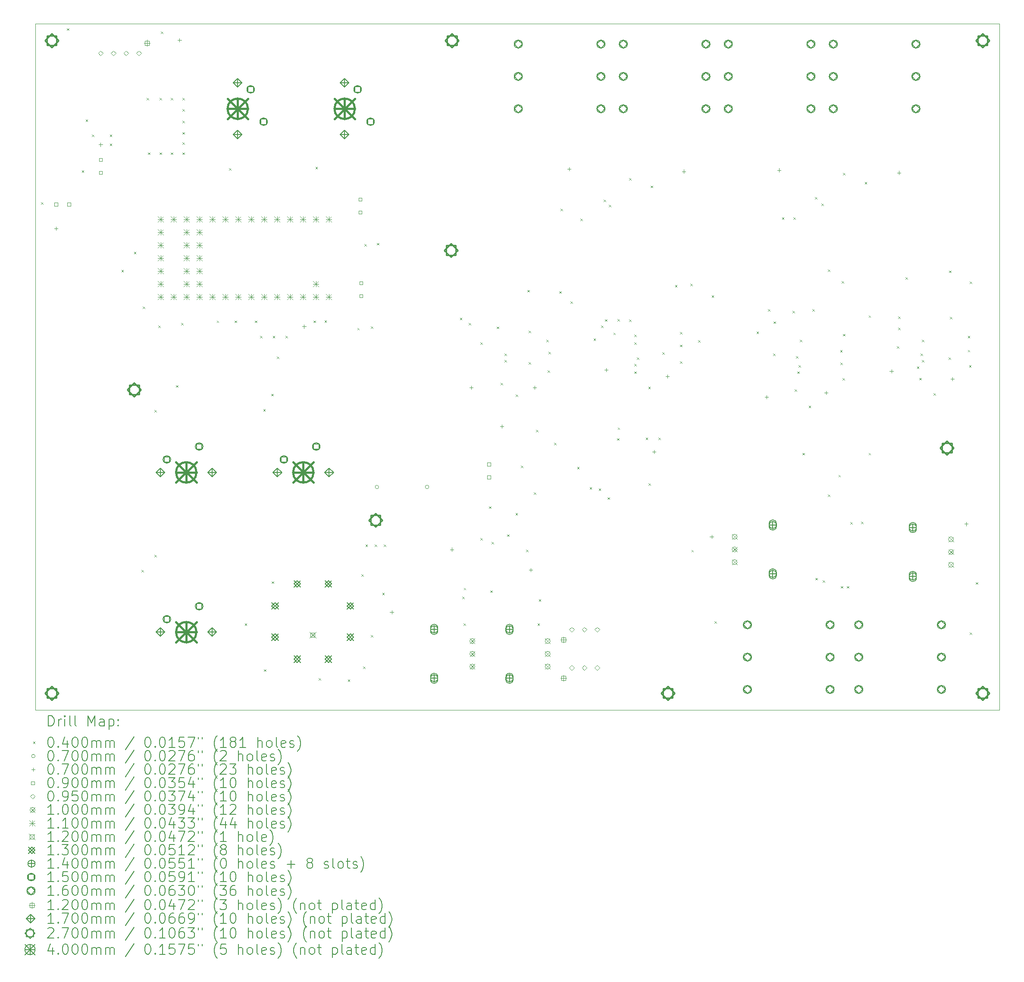
<source format=gbr>
%TF.GenerationSoftware,KiCad,Pcbnew,7.0.8*%
%TF.CreationDate,2024-03-08T11:10:12-05:00*%
%TF.ProjectId,Quad Joystick Mixer,51756164-204a-46f7-9973-7469636b204d,rev?*%
%TF.SameCoordinates,Original*%
%TF.FileFunction,Drillmap*%
%TF.FilePolarity,Positive*%
%FSLAX45Y45*%
G04 Gerber Fmt 4.5, Leading zero omitted, Abs format (unit mm)*
G04 Created by KiCad (PCBNEW 7.0.8) date 2024-03-08 11:10:12*
%MOMM*%
%LPD*%
G01*
G04 APERTURE LIST*
%ADD10C,0.100000*%
%ADD11C,0.200000*%
%ADD12C,0.040000*%
%ADD13C,0.070000*%
%ADD14C,0.090000*%
%ADD15C,0.095000*%
%ADD16C,0.110000*%
%ADD17C,0.120000*%
%ADD18C,0.130000*%
%ADD19C,0.140000*%
%ADD20C,0.150000*%
%ADD21C,0.160000*%
%ADD22C,0.170000*%
%ADD23C,0.270000*%
%ADD24C,0.400000*%
G04 APERTURE END LIST*
D10*
X5717617Y-2951125D02*
X24648875Y-2951125D01*
X24648875Y-16426125D01*
X5717617Y-16426125D01*
X5717617Y-2951125D01*
D11*
D12*
X5830000Y-6455000D02*
X5870000Y-6495000D01*
X5870000Y-6455000D02*
X5830000Y-6495000D01*
X6340000Y-3040000D02*
X6380000Y-3080000D01*
X6380000Y-3040000D02*
X6340000Y-3080000D01*
X6630000Y-5830000D02*
X6670000Y-5870000D01*
X6670000Y-5830000D02*
X6630000Y-5870000D01*
X6705000Y-4830000D02*
X6745000Y-4870000D01*
X6745000Y-4830000D02*
X6705000Y-4870000D01*
X6830000Y-5130000D02*
X6870000Y-5170000D01*
X6870000Y-5130000D02*
X6830000Y-5170000D01*
X7180000Y-5130000D02*
X7220000Y-5170000D01*
X7220000Y-5130000D02*
X7180000Y-5170000D01*
X7180000Y-5305000D02*
X7220000Y-5345000D01*
X7220000Y-5305000D02*
X7180000Y-5345000D01*
X7409015Y-7786265D02*
X7449015Y-7826265D01*
X7449015Y-7786265D02*
X7409015Y-7826265D01*
X7655000Y-7430000D02*
X7695000Y-7470000D01*
X7695000Y-7430000D02*
X7655000Y-7470000D01*
X7803000Y-13680500D02*
X7843000Y-13720500D01*
X7843000Y-13680500D02*
X7803000Y-13720500D01*
X7828875Y-8506125D02*
X7868875Y-8546125D01*
X7868875Y-8506125D02*
X7828875Y-8546125D01*
X7905000Y-4405000D02*
X7945000Y-4445000D01*
X7945000Y-4405000D02*
X7905000Y-4445000D01*
X7930000Y-5480000D02*
X7970000Y-5520000D01*
X7970000Y-5480000D02*
X7930000Y-5520000D01*
X8053000Y-13380500D02*
X8093000Y-13420500D01*
X8093000Y-13380500D02*
X8053000Y-13420500D01*
X8057500Y-10539000D02*
X8097500Y-10579000D01*
X8097500Y-10539000D02*
X8057500Y-10579000D01*
X8130000Y-8880000D02*
X8170000Y-8920000D01*
X8170000Y-8880000D02*
X8130000Y-8920000D01*
X8155000Y-4405000D02*
X8195000Y-4445000D01*
X8195000Y-4405000D02*
X8155000Y-4445000D01*
X8155000Y-5480000D02*
X8195000Y-5520000D01*
X8195000Y-5480000D02*
X8155000Y-5520000D01*
X8180000Y-3105000D02*
X8220000Y-3145000D01*
X8220000Y-3105000D02*
X8180000Y-3145000D01*
X8380000Y-4405000D02*
X8420000Y-4445000D01*
X8420000Y-4405000D02*
X8380000Y-4445000D01*
X8380000Y-5480000D02*
X8420000Y-5520000D01*
X8420000Y-5480000D02*
X8380000Y-5520000D01*
X8480000Y-10050000D02*
X8520000Y-10090000D01*
X8520000Y-10050000D02*
X8480000Y-10090000D01*
X8580000Y-8830000D02*
X8620000Y-8870000D01*
X8620000Y-8830000D02*
X8580000Y-8870000D01*
X8605000Y-4405000D02*
X8645000Y-4445000D01*
X8645000Y-4405000D02*
X8605000Y-4445000D01*
X8605000Y-4630000D02*
X8645000Y-4670000D01*
X8645000Y-4630000D02*
X8605000Y-4670000D01*
X8605000Y-4855000D02*
X8645000Y-4895000D01*
X8645000Y-4855000D02*
X8605000Y-4895000D01*
X8605000Y-5080000D02*
X8645000Y-5120000D01*
X8645000Y-5080000D02*
X8605000Y-5120000D01*
X8605000Y-5280000D02*
X8645000Y-5320000D01*
X8645000Y-5280000D02*
X8605000Y-5320000D01*
X8605000Y-5480000D02*
X8645000Y-5520000D01*
X8645000Y-5480000D02*
X8605000Y-5520000D01*
X9280000Y-8780000D02*
X9320000Y-8820000D01*
X9320000Y-8780000D02*
X9280000Y-8820000D01*
X9518000Y-5790000D02*
X9558000Y-5830000D01*
X9558000Y-5790000D02*
X9518000Y-5830000D01*
X9630000Y-8780000D02*
X9670000Y-8820000D01*
X9670000Y-8780000D02*
X9630000Y-8820000D01*
X9828875Y-14731125D02*
X9868875Y-14771125D01*
X9868875Y-14731125D02*
X9828875Y-14771125D01*
X10030000Y-8780000D02*
X10070000Y-8820000D01*
X10070000Y-8780000D02*
X10030000Y-8820000D01*
X10130000Y-9080000D02*
X10170000Y-9120000D01*
X10170000Y-9080000D02*
X10130000Y-9120000D01*
X10195000Y-10523500D02*
X10235000Y-10563500D01*
X10235000Y-10523500D02*
X10195000Y-10563500D01*
X10203875Y-15631125D02*
X10243875Y-15671125D01*
X10243875Y-15631125D02*
X10203875Y-15671125D01*
X10349000Y-10219500D02*
X10389000Y-10259500D01*
X10389000Y-10219500D02*
X10349000Y-10259500D01*
X10356775Y-13903225D02*
X10396775Y-13943225D01*
X10396775Y-13903225D02*
X10356775Y-13943225D01*
X10380000Y-9080000D02*
X10420000Y-9120000D01*
X10420000Y-9080000D02*
X10380000Y-9120000D01*
X10460000Y-9490000D02*
X10500000Y-9530000D01*
X10500000Y-9490000D02*
X10460000Y-9530000D01*
X10630000Y-9080000D02*
X10670000Y-9120000D01*
X10670000Y-9080000D02*
X10630000Y-9120000D01*
X11179756Y-8780244D02*
X11219756Y-8820244D01*
X11219756Y-8780244D02*
X11179756Y-8820244D01*
X11218000Y-5765000D02*
X11258000Y-5805000D01*
X11258000Y-5765000D02*
X11218000Y-5805000D01*
X11278875Y-15806125D02*
X11318875Y-15846125D01*
X11318875Y-15806125D02*
X11278875Y-15846125D01*
X11397256Y-8774506D02*
X11437256Y-8814506D01*
X11437256Y-8774506D02*
X11397256Y-8814506D01*
X11853875Y-15831125D02*
X11893875Y-15871125D01*
X11893875Y-15831125D02*
X11853875Y-15871125D01*
X12039875Y-8925985D02*
X12079875Y-8965985D01*
X12079875Y-8925985D02*
X12039875Y-8965985D01*
X12119835Y-13765165D02*
X12159835Y-13805165D01*
X12159835Y-13765165D02*
X12119835Y-13805165D01*
X12156775Y-15578225D02*
X12196775Y-15618225D01*
X12196775Y-15578225D02*
X12156775Y-15618225D01*
X12178875Y-7275735D02*
X12218875Y-7315735D01*
X12218875Y-7275735D02*
X12178875Y-7315735D01*
X12200000Y-13180000D02*
X12240000Y-13220000D01*
X12240000Y-13180000D02*
X12200000Y-13220000D01*
X12303875Y-14956125D02*
X12343875Y-14996125D01*
X12343875Y-14956125D02*
X12303875Y-14996125D01*
X12307625Y-8893735D02*
X12347625Y-8933735D01*
X12347625Y-8893735D02*
X12307625Y-8933735D01*
X12380000Y-13180000D02*
X12420000Y-13220000D01*
X12420000Y-13180000D02*
X12380000Y-13220000D01*
X12423625Y-7255985D02*
X12463625Y-7295985D01*
X12463625Y-7255985D02*
X12423625Y-7295985D01*
X12530000Y-14130000D02*
X12570000Y-14170000D01*
X12570000Y-14130000D02*
X12530000Y-14170000D01*
X12560000Y-13180000D02*
X12600000Y-13220000D01*
X12600000Y-13180000D02*
X12560000Y-13220000D01*
X14055000Y-8727125D02*
X14095000Y-8767125D01*
X14095000Y-8727125D02*
X14055000Y-8767125D01*
X14103875Y-14206125D02*
X14143875Y-14246125D01*
X14143875Y-14206125D02*
X14103875Y-14246125D01*
X14128875Y-14731125D02*
X14168875Y-14771125D01*
X14168875Y-14731125D02*
X14128875Y-14771125D01*
X14130000Y-14030000D02*
X14170000Y-14070000D01*
X14170000Y-14030000D02*
X14130000Y-14070000D01*
X14230000Y-8830000D02*
X14270000Y-8870000D01*
X14270000Y-8830000D02*
X14230000Y-8870000D01*
X14453875Y-9206125D02*
X14493875Y-9246125D01*
X14493875Y-9206125D02*
X14453875Y-9246125D01*
X14458875Y-13051125D02*
X14498875Y-13091125D01*
X14498875Y-13051125D02*
X14458875Y-13091125D01*
X14628875Y-12431125D02*
X14668875Y-12471125D01*
X14668875Y-12431125D02*
X14628875Y-12471125D01*
X14653875Y-14081125D02*
X14693875Y-14121125D01*
X14693875Y-14081125D02*
X14653875Y-14121125D01*
X14680000Y-13130000D02*
X14720000Y-13170000D01*
X14720000Y-13130000D02*
X14680000Y-13170000D01*
X14780000Y-8900000D02*
X14820000Y-8940000D01*
X14820000Y-8900000D02*
X14780000Y-8940000D01*
X14852504Y-10004754D02*
X14892504Y-10044754D01*
X14892504Y-10004754D02*
X14852504Y-10044754D01*
X14928875Y-9431125D02*
X14968875Y-9471125D01*
X14968875Y-9431125D02*
X14928875Y-9471125D01*
X14928875Y-9556125D02*
X14968875Y-9596125D01*
X14968875Y-9556125D02*
X14928875Y-9596125D01*
X14980000Y-12980000D02*
X15020000Y-13020000D01*
X15020000Y-12980000D02*
X14980000Y-13020000D01*
X15147477Y-12562522D02*
X15187477Y-12602522D01*
X15187477Y-12562522D02*
X15147477Y-12602522D01*
X15153875Y-10231125D02*
X15193875Y-10271125D01*
X15193875Y-10231125D02*
X15153875Y-10271125D01*
X15253875Y-11631125D02*
X15293875Y-11671125D01*
X15293875Y-11631125D02*
X15253875Y-11671125D01*
X15353875Y-13281125D02*
X15393875Y-13321125D01*
X15393875Y-13281125D02*
X15353875Y-13321125D01*
X15380000Y-8180000D02*
X15420000Y-8220000D01*
X15420000Y-8180000D02*
X15380000Y-8220000D01*
X15402625Y-9599175D02*
X15442625Y-9639175D01*
X15442625Y-9599175D02*
X15402625Y-9639175D01*
X15405000Y-8980000D02*
X15445000Y-9020000D01*
X15445000Y-8980000D02*
X15405000Y-9020000D01*
X15503875Y-12156125D02*
X15543875Y-12196125D01*
X15543875Y-12156125D02*
X15503875Y-12196125D01*
X15551735Y-10928985D02*
X15591735Y-10968985D01*
X15591735Y-10928985D02*
X15551735Y-10968985D01*
X15578875Y-14731125D02*
X15618875Y-14771125D01*
X15618875Y-14731125D02*
X15578875Y-14771125D01*
X15603875Y-14256125D02*
X15643875Y-14296125D01*
X15643875Y-14256125D02*
X15603875Y-14296125D01*
X15753875Y-9156125D02*
X15793875Y-9196125D01*
X15793875Y-9156125D02*
X15753875Y-9196125D01*
X15778875Y-9756125D02*
X15818875Y-9796125D01*
X15818875Y-9756125D02*
X15778875Y-9796125D01*
X15792375Y-9394625D02*
X15832375Y-9434625D01*
X15832375Y-9394625D02*
X15792375Y-9434625D01*
X15901735Y-11178985D02*
X15941735Y-11218985D01*
X15941735Y-11178985D02*
X15901735Y-11218985D01*
X16003875Y-8206125D02*
X16043875Y-8246125D01*
X16043875Y-8206125D02*
X16003875Y-8246125D01*
X16028875Y-6581125D02*
X16068875Y-6621125D01*
X16068875Y-6581125D02*
X16028875Y-6621125D01*
X16228875Y-8406125D02*
X16268875Y-8446125D01*
X16268875Y-8406125D02*
X16228875Y-8446125D01*
X16356875Y-11653125D02*
X16396875Y-11693125D01*
X16396875Y-11653125D02*
X16356875Y-11693125D01*
X16420000Y-6780000D02*
X16460000Y-6820000D01*
X16460000Y-6780000D02*
X16420000Y-6820000D01*
X16603875Y-12056125D02*
X16643875Y-12096125D01*
X16643875Y-12056125D02*
X16603875Y-12096125D01*
X16680000Y-9130000D02*
X16720000Y-9170000D01*
X16720000Y-9130000D02*
X16680000Y-9170000D01*
X16780000Y-12080000D02*
X16820000Y-12120000D01*
X16820000Y-12080000D02*
X16780000Y-12120000D01*
X16830000Y-8880000D02*
X16870000Y-8920000D01*
X16870000Y-8880000D02*
X16830000Y-8920000D01*
X16878875Y-6406125D02*
X16918875Y-6446125D01*
X16918875Y-6406125D02*
X16878875Y-6446125D01*
X16903875Y-8756125D02*
X16943875Y-8796125D01*
X16943875Y-8756125D02*
X16903875Y-8796125D01*
X16956875Y-12253125D02*
X16996875Y-12293125D01*
X16996875Y-12253125D02*
X16956875Y-12293125D01*
X16978875Y-6506125D02*
X17018875Y-6546125D01*
X17018875Y-6506125D02*
X16978875Y-6546125D01*
X17069016Y-9018524D02*
X17109016Y-9058524D01*
X17109016Y-9018524D02*
X17069016Y-9058524D01*
X17140485Y-11092735D02*
X17180485Y-11132735D01*
X17180485Y-11092735D02*
X17140485Y-11132735D01*
X17150125Y-8752375D02*
X17190125Y-8792375D01*
X17190125Y-8752375D02*
X17150125Y-8792375D01*
X17153875Y-10881125D02*
X17193875Y-10921125D01*
X17193875Y-10881125D02*
X17153875Y-10921125D01*
X17380000Y-5980000D02*
X17420000Y-6020000D01*
X17420000Y-5980000D02*
X17380000Y-6020000D01*
X17380000Y-8760000D02*
X17420000Y-8800000D01*
X17420000Y-8760000D02*
X17380000Y-8800000D01*
X17478875Y-9206125D02*
X17518875Y-9246125D01*
X17518875Y-9206125D02*
X17478875Y-9246125D01*
X17478875Y-9631125D02*
X17518875Y-9671125D01*
X17518875Y-9631125D02*
X17478875Y-9671125D01*
X17478875Y-9781125D02*
X17518875Y-9821125D01*
X17518875Y-9781125D02*
X17478875Y-9821125D01*
X17480000Y-9057550D02*
X17520000Y-9097550D01*
X17520000Y-9057550D02*
X17480000Y-9097550D01*
X17528875Y-9506125D02*
X17568875Y-9546125D01*
X17568875Y-9506125D02*
X17528875Y-9546125D01*
X17703875Y-11081125D02*
X17743875Y-11121125D01*
X17743875Y-11081125D02*
X17703875Y-11121125D01*
X17753875Y-10081125D02*
X17793875Y-10121125D01*
X17793875Y-10081125D02*
X17753875Y-10121125D01*
X17756875Y-11978125D02*
X17796875Y-12018125D01*
X17796875Y-11978125D02*
X17756875Y-12018125D01*
X17803875Y-6131125D02*
X17843875Y-6171125D01*
X17843875Y-6131125D02*
X17803875Y-6171125D01*
X17953875Y-11081125D02*
X17993875Y-11121125D01*
X17993875Y-11081125D02*
X17953875Y-11121125D01*
X18028875Y-9406125D02*
X18068875Y-9446125D01*
X18068875Y-9406125D02*
X18028875Y-9446125D01*
X18280000Y-8080000D02*
X18320000Y-8120000D01*
X18320000Y-8080000D02*
X18280000Y-8120000D01*
X18376875Y-9008125D02*
X18416875Y-9048125D01*
X18416875Y-9008125D02*
X18376875Y-9048125D01*
X18376875Y-9581125D02*
X18416875Y-9621125D01*
X18416875Y-9581125D02*
X18376875Y-9621125D01*
X18378875Y-9256125D02*
X18418875Y-9296125D01*
X18418875Y-9256125D02*
X18378875Y-9296125D01*
X18578875Y-8056125D02*
X18618875Y-8096125D01*
X18618875Y-8056125D02*
X18578875Y-8096125D01*
X18602375Y-13286125D02*
X18642375Y-13326125D01*
X18642375Y-13286125D02*
X18602375Y-13326125D01*
X18730000Y-9166175D02*
X18770000Y-9206175D01*
X18770000Y-9166175D02*
X18730000Y-9206175D01*
X18999875Y-8285125D02*
X19039875Y-8325125D01*
X19039875Y-8285125D02*
X18999875Y-8325125D01*
X19052375Y-14686125D02*
X19092375Y-14726125D01*
X19092375Y-14686125D02*
X19052375Y-14726125D01*
X19880000Y-8995475D02*
X19920000Y-9035475D01*
X19920000Y-8995475D02*
X19880000Y-9035475D01*
X20103875Y-8556125D02*
X20143875Y-8596125D01*
X20143875Y-8556125D02*
X20103875Y-8596125D01*
X20203875Y-9431125D02*
X20243875Y-9471125D01*
X20243875Y-9431125D02*
X20203875Y-9471125D01*
X20211625Y-8798375D02*
X20251625Y-8838375D01*
X20251625Y-8798375D02*
X20211625Y-8838375D01*
X20378875Y-6756125D02*
X20418875Y-6796125D01*
X20418875Y-6756125D02*
X20378875Y-6796125D01*
X20589125Y-8590875D02*
X20629125Y-8630875D01*
X20629125Y-8590875D02*
X20589125Y-8630875D01*
X20603875Y-6756125D02*
X20643875Y-6796125D01*
X20643875Y-6756125D02*
X20603875Y-6796125D01*
X20628875Y-10131125D02*
X20668875Y-10171125D01*
X20668875Y-10131125D02*
X20628875Y-10171125D01*
X20653875Y-9481125D02*
X20693875Y-9521125D01*
X20693875Y-9481125D02*
X20653875Y-9521125D01*
X20678875Y-9781125D02*
X20718875Y-9821125D01*
X20718875Y-9781125D02*
X20678875Y-9821125D01*
X20703875Y-9656125D02*
X20743875Y-9696125D01*
X20743875Y-9656125D02*
X20703875Y-9696125D01*
X20728875Y-9156125D02*
X20768875Y-9196125D01*
X20768875Y-9156125D02*
X20728875Y-9196125D01*
X20780000Y-11380000D02*
X20820000Y-11420000D01*
X20820000Y-11380000D02*
X20780000Y-11420000D01*
X20903875Y-10456125D02*
X20943875Y-10496125D01*
X20943875Y-10456125D02*
X20903875Y-10496125D01*
X20978875Y-8556125D02*
X21018875Y-8596125D01*
X21018875Y-8556125D02*
X20978875Y-8596125D01*
X21028875Y-6356125D02*
X21068875Y-6396125D01*
X21068875Y-6356125D02*
X21028875Y-6396125D01*
X21032375Y-13836125D02*
X21072375Y-13876125D01*
X21072375Y-13836125D02*
X21032375Y-13876125D01*
X21153875Y-6481125D02*
X21193875Y-6521125D01*
X21193875Y-6481125D02*
X21153875Y-6521125D01*
X21180000Y-13880000D02*
X21220000Y-13920000D01*
X21220000Y-13880000D02*
X21180000Y-13920000D01*
X21280000Y-7780000D02*
X21320000Y-7820000D01*
X21320000Y-7780000D02*
X21280000Y-7820000D01*
X21282375Y-12196125D02*
X21322375Y-12236125D01*
X21322375Y-12196125D02*
X21282375Y-12236125D01*
X21487375Y-11811125D02*
X21527375Y-11851125D01*
X21527375Y-11811125D02*
X21487375Y-11851125D01*
X21521375Y-9363625D02*
X21561375Y-9403625D01*
X21561375Y-9363625D02*
X21521375Y-9403625D01*
X21528875Y-9606125D02*
X21568875Y-9646125D01*
X21568875Y-9606125D02*
X21528875Y-9646125D01*
X21532375Y-13996125D02*
X21572375Y-14036125D01*
X21572375Y-13996125D02*
X21532375Y-14036125D01*
X21553875Y-8006125D02*
X21593875Y-8046125D01*
X21593875Y-8006125D02*
X21553875Y-8046125D01*
X21571375Y-9913625D02*
X21611375Y-9953625D01*
X21611375Y-9913625D02*
X21571375Y-9953625D01*
X21580000Y-5880000D02*
X21620000Y-5920000D01*
X21620000Y-5880000D02*
X21580000Y-5920000D01*
X21580000Y-9044625D02*
X21620000Y-9084625D01*
X21620000Y-9044625D02*
X21580000Y-9084625D01*
X21652375Y-13996125D02*
X21692375Y-14036125D01*
X21692375Y-13996125D02*
X21652375Y-14036125D01*
X21722625Y-12736375D02*
X21762625Y-12776375D01*
X21762625Y-12736375D02*
X21722625Y-12776375D01*
X21930125Y-12730125D02*
X21970125Y-12770125D01*
X21970125Y-12730125D02*
X21930125Y-12770125D01*
X22003875Y-6056125D02*
X22043875Y-6096125D01*
X22043875Y-6056125D02*
X22003875Y-6096125D01*
X22080000Y-8680000D02*
X22120000Y-8720000D01*
X22120000Y-8680000D02*
X22080000Y-8720000D01*
X22080000Y-11380000D02*
X22120000Y-11420000D01*
X22120000Y-11380000D02*
X22080000Y-11420000D01*
X22634375Y-9286625D02*
X22674375Y-9326625D01*
X22674375Y-9286625D02*
X22634375Y-9326625D01*
X22660000Y-8700000D02*
X22700000Y-8740000D01*
X22700000Y-8700000D02*
X22660000Y-8740000D01*
X22663625Y-8921375D02*
X22703625Y-8961375D01*
X22703625Y-8921375D02*
X22663625Y-8961375D01*
X22803875Y-7931125D02*
X22843875Y-7971125D01*
X22843875Y-7931125D02*
X22803875Y-7971125D01*
X23028875Y-9681125D02*
X23068875Y-9721125D01*
X23068875Y-9681125D02*
X23028875Y-9721125D01*
X23078875Y-9906125D02*
X23118875Y-9946125D01*
X23118875Y-9906125D02*
X23078875Y-9946125D01*
X23103875Y-9431125D02*
X23143875Y-9471125D01*
X23143875Y-9431125D02*
X23103875Y-9471125D01*
X23128875Y-9156125D02*
X23168875Y-9196125D01*
X23168875Y-9156125D02*
X23128875Y-9196125D01*
X23128875Y-9556125D02*
X23168875Y-9596125D01*
X23168875Y-9556125D02*
X23128875Y-9596125D01*
X23353875Y-10206125D02*
X23393875Y-10246125D01*
X23393875Y-10206125D02*
X23353875Y-10246125D01*
X23652625Y-9504875D02*
X23692625Y-9544875D01*
X23692625Y-9504875D02*
X23652625Y-9544875D01*
X23661375Y-7798625D02*
X23701375Y-7838625D01*
X23701375Y-7798625D02*
X23661375Y-7838625D01*
X23678875Y-8706125D02*
X23718875Y-8746125D01*
X23718875Y-8706125D02*
X23678875Y-8746125D01*
X24028875Y-9081125D02*
X24068875Y-9121125D01*
X24068875Y-9081125D02*
X24028875Y-9121125D01*
X24028875Y-9356125D02*
X24068875Y-9396125D01*
X24068875Y-9356125D02*
X24028875Y-9396125D01*
X24053875Y-9656125D02*
X24093875Y-9696125D01*
X24093875Y-9656125D02*
X24053875Y-9696125D01*
X24065375Y-8017625D02*
X24105375Y-8057625D01*
X24105375Y-8017625D02*
X24065375Y-8057625D01*
X24067375Y-14906125D02*
X24107375Y-14946125D01*
X24107375Y-14906125D02*
X24067375Y-14946125D01*
X24182375Y-13921125D02*
X24222375Y-13961125D01*
X24222375Y-13921125D02*
X24182375Y-13961125D01*
D13*
X12460000Y-12050000D02*
G75*
G03*
X12460000Y-12050000I-35000J0D01*
G01*
X13445000Y-12050000D02*
G75*
G03*
X13445000Y-12050000I-35000J0D01*
G01*
X6125000Y-6940000D02*
X6125000Y-7010000D01*
X6090000Y-6975000D02*
X6160000Y-6975000D01*
X7000000Y-5290000D02*
X7000000Y-5360000D01*
X6965000Y-5325000D02*
X7035000Y-5325000D01*
X8550000Y-3240000D02*
X8550000Y-3310000D01*
X8515000Y-3275000D02*
X8585000Y-3275000D01*
X10996006Y-8863423D02*
X10996006Y-8933423D01*
X10961006Y-8898423D02*
X11031006Y-8898423D01*
X12715875Y-14471265D02*
X12715875Y-14541265D01*
X12680875Y-14506265D02*
X12750875Y-14506265D01*
X13898875Y-13241125D02*
X13898875Y-13311125D01*
X13863875Y-13276125D02*
X13933875Y-13276125D01*
X14275125Y-10062125D02*
X14275125Y-10132125D01*
X14240125Y-10097125D02*
X14310125Y-10097125D01*
X14876875Y-10823985D02*
X14876875Y-10893985D01*
X14841875Y-10858985D02*
X14911875Y-10858985D01*
X15448875Y-13641125D02*
X15448875Y-13711125D01*
X15413875Y-13676125D02*
X15483875Y-13676125D01*
X15525125Y-10062125D02*
X15525125Y-10132125D01*
X15490125Y-10097125D02*
X15560125Y-10097125D01*
X16198875Y-5766125D02*
X16198875Y-5836125D01*
X16163875Y-5801125D02*
X16233875Y-5801125D01*
X16928875Y-9716125D02*
X16928875Y-9786125D01*
X16893875Y-9751125D02*
X16963875Y-9751125D01*
X17866875Y-11323985D02*
X17866875Y-11393985D01*
X17831875Y-11358985D02*
X17901875Y-11358985D01*
X18128875Y-9839125D02*
X18128875Y-9909125D01*
X18093875Y-9874125D02*
X18163875Y-9874125D01*
X18448875Y-5816125D02*
X18448875Y-5886125D01*
X18413875Y-5851125D02*
X18483875Y-5851125D01*
X18998875Y-12991125D02*
X18998875Y-13061125D01*
X18963875Y-13026125D02*
X19033875Y-13026125D01*
X20076375Y-10248625D02*
X20076375Y-10318625D01*
X20041375Y-10283625D02*
X20111375Y-10283625D01*
X20323875Y-5791125D02*
X20323875Y-5861125D01*
X20288875Y-5826125D02*
X20358875Y-5826125D01*
X21248875Y-10166125D02*
X21248875Y-10236125D01*
X21213875Y-10201125D02*
X21283875Y-10201125D01*
X22528875Y-9739125D02*
X22528875Y-9809125D01*
X22493875Y-9774125D02*
X22563875Y-9774125D01*
X22673875Y-5841125D02*
X22673875Y-5911125D01*
X22638875Y-5876125D02*
X22708875Y-5876125D01*
X23728875Y-9889125D02*
X23728875Y-9959125D01*
X23693875Y-9924125D02*
X23763875Y-9924125D01*
X23998875Y-12741125D02*
X23998875Y-12811125D01*
X23963875Y-12776125D02*
X24033875Y-12776125D01*
D14*
X6154320Y-6531820D02*
X6154320Y-6468180D01*
X6090680Y-6468180D01*
X6090680Y-6531820D01*
X6154320Y-6531820D01*
X6408320Y-6531820D02*
X6408320Y-6468180D01*
X6344680Y-6468180D01*
X6344680Y-6531820D01*
X6408320Y-6531820D01*
X7031820Y-5655320D02*
X7031820Y-5591680D01*
X6968180Y-5591680D01*
X6968180Y-5655320D01*
X7031820Y-5655320D01*
X7031820Y-5909320D02*
X7031820Y-5845680D01*
X6968180Y-5845680D01*
X6968180Y-5909320D01*
X7031820Y-5909320D01*
X12130695Y-6431445D02*
X12130695Y-6367805D01*
X12067055Y-6367805D01*
X12067055Y-6431445D01*
X12130695Y-6431445D01*
X12130695Y-6685445D02*
X12130695Y-6621805D01*
X12067055Y-6621805D01*
X12067055Y-6685445D01*
X12130695Y-6685445D01*
X12146945Y-8076445D02*
X12146945Y-8012805D01*
X12083305Y-8012805D01*
X12083305Y-8076445D01*
X12146945Y-8076445D01*
X12146945Y-8330445D02*
X12146945Y-8266805D01*
X12083305Y-8266805D01*
X12083305Y-8330445D01*
X12146945Y-8330445D01*
X14658695Y-11636805D02*
X14658695Y-11573165D01*
X14595055Y-11573165D01*
X14595055Y-11636805D01*
X14658695Y-11636805D01*
X14658695Y-11890805D02*
X14658695Y-11827165D01*
X14595055Y-11827165D01*
X14595055Y-11890805D01*
X14658695Y-11890805D01*
D15*
X7000000Y-3575000D02*
X7047500Y-3527500D01*
X7000000Y-3480000D01*
X6952500Y-3527500D01*
X7000000Y-3575000D01*
X7250000Y-3575000D02*
X7297500Y-3527500D01*
X7250000Y-3480000D01*
X7202500Y-3527500D01*
X7250000Y-3575000D01*
X7500000Y-3575000D02*
X7547500Y-3527500D01*
X7500000Y-3480000D01*
X7452500Y-3527500D01*
X7500000Y-3575000D01*
X7750000Y-3575000D02*
X7797500Y-3527500D01*
X7750000Y-3480000D01*
X7702500Y-3527500D01*
X7750000Y-3575000D01*
X16250000Y-14895000D02*
X16297500Y-14847500D01*
X16250000Y-14800000D01*
X16202500Y-14847500D01*
X16250000Y-14895000D01*
X16250000Y-15647500D02*
X16297500Y-15600000D01*
X16250000Y-15552500D01*
X16202500Y-15600000D01*
X16250000Y-15647500D01*
X16500000Y-14895000D02*
X16547500Y-14847500D01*
X16500000Y-14800000D01*
X16452500Y-14847500D01*
X16500000Y-14895000D01*
X16500000Y-15647500D02*
X16547500Y-15600000D01*
X16500000Y-15552500D01*
X16452500Y-15600000D01*
X16500000Y-15647500D01*
X16750000Y-14895000D02*
X16797500Y-14847500D01*
X16750000Y-14800000D01*
X16702500Y-14847500D01*
X16750000Y-14895000D01*
X16750000Y-15647500D02*
X16797500Y-15600000D01*
X16750000Y-15552500D01*
X16702500Y-15600000D01*
X16750000Y-15647500D01*
D10*
X14248875Y-15026125D02*
X14348875Y-15126125D01*
X14348875Y-15026125D02*
X14248875Y-15126125D01*
X14348875Y-15076125D02*
G75*
G03*
X14348875Y-15076125I-50000J0D01*
G01*
X14248875Y-15276125D02*
X14348875Y-15376125D01*
X14348875Y-15276125D02*
X14248875Y-15376125D01*
X14348875Y-15326125D02*
G75*
G03*
X14348875Y-15326125I-50000J0D01*
G01*
X14248875Y-15526125D02*
X14348875Y-15626125D01*
X14348875Y-15526125D02*
X14248875Y-15626125D01*
X14348875Y-15576125D02*
G75*
G03*
X14348875Y-15576125I-50000J0D01*
G01*
X15728875Y-15026125D02*
X15828875Y-15126125D01*
X15828875Y-15026125D02*
X15728875Y-15126125D01*
X15828875Y-15076125D02*
G75*
G03*
X15828875Y-15076125I-50000J0D01*
G01*
X15728875Y-15276125D02*
X15828875Y-15376125D01*
X15828875Y-15276125D02*
X15728875Y-15376125D01*
X15828875Y-15326125D02*
G75*
G03*
X15828875Y-15326125I-50000J0D01*
G01*
X15728875Y-15526125D02*
X15828875Y-15626125D01*
X15828875Y-15526125D02*
X15728875Y-15626125D01*
X15828875Y-15576125D02*
G75*
G03*
X15828875Y-15576125I-50000J0D01*
G01*
X19398875Y-12976125D02*
X19498875Y-13076125D01*
X19498875Y-12976125D02*
X19398875Y-13076125D01*
X19498875Y-13026125D02*
G75*
G03*
X19498875Y-13026125I-50000J0D01*
G01*
X19398875Y-13226125D02*
X19498875Y-13326125D01*
X19498875Y-13226125D02*
X19398875Y-13326125D01*
X19498875Y-13276125D02*
G75*
G03*
X19498875Y-13276125I-50000J0D01*
G01*
X19398875Y-13476125D02*
X19498875Y-13576125D01*
X19498875Y-13476125D02*
X19398875Y-13576125D01*
X19498875Y-13526125D02*
G75*
G03*
X19498875Y-13526125I-50000J0D01*
G01*
X23648875Y-13026125D02*
X23748875Y-13126125D01*
X23748875Y-13026125D02*
X23648875Y-13126125D01*
X23748875Y-13076125D02*
G75*
G03*
X23748875Y-13076125I-50000J0D01*
G01*
X23648875Y-13276125D02*
X23748875Y-13376125D01*
X23748875Y-13276125D02*
X23648875Y-13376125D01*
X23748875Y-13326125D02*
G75*
G03*
X23748875Y-13326125I-50000J0D01*
G01*
X23648875Y-13526125D02*
X23748875Y-13626125D01*
X23748875Y-13526125D02*
X23648875Y-13626125D01*
X23748875Y-13576125D02*
G75*
G03*
X23748875Y-13576125I-50000J0D01*
G01*
D16*
X8124375Y-6739265D02*
X8234375Y-6849265D01*
X8234375Y-6739265D02*
X8124375Y-6849265D01*
X8179375Y-6739265D02*
X8179375Y-6849265D01*
X8124375Y-6794265D02*
X8234375Y-6794265D01*
X8124375Y-6993265D02*
X8234375Y-7103265D01*
X8234375Y-6993265D02*
X8124375Y-7103265D01*
X8179375Y-6993265D02*
X8179375Y-7103265D01*
X8124375Y-7048265D02*
X8234375Y-7048265D01*
X8124375Y-7247265D02*
X8234375Y-7357265D01*
X8234375Y-7247265D02*
X8124375Y-7357265D01*
X8179375Y-7247265D02*
X8179375Y-7357265D01*
X8124375Y-7302265D02*
X8234375Y-7302265D01*
X8124375Y-7501265D02*
X8234375Y-7611265D01*
X8234375Y-7501265D02*
X8124375Y-7611265D01*
X8179375Y-7501265D02*
X8179375Y-7611265D01*
X8124375Y-7556265D02*
X8234375Y-7556265D01*
X8124375Y-7755265D02*
X8234375Y-7865265D01*
X8234375Y-7755265D02*
X8124375Y-7865265D01*
X8179375Y-7755265D02*
X8179375Y-7865265D01*
X8124375Y-7810265D02*
X8234375Y-7810265D01*
X8124375Y-8009265D02*
X8234375Y-8119265D01*
X8234375Y-8009265D02*
X8124375Y-8119265D01*
X8179375Y-8009265D02*
X8179375Y-8119265D01*
X8124375Y-8064265D02*
X8234375Y-8064265D01*
X8124375Y-8263265D02*
X8234375Y-8373265D01*
X8234375Y-8263265D02*
X8124375Y-8373265D01*
X8179375Y-8263265D02*
X8179375Y-8373265D01*
X8124375Y-8318265D02*
X8234375Y-8318265D01*
X8378375Y-6739265D02*
X8488375Y-6849265D01*
X8488375Y-6739265D02*
X8378375Y-6849265D01*
X8433375Y-6739265D02*
X8433375Y-6849265D01*
X8378375Y-6794265D02*
X8488375Y-6794265D01*
X8378375Y-8263265D02*
X8488375Y-8373265D01*
X8488375Y-8263265D02*
X8378375Y-8373265D01*
X8433375Y-8263265D02*
X8433375Y-8373265D01*
X8378375Y-8318265D02*
X8488375Y-8318265D01*
X8632375Y-6739265D02*
X8742375Y-6849265D01*
X8742375Y-6739265D02*
X8632375Y-6849265D01*
X8687375Y-6739265D02*
X8687375Y-6849265D01*
X8632375Y-6794265D02*
X8742375Y-6794265D01*
X8632375Y-6993265D02*
X8742375Y-7103265D01*
X8742375Y-6993265D02*
X8632375Y-7103265D01*
X8687375Y-6993265D02*
X8687375Y-7103265D01*
X8632375Y-7048265D02*
X8742375Y-7048265D01*
X8632375Y-7247265D02*
X8742375Y-7357265D01*
X8742375Y-7247265D02*
X8632375Y-7357265D01*
X8687375Y-7247265D02*
X8687375Y-7357265D01*
X8632375Y-7302265D02*
X8742375Y-7302265D01*
X8632375Y-7501265D02*
X8742375Y-7611265D01*
X8742375Y-7501265D02*
X8632375Y-7611265D01*
X8687375Y-7501265D02*
X8687375Y-7611265D01*
X8632375Y-7556265D02*
X8742375Y-7556265D01*
X8632375Y-7755265D02*
X8742375Y-7865265D01*
X8742375Y-7755265D02*
X8632375Y-7865265D01*
X8687375Y-7755265D02*
X8687375Y-7865265D01*
X8632375Y-7810265D02*
X8742375Y-7810265D01*
X8632375Y-8009265D02*
X8742375Y-8119265D01*
X8742375Y-8009265D02*
X8632375Y-8119265D01*
X8687375Y-8009265D02*
X8687375Y-8119265D01*
X8632375Y-8064265D02*
X8742375Y-8064265D01*
X8632375Y-8263265D02*
X8742375Y-8373265D01*
X8742375Y-8263265D02*
X8632375Y-8373265D01*
X8687375Y-8263265D02*
X8687375Y-8373265D01*
X8632375Y-8318265D02*
X8742375Y-8318265D01*
X8886375Y-6739265D02*
X8996375Y-6849265D01*
X8996375Y-6739265D02*
X8886375Y-6849265D01*
X8941375Y-6739265D02*
X8941375Y-6849265D01*
X8886375Y-6794265D02*
X8996375Y-6794265D01*
X8886375Y-6993265D02*
X8996375Y-7103265D01*
X8996375Y-6993265D02*
X8886375Y-7103265D01*
X8941375Y-6993265D02*
X8941375Y-7103265D01*
X8886375Y-7048265D02*
X8996375Y-7048265D01*
X8886375Y-7247265D02*
X8996375Y-7357265D01*
X8996375Y-7247265D02*
X8886375Y-7357265D01*
X8941375Y-7247265D02*
X8941375Y-7357265D01*
X8886375Y-7302265D02*
X8996375Y-7302265D01*
X8886375Y-7501265D02*
X8996375Y-7611265D01*
X8996375Y-7501265D02*
X8886375Y-7611265D01*
X8941375Y-7501265D02*
X8941375Y-7611265D01*
X8886375Y-7556265D02*
X8996375Y-7556265D01*
X8886375Y-7755265D02*
X8996375Y-7865265D01*
X8996375Y-7755265D02*
X8886375Y-7865265D01*
X8941375Y-7755265D02*
X8941375Y-7865265D01*
X8886375Y-7810265D02*
X8996375Y-7810265D01*
X8886375Y-8009265D02*
X8996375Y-8119265D01*
X8996375Y-8009265D02*
X8886375Y-8119265D01*
X8941375Y-8009265D02*
X8941375Y-8119265D01*
X8886375Y-8064265D02*
X8996375Y-8064265D01*
X8886375Y-8263265D02*
X8996375Y-8373265D01*
X8996375Y-8263265D02*
X8886375Y-8373265D01*
X8941375Y-8263265D02*
X8941375Y-8373265D01*
X8886375Y-8318265D02*
X8996375Y-8318265D01*
X9140375Y-6739265D02*
X9250375Y-6849265D01*
X9250375Y-6739265D02*
X9140375Y-6849265D01*
X9195375Y-6739265D02*
X9195375Y-6849265D01*
X9140375Y-6794265D02*
X9250375Y-6794265D01*
X9140375Y-8263265D02*
X9250375Y-8373265D01*
X9250375Y-8263265D02*
X9140375Y-8373265D01*
X9195375Y-8263265D02*
X9195375Y-8373265D01*
X9140375Y-8318265D02*
X9250375Y-8318265D01*
X9394375Y-6739265D02*
X9504375Y-6849265D01*
X9504375Y-6739265D02*
X9394375Y-6849265D01*
X9449375Y-6739265D02*
X9449375Y-6849265D01*
X9394375Y-6794265D02*
X9504375Y-6794265D01*
X9394375Y-8263265D02*
X9504375Y-8373265D01*
X9504375Y-8263265D02*
X9394375Y-8373265D01*
X9449375Y-8263265D02*
X9449375Y-8373265D01*
X9394375Y-8318265D02*
X9504375Y-8318265D01*
X9648375Y-6739265D02*
X9758375Y-6849265D01*
X9758375Y-6739265D02*
X9648375Y-6849265D01*
X9703375Y-6739265D02*
X9703375Y-6849265D01*
X9648375Y-6794265D02*
X9758375Y-6794265D01*
X9648375Y-8263265D02*
X9758375Y-8373265D01*
X9758375Y-8263265D02*
X9648375Y-8373265D01*
X9703375Y-8263265D02*
X9703375Y-8373265D01*
X9648375Y-8318265D02*
X9758375Y-8318265D01*
X9902375Y-6739265D02*
X10012375Y-6849265D01*
X10012375Y-6739265D02*
X9902375Y-6849265D01*
X9957375Y-6739265D02*
X9957375Y-6849265D01*
X9902375Y-6794265D02*
X10012375Y-6794265D01*
X9902375Y-8263265D02*
X10012375Y-8373265D01*
X10012375Y-8263265D02*
X9902375Y-8373265D01*
X9957375Y-8263265D02*
X9957375Y-8373265D01*
X9902375Y-8318265D02*
X10012375Y-8318265D01*
X10156375Y-6739265D02*
X10266375Y-6849265D01*
X10266375Y-6739265D02*
X10156375Y-6849265D01*
X10211375Y-6739265D02*
X10211375Y-6849265D01*
X10156375Y-6794265D02*
X10266375Y-6794265D01*
X10156375Y-8263265D02*
X10266375Y-8373265D01*
X10266375Y-8263265D02*
X10156375Y-8373265D01*
X10211375Y-8263265D02*
X10211375Y-8373265D01*
X10156375Y-8318265D02*
X10266375Y-8318265D01*
X10410375Y-6739265D02*
X10520375Y-6849265D01*
X10520375Y-6739265D02*
X10410375Y-6849265D01*
X10465375Y-6739265D02*
X10465375Y-6849265D01*
X10410375Y-6794265D02*
X10520375Y-6794265D01*
X10410375Y-8263265D02*
X10520375Y-8373265D01*
X10520375Y-8263265D02*
X10410375Y-8373265D01*
X10465375Y-8263265D02*
X10465375Y-8373265D01*
X10410375Y-8318265D02*
X10520375Y-8318265D01*
X10664375Y-6739265D02*
X10774375Y-6849265D01*
X10774375Y-6739265D02*
X10664375Y-6849265D01*
X10719375Y-6739265D02*
X10719375Y-6849265D01*
X10664375Y-6794265D02*
X10774375Y-6794265D01*
X10664375Y-8263265D02*
X10774375Y-8373265D01*
X10774375Y-8263265D02*
X10664375Y-8373265D01*
X10719375Y-8263265D02*
X10719375Y-8373265D01*
X10664375Y-8318265D02*
X10774375Y-8318265D01*
X10918375Y-6739265D02*
X11028375Y-6849265D01*
X11028375Y-6739265D02*
X10918375Y-6849265D01*
X10973375Y-6739265D02*
X10973375Y-6849265D01*
X10918375Y-6794265D02*
X11028375Y-6794265D01*
X10918375Y-8263265D02*
X11028375Y-8373265D01*
X11028375Y-8263265D02*
X10918375Y-8373265D01*
X10973375Y-8263265D02*
X10973375Y-8373265D01*
X10918375Y-8318265D02*
X11028375Y-8318265D01*
X11172375Y-6739265D02*
X11282375Y-6849265D01*
X11282375Y-6739265D02*
X11172375Y-6849265D01*
X11227375Y-6739265D02*
X11227375Y-6849265D01*
X11172375Y-6794265D02*
X11282375Y-6794265D01*
X11172375Y-8009265D02*
X11282375Y-8119265D01*
X11282375Y-8009265D02*
X11172375Y-8119265D01*
X11227375Y-8009265D02*
X11227375Y-8119265D01*
X11172375Y-8064265D02*
X11282375Y-8064265D01*
X11172375Y-8263265D02*
X11282375Y-8373265D01*
X11282375Y-8263265D02*
X11172375Y-8373265D01*
X11227375Y-8263265D02*
X11227375Y-8373265D01*
X11172375Y-8318265D02*
X11282375Y-8318265D01*
X11426375Y-6739265D02*
X11536375Y-6849265D01*
X11536375Y-6739265D02*
X11426375Y-6849265D01*
X11481375Y-6739265D02*
X11481375Y-6849265D01*
X11426375Y-6794265D02*
X11536375Y-6794265D01*
X11426375Y-8263265D02*
X11536375Y-8373265D01*
X11536375Y-8263265D02*
X11426375Y-8373265D01*
X11481375Y-8263265D02*
X11481375Y-8373265D01*
X11426375Y-8318265D02*
X11536375Y-8318265D01*
D17*
X11105875Y-14896265D02*
X11225875Y-15016265D01*
X11225875Y-14896265D02*
X11105875Y-15016265D01*
X11208302Y-14998692D02*
X11208302Y-14913838D01*
X11123448Y-14913838D01*
X11123448Y-14998692D01*
X11208302Y-14998692D01*
D18*
X10361775Y-14320165D02*
X10491775Y-14450165D01*
X10491775Y-14320165D02*
X10361775Y-14450165D01*
X10426775Y-14450165D02*
X10491775Y-14385165D01*
X10426775Y-14320165D01*
X10361775Y-14385165D01*
X10426775Y-14450165D01*
X10361775Y-14932365D02*
X10491775Y-15062365D01*
X10491775Y-14932365D02*
X10361775Y-15062365D01*
X10426775Y-15062365D02*
X10491775Y-14997365D01*
X10426775Y-14932365D01*
X10361775Y-14997365D01*
X10426775Y-15062365D01*
X10794775Y-13887165D02*
X10924775Y-14017165D01*
X10924775Y-13887165D02*
X10794775Y-14017165D01*
X10859775Y-14017165D02*
X10924775Y-13952165D01*
X10859775Y-13887165D01*
X10794775Y-13952165D01*
X10859775Y-14017165D01*
X10794775Y-15365365D02*
X10924775Y-15495365D01*
X10924775Y-15365365D02*
X10794775Y-15495365D01*
X10859775Y-15495365D02*
X10924775Y-15430365D01*
X10859775Y-15365365D01*
X10794775Y-15430365D01*
X10859775Y-15495365D01*
X11406975Y-13887165D02*
X11536975Y-14017165D01*
X11536975Y-13887165D02*
X11406975Y-14017165D01*
X11471975Y-14017165D02*
X11536975Y-13952165D01*
X11471975Y-13887165D01*
X11406975Y-13952165D01*
X11471975Y-14017165D01*
X11406975Y-15365365D02*
X11536975Y-15495365D01*
X11536975Y-15365365D02*
X11406975Y-15495365D01*
X11471975Y-15495365D02*
X11536975Y-15430365D01*
X11471975Y-15365365D01*
X11406975Y-15430365D01*
X11471975Y-15495365D01*
X11839975Y-14320165D02*
X11969975Y-14450165D01*
X11969975Y-14320165D02*
X11839975Y-14450165D01*
X11904975Y-14450165D02*
X11969975Y-14385165D01*
X11904975Y-14320165D01*
X11839975Y-14385165D01*
X11904975Y-14450165D01*
X11839975Y-14932365D02*
X11969975Y-15062365D01*
X11969975Y-14932365D02*
X11839975Y-15062365D01*
X11904975Y-15062365D02*
X11969975Y-14997365D01*
X11904975Y-14932365D01*
X11839975Y-14997365D01*
X11904975Y-15062365D01*
D19*
X13548875Y-14776125D02*
X13548875Y-14916125D01*
X13478875Y-14846125D02*
X13618875Y-14846125D01*
X13618875Y-14846125D02*
G75*
G03*
X13618875Y-14846125I-70000J0D01*
G01*
D11*
X13478875Y-14816125D02*
X13478875Y-14876125D01*
X13478875Y-14876125D02*
G75*
G03*
X13618875Y-14876125I70000J0D01*
G01*
X13618875Y-14876125D02*
X13618875Y-14816125D01*
X13618875Y-14816125D02*
G75*
G03*
X13478875Y-14816125I-70000J0D01*
G01*
D19*
X13548875Y-15736125D02*
X13548875Y-15876125D01*
X13478875Y-15806125D02*
X13618875Y-15806125D01*
X13618875Y-15806125D02*
G75*
G03*
X13618875Y-15806125I-70000J0D01*
G01*
D11*
X13478875Y-15776125D02*
X13478875Y-15836125D01*
X13478875Y-15836125D02*
G75*
G03*
X13618875Y-15836125I70000J0D01*
G01*
X13618875Y-15836125D02*
X13618875Y-15776125D01*
X13618875Y-15776125D02*
G75*
G03*
X13478875Y-15776125I-70000J0D01*
G01*
D19*
X15028875Y-14776125D02*
X15028875Y-14916125D01*
X14958875Y-14846125D02*
X15098875Y-14846125D01*
X15098875Y-14846125D02*
G75*
G03*
X15098875Y-14846125I-70000J0D01*
G01*
D11*
X14958875Y-14816125D02*
X14958875Y-14876125D01*
X14958875Y-14876125D02*
G75*
G03*
X15098875Y-14876125I70000J0D01*
G01*
X15098875Y-14876125D02*
X15098875Y-14816125D01*
X15098875Y-14816125D02*
G75*
G03*
X14958875Y-14816125I-70000J0D01*
G01*
D19*
X15028875Y-15736125D02*
X15028875Y-15876125D01*
X14958875Y-15806125D02*
X15098875Y-15806125D01*
X15098875Y-15806125D02*
G75*
G03*
X15098875Y-15806125I-70000J0D01*
G01*
D11*
X14958875Y-15776125D02*
X14958875Y-15836125D01*
X14958875Y-15836125D02*
G75*
G03*
X15098875Y-15836125I70000J0D01*
G01*
X15098875Y-15836125D02*
X15098875Y-15776125D01*
X15098875Y-15776125D02*
G75*
G03*
X14958875Y-15776125I-70000J0D01*
G01*
D19*
X20198875Y-12726125D02*
X20198875Y-12866125D01*
X20128875Y-12796125D02*
X20268875Y-12796125D01*
X20268875Y-12796125D02*
G75*
G03*
X20268875Y-12796125I-70000J0D01*
G01*
D11*
X20268875Y-12826125D02*
X20268875Y-12766125D01*
X20268875Y-12766125D02*
G75*
G03*
X20128875Y-12766125I-70000J0D01*
G01*
X20128875Y-12766125D02*
X20128875Y-12826125D01*
X20128875Y-12826125D02*
G75*
G03*
X20268875Y-12826125I70000J0D01*
G01*
D19*
X20198875Y-13686125D02*
X20198875Y-13826125D01*
X20128875Y-13756125D02*
X20268875Y-13756125D01*
X20268875Y-13756125D02*
G75*
G03*
X20268875Y-13756125I-70000J0D01*
G01*
D11*
X20268875Y-13786125D02*
X20268875Y-13726125D01*
X20268875Y-13726125D02*
G75*
G03*
X20128875Y-13726125I-70000J0D01*
G01*
X20128875Y-13726125D02*
X20128875Y-13786125D01*
X20128875Y-13786125D02*
G75*
G03*
X20268875Y-13786125I70000J0D01*
G01*
D19*
X22948875Y-12776125D02*
X22948875Y-12916125D01*
X22878875Y-12846125D02*
X23018875Y-12846125D01*
X23018875Y-12846125D02*
G75*
G03*
X23018875Y-12846125I-70000J0D01*
G01*
D11*
X22878875Y-12816125D02*
X22878875Y-12876125D01*
X22878875Y-12876125D02*
G75*
G03*
X23018875Y-12876125I70000J0D01*
G01*
X23018875Y-12876125D02*
X23018875Y-12816125D01*
X23018875Y-12816125D02*
G75*
G03*
X22878875Y-12816125I-70000J0D01*
G01*
D19*
X22948875Y-13736125D02*
X22948875Y-13876125D01*
X22878875Y-13806125D02*
X23018875Y-13806125D01*
X23018875Y-13806125D02*
G75*
G03*
X23018875Y-13806125I-70000J0D01*
G01*
D11*
X22878875Y-13776125D02*
X22878875Y-13836125D01*
X22878875Y-13836125D02*
G75*
G03*
X23018875Y-13836125I70000J0D01*
G01*
X23018875Y-13836125D02*
X23018875Y-13776125D01*
X23018875Y-13776125D02*
G75*
G03*
X22878875Y-13776125I-70000J0D01*
G01*
D20*
X8353033Y-11562033D02*
X8353033Y-11455966D01*
X8246966Y-11455966D01*
X8246966Y-11562033D01*
X8353033Y-11562033D01*
X8375000Y-11509000D02*
G75*
G03*
X8375000Y-11509000I-75000J0D01*
G01*
X8353033Y-14699533D02*
X8353033Y-14593466D01*
X8246966Y-14593466D01*
X8246966Y-14699533D01*
X8353033Y-14699533D01*
X8375000Y-14646500D02*
G75*
G03*
X8375000Y-14646500I-75000J0D01*
G01*
X8988034Y-11308033D02*
X8988034Y-11201966D01*
X8881967Y-11201966D01*
X8881967Y-11308033D01*
X8988034Y-11308033D01*
X9010000Y-11255000D02*
G75*
G03*
X9010000Y-11255000I-75000J0D01*
G01*
X8988034Y-14445533D02*
X8988034Y-14339466D01*
X8881967Y-14339466D01*
X8881967Y-14445533D01*
X8988034Y-14445533D01*
X9010000Y-14392500D02*
G75*
G03*
X9010000Y-14392500I-75000J0D01*
G01*
X9999034Y-4293034D02*
X9999034Y-4186966D01*
X9892967Y-4186966D01*
X9892967Y-4293034D01*
X9999034Y-4293034D01*
X10021000Y-4240000D02*
G75*
G03*
X10021000Y-4240000I-75000J0D01*
G01*
X10253034Y-4928034D02*
X10253034Y-4821967D01*
X10146967Y-4821967D01*
X10146967Y-4928034D01*
X10253034Y-4928034D01*
X10275000Y-4875000D02*
G75*
G03*
X10275000Y-4875000I-75000J0D01*
G01*
X10652034Y-11562033D02*
X10652034Y-11455966D01*
X10545967Y-11455966D01*
X10545967Y-11562033D01*
X10652034Y-11562033D01*
X10674000Y-11509000D02*
G75*
G03*
X10674000Y-11509000I-75000J0D01*
G01*
X11287033Y-11308033D02*
X11287033Y-11201966D01*
X11180967Y-11201966D01*
X11180967Y-11308033D01*
X11287033Y-11308033D01*
X11309000Y-11255000D02*
G75*
G03*
X11309000Y-11255000I-75000J0D01*
G01*
X12099033Y-4293034D02*
X12099033Y-4186966D01*
X11992966Y-4186966D01*
X11992966Y-4293034D01*
X12099033Y-4293034D01*
X12121000Y-4240000D02*
G75*
G03*
X12121000Y-4240000I-75000J0D01*
G01*
X12353033Y-4928034D02*
X12353033Y-4821967D01*
X12246966Y-4821967D01*
X12246966Y-4928034D01*
X12353033Y-4928034D01*
X12375000Y-4875000D02*
G75*
G03*
X12375000Y-4875000I-75000J0D01*
G01*
D21*
X15201375Y-3430985D02*
X15281375Y-3350985D01*
X15201375Y-3270985D01*
X15121375Y-3350985D01*
X15201375Y-3430985D01*
X15281375Y-3350985D02*
G75*
G03*
X15281375Y-3350985I-80000J0D01*
G01*
X15201375Y-4065985D02*
X15281375Y-3985985D01*
X15201375Y-3905985D01*
X15121375Y-3985985D01*
X15201375Y-4065985D01*
X15281375Y-3985985D02*
G75*
G03*
X15281375Y-3985985I-80000J0D01*
G01*
X15201375Y-4700985D02*
X15281375Y-4620985D01*
X15201375Y-4540985D01*
X15121375Y-4620985D01*
X15201375Y-4700985D01*
X15281375Y-4620985D02*
G75*
G03*
X15281375Y-4620985I-80000J0D01*
G01*
X16824375Y-3430985D02*
X16904375Y-3350985D01*
X16824375Y-3270985D01*
X16744375Y-3350985D01*
X16824375Y-3430985D01*
X16904375Y-3350985D02*
G75*
G03*
X16904375Y-3350985I-80000J0D01*
G01*
X16824375Y-4065985D02*
X16904375Y-3985985D01*
X16824375Y-3905985D01*
X16744375Y-3985985D01*
X16824375Y-4065985D01*
X16904375Y-3985985D02*
G75*
G03*
X16904375Y-3985985I-80000J0D01*
G01*
X16824375Y-4700985D02*
X16904375Y-4620985D01*
X16824375Y-4540985D01*
X16744375Y-4620985D01*
X16824375Y-4700985D01*
X16904375Y-4620985D02*
G75*
G03*
X16904375Y-4620985I-80000J0D01*
G01*
X17263375Y-3430985D02*
X17343375Y-3350985D01*
X17263375Y-3270985D01*
X17183375Y-3350985D01*
X17263375Y-3430985D01*
X17343375Y-3350985D02*
G75*
G03*
X17343375Y-3350985I-80000J0D01*
G01*
X17263375Y-4065985D02*
X17343375Y-3985985D01*
X17263375Y-3905985D01*
X17183375Y-3985985D01*
X17263375Y-4065985D01*
X17343375Y-3985985D02*
G75*
G03*
X17343375Y-3985985I-80000J0D01*
G01*
X17263375Y-4700985D02*
X17343375Y-4620985D01*
X17263375Y-4540985D01*
X17183375Y-4620985D01*
X17263375Y-4700985D01*
X17343375Y-4620985D02*
G75*
G03*
X17343375Y-4620985I-80000J0D01*
G01*
X18886375Y-3430985D02*
X18966375Y-3350985D01*
X18886375Y-3270985D01*
X18806375Y-3350985D01*
X18886375Y-3430985D01*
X18966375Y-3350985D02*
G75*
G03*
X18966375Y-3350985I-80000J0D01*
G01*
X18886375Y-4065985D02*
X18966375Y-3985985D01*
X18886375Y-3905985D01*
X18806375Y-3985985D01*
X18886375Y-4065985D01*
X18966375Y-3985985D02*
G75*
G03*
X18966375Y-3985985I-80000J0D01*
G01*
X18886375Y-4700985D02*
X18966375Y-4620985D01*
X18886375Y-4540985D01*
X18806375Y-4620985D01*
X18886375Y-4700985D01*
X18966375Y-4620985D02*
G75*
G03*
X18966375Y-4620985I-80000J0D01*
G01*
X19325375Y-3430985D02*
X19405375Y-3350985D01*
X19325375Y-3270985D01*
X19245375Y-3350985D01*
X19325375Y-3430985D01*
X19405375Y-3350985D02*
G75*
G03*
X19405375Y-3350985I-80000J0D01*
G01*
X19325375Y-4065985D02*
X19405375Y-3985985D01*
X19325375Y-3905985D01*
X19245375Y-3985985D01*
X19325375Y-4065985D01*
X19405375Y-3985985D02*
G75*
G03*
X19405375Y-3985985I-80000J0D01*
G01*
X19325375Y-4700985D02*
X19405375Y-4620985D01*
X19325375Y-4540985D01*
X19245375Y-4620985D01*
X19325375Y-4700985D01*
X19405375Y-4620985D02*
G75*
G03*
X19405375Y-4620985I-80000J0D01*
G01*
X19700875Y-14836265D02*
X19780875Y-14756265D01*
X19700875Y-14676265D01*
X19620875Y-14756265D01*
X19700875Y-14836265D01*
X19780875Y-14756265D02*
G75*
G03*
X19780875Y-14756265I-80000J0D01*
G01*
X19700875Y-15471265D02*
X19780875Y-15391265D01*
X19700875Y-15311265D01*
X19620875Y-15391265D01*
X19700875Y-15471265D01*
X19780875Y-15391265D02*
G75*
G03*
X19780875Y-15391265I-80000J0D01*
G01*
X19700875Y-16106265D02*
X19780875Y-16026265D01*
X19700875Y-15946265D01*
X19620875Y-16026265D01*
X19700875Y-16106265D01*
X19780875Y-16026265D02*
G75*
G03*
X19780875Y-16026265I-80000J0D01*
G01*
X20948375Y-3430985D02*
X21028375Y-3350985D01*
X20948375Y-3270985D01*
X20868375Y-3350985D01*
X20948375Y-3430985D01*
X21028375Y-3350985D02*
G75*
G03*
X21028375Y-3350985I-80000J0D01*
G01*
X20948375Y-4065985D02*
X21028375Y-3985985D01*
X20948375Y-3905985D01*
X20868375Y-3985985D01*
X20948375Y-4065985D01*
X21028375Y-3985985D02*
G75*
G03*
X21028375Y-3985985I-80000J0D01*
G01*
X20948375Y-4700985D02*
X21028375Y-4620985D01*
X20948375Y-4540985D01*
X20868375Y-4620985D01*
X20948375Y-4700985D01*
X21028375Y-4620985D02*
G75*
G03*
X21028375Y-4620985I-80000J0D01*
G01*
X21323875Y-14836265D02*
X21403875Y-14756265D01*
X21323875Y-14676265D01*
X21243875Y-14756265D01*
X21323875Y-14836265D01*
X21403875Y-14756265D02*
G75*
G03*
X21403875Y-14756265I-80000J0D01*
G01*
X21323875Y-15471265D02*
X21403875Y-15391265D01*
X21323875Y-15311265D01*
X21243875Y-15391265D01*
X21323875Y-15471265D01*
X21403875Y-15391265D02*
G75*
G03*
X21403875Y-15391265I-80000J0D01*
G01*
X21323875Y-16106265D02*
X21403875Y-16026265D01*
X21323875Y-15946265D01*
X21243875Y-16026265D01*
X21323875Y-16106265D01*
X21403875Y-16026265D02*
G75*
G03*
X21403875Y-16026265I-80000J0D01*
G01*
X21387375Y-3430985D02*
X21467375Y-3350985D01*
X21387375Y-3270985D01*
X21307375Y-3350985D01*
X21387375Y-3430985D01*
X21467375Y-3350985D02*
G75*
G03*
X21467375Y-3350985I-80000J0D01*
G01*
X21387375Y-4065985D02*
X21467375Y-3985985D01*
X21387375Y-3905985D01*
X21307375Y-3985985D01*
X21387375Y-4065985D01*
X21467375Y-3985985D02*
G75*
G03*
X21467375Y-3985985I-80000J0D01*
G01*
X21387375Y-4700985D02*
X21467375Y-4620985D01*
X21387375Y-4540985D01*
X21307375Y-4620985D01*
X21387375Y-4700985D01*
X21467375Y-4620985D02*
G75*
G03*
X21467375Y-4620985I-80000J0D01*
G01*
X21887375Y-14836265D02*
X21967375Y-14756265D01*
X21887375Y-14676265D01*
X21807375Y-14756265D01*
X21887375Y-14836265D01*
X21967375Y-14756265D02*
G75*
G03*
X21967375Y-14756265I-80000J0D01*
G01*
X21887375Y-15471265D02*
X21967375Y-15391265D01*
X21887375Y-15311265D01*
X21807375Y-15391265D01*
X21887375Y-15471265D01*
X21967375Y-15391265D02*
G75*
G03*
X21967375Y-15391265I-80000J0D01*
G01*
X21887375Y-16106265D02*
X21967375Y-16026265D01*
X21887375Y-15946265D01*
X21807375Y-16026265D01*
X21887375Y-16106265D01*
X21967375Y-16026265D02*
G75*
G03*
X21967375Y-16026265I-80000J0D01*
G01*
X23010375Y-3430985D02*
X23090375Y-3350985D01*
X23010375Y-3270985D01*
X22930375Y-3350985D01*
X23010375Y-3430985D01*
X23090375Y-3350985D02*
G75*
G03*
X23090375Y-3350985I-80000J0D01*
G01*
X23010375Y-4065985D02*
X23090375Y-3985985D01*
X23010375Y-3905985D01*
X22930375Y-3985985D01*
X23010375Y-4065985D01*
X23090375Y-3985985D02*
G75*
G03*
X23090375Y-3985985I-80000J0D01*
G01*
X23010375Y-4700985D02*
X23090375Y-4620985D01*
X23010375Y-4540985D01*
X22930375Y-4620985D01*
X23010375Y-4700985D01*
X23090375Y-4620985D02*
G75*
G03*
X23090375Y-4620985I-80000J0D01*
G01*
X23510375Y-14836265D02*
X23590375Y-14756265D01*
X23510375Y-14676265D01*
X23430375Y-14756265D01*
X23510375Y-14836265D01*
X23590375Y-14756265D02*
G75*
G03*
X23590375Y-14756265I-80000J0D01*
G01*
X23510375Y-15471265D02*
X23590375Y-15391265D01*
X23510375Y-15311265D01*
X23430375Y-15391265D01*
X23510375Y-15471265D01*
X23590375Y-15391265D02*
G75*
G03*
X23590375Y-15391265I-80000J0D01*
G01*
X23510375Y-16106265D02*
X23590375Y-16026265D01*
X23510375Y-15946265D01*
X23430375Y-16026265D01*
X23510375Y-16106265D01*
X23590375Y-16026265D02*
G75*
G03*
X23590375Y-16026265I-80000J0D01*
G01*
D17*
X7910000Y-3267500D02*
X7910000Y-3387500D01*
X7850000Y-3327500D02*
X7970000Y-3327500D01*
X7952427Y-3369927D02*
X7952427Y-3285073D01*
X7867573Y-3285073D01*
X7867573Y-3369927D01*
X7952427Y-3369927D01*
X16090000Y-14987500D02*
X16090000Y-15107500D01*
X16030000Y-15047500D02*
X16150000Y-15047500D01*
X16132427Y-15089927D02*
X16132427Y-15005073D01*
X16047573Y-15005073D01*
X16047573Y-15089927D01*
X16132427Y-15089927D01*
X16090000Y-15740000D02*
X16090000Y-15860000D01*
X16030000Y-15800000D02*
X16150000Y-15800000D01*
X16132427Y-15842427D02*
X16132427Y-15757573D01*
X16047573Y-15757573D01*
X16047573Y-15842427D01*
X16132427Y-15842427D01*
D22*
X8173000Y-11678000D02*
X8173000Y-11848000D01*
X8088000Y-11763000D02*
X8258000Y-11763000D01*
X8173000Y-11848000D02*
X8258000Y-11763000D01*
X8173000Y-11678000D01*
X8088000Y-11763000D01*
X8173000Y-11848000D01*
X8173000Y-14815500D02*
X8173000Y-14985500D01*
X8088000Y-14900500D02*
X8258000Y-14900500D01*
X8173000Y-14985500D02*
X8258000Y-14900500D01*
X8173000Y-14815500D01*
X8088000Y-14900500D01*
X8173000Y-14985500D01*
X9189000Y-11678000D02*
X9189000Y-11848000D01*
X9104000Y-11763000D02*
X9274000Y-11763000D01*
X9189000Y-11848000D02*
X9274000Y-11763000D01*
X9189000Y-11678000D01*
X9104000Y-11763000D01*
X9189000Y-11848000D01*
X9189000Y-14815500D02*
X9189000Y-14985500D01*
X9104000Y-14900500D02*
X9274000Y-14900500D01*
X9189000Y-14985500D02*
X9274000Y-14900500D01*
X9189000Y-14815500D01*
X9104000Y-14900500D01*
X9189000Y-14985500D01*
X9692000Y-4028000D02*
X9692000Y-4198000D01*
X9607000Y-4113000D02*
X9777000Y-4113000D01*
X9692000Y-4198000D02*
X9777000Y-4113000D01*
X9692000Y-4028000D01*
X9607000Y-4113000D01*
X9692000Y-4198000D01*
X9692000Y-5044000D02*
X9692000Y-5214000D01*
X9607000Y-5129000D02*
X9777000Y-5129000D01*
X9692000Y-5214000D02*
X9777000Y-5129000D01*
X9692000Y-5044000D01*
X9607000Y-5129000D01*
X9692000Y-5214000D01*
X10472000Y-11678000D02*
X10472000Y-11848000D01*
X10387000Y-11763000D02*
X10557000Y-11763000D01*
X10472000Y-11848000D02*
X10557000Y-11763000D01*
X10472000Y-11678000D01*
X10387000Y-11763000D01*
X10472000Y-11848000D01*
X11488000Y-11678000D02*
X11488000Y-11848000D01*
X11403000Y-11763000D02*
X11573000Y-11763000D01*
X11488000Y-11848000D02*
X11573000Y-11763000D01*
X11488000Y-11678000D01*
X11403000Y-11763000D01*
X11488000Y-11848000D01*
X11792000Y-4028000D02*
X11792000Y-4198000D01*
X11707000Y-4113000D02*
X11877000Y-4113000D01*
X11792000Y-4198000D02*
X11877000Y-4113000D01*
X11792000Y-4028000D01*
X11707000Y-4113000D01*
X11792000Y-4198000D01*
X11792000Y-5044000D02*
X11792000Y-5214000D01*
X11707000Y-5129000D02*
X11877000Y-5129000D01*
X11792000Y-5214000D02*
X11877000Y-5129000D01*
X11792000Y-5044000D01*
X11707000Y-5129000D01*
X11792000Y-5214000D01*
D23*
X6040000Y-3415000D02*
X6175000Y-3280000D01*
X6040000Y-3145000D01*
X5905000Y-3280000D01*
X6040000Y-3415000D01*
X6135460Y-3375460D02*
X6135460Y-3184540D01*
X5944540Y-3184540D01*
X5944540Y-3375460D01*
X6135460Y-3375460D01*
X6040000Y-16235000D02*
X6175000Y-16100000D01*
X6040000Y-15965000D01*
X5905000Y-16100000D01*
X6040000Y-16235000D01*
X6135460Y-16195460D02*
X6135460Y-16004540D01*
X5944540Y-16004540D01*
X5944540Y-16195460D01*
X6135460Y-16195460D01*
X7660000Y-10275000D02*
X7795000Y-10140000D01*
X7660000Y-10005000D01*
X7525000Y-10140000D01*
X7660000Y-10275000D01*
X7755460Y-10235460D02*
X7755460Y-10044540D01*
X7564540Y-10044540D01*
X7564540Y-10235460D01*
X7755460Y-10235460D01*
X12400000Y-12835000D02*
X12535000Y-12700000D01*
X12400000Y-12565000D01*
X12265000Y-12700000D01*
X12400000Y-12835000D01*
X12495460Y-12795460D02*
X12495460Y-12604540D01*
X12304540Y-12604540D01*
X12304540Y-12795460D01*
X12495460Y-12795460D01*
X13880000Y-7535000D02*
X14015000Y-7400000D01*
X13880000Y-7265000D01*
X13745000Y-7400000D01*
X13880000Y-7535000D01*
X13975460Y-7495460D02*
X13975460Y-7304540D01*
X13784540Y-7304540D01*
X13784540Y-7495460D01*
X13975460Y-7495460D01*
X13900000Y-3415000D02*
X14035000Y-3280000D01*
X13900000Y-3145000D01*
X13765000Y-3280000D01*
X13900000Y-3415000D01*
X13995460Y-3375460D02*
X13995460Y-3184540D01*
X13804540Y-3184540D01*
X13804540Y-3375460D01*
X13995460Y-3375460D01*
X18140000Y-16235000D02*
X18275000Y-16100000D01*
X18140000Y-15965000D01*
X18005000Y-16100000D01*
X18140000Y-16235000D01*
X18235460Y-16195460D02*
X18235460Y-16004540D01*
X18044540Y-16004540D01*
X18044540Y-16195460D01*
X18235460Y-16195460D01*
X23620000Y-11415000D02*
X23755000Y-11280000D01*
X23620000Y-11145000D01*
X23485000Y-11280000D01*
X23620000Y-11415000D01*
X23715460Y-11375460D02*
X23715460Y-11184540D01*
X23524540Y-11184540D01*
X23524540Y-11375460D01*
X23715460Y-11375460D01*
X24320000Y-3415000D02*
X24455000Y-3280000D01*
X24320000Y-3145000D01*
X24185000Y-3280000D01*
X24320000Y-3415000D01*
X24415460Y-3375460D02*
X24415460Y-3184540D01*
X24224540Y-3184540D01*
X24224540Y-3375460D01*
X24415460Y-3375460D01*
X24320000Y-16235000D02*
X24455000Y-16100000D01*
X24320000Y-15965000D01*
X24185000Y-16100000D01*
X24320000Y-16235000D01*
X24415460Y-16195460D02*
X24415460Y-16004540D01*
X24224540Y-16004540D01*
X24224540Y-16195460D01*
X24415460Y-16195460D01*
D24*
X8481000Y-11563000D02*
X8881000Y-11963000D01*
X8881000Y-11563000D02*
X8481000Y-11963000D01*
X8681000Y-11563000D02*
X8681000Y-11963000D01*
X8481000Y-11763000D02*
X8881000Y-11763000D01*
X8881000Y-11763000D02*
G75*
G03*
X8881000Y-11763000I-200000J0D01*
G01*
X8481000Y-14700500D02*
X8881000Y-15100500D01*
X8881000Y-14700500D02*
X8481000Y-15100500D01*
X8681000Y-14700500D02*
X8681000Y-15100500D01*
X8481000Y-14900500D02*
X8881000Y-14900500D01*
X8881000Y-14900500D02*
G75*
G03*
X8881000Y-14900500I-200000J0D01*
G01*
X9492000Y-4421000D02*
X9892000Y-4821000D01*
X9892000Y-4421000D02*
X9492000Y-4821000D01*
X9692000Y-4421000D02*
X9692000Y-4821000D01*
X9492000Y-4621000D02*
X9892000Y-4621000D01*
X9892000Y-4621000D02*
G75*
G03*
X9892000Y-4621000I-200000J0D01*
G01*
X10780000Y-11563000D02*
X11180000Y-11963000D01*
X11180000Y-11563000D02*
X10780000Y-11963000D01*
X10980000Y-11563000D02*
X10980000Y-11963000D01*
X10780000Y-11763000D02*
X11180000Y-11763000D01*
X11180000Y-11763000D02*
G75*
G03*
X11180000Y-11763000I-200000J0D01*
G01*
X11592000Y-4421000D02*
X11992000Y-4821000D01*
X11992000Y-4421000D02*
X11592000Y-4821000D01*
X11792000Y-4421000D02*
X11792000Y-4821000D01*
X11592000Y-4621000D02*
X11992000Y-4621000D01*
X11992000Y-4621000D02*
G75*
G03*
X11992000Y-4621000I-200000J0D01*
G01*
D11*
X5973393Y-16742609D02*
X5973393Y-16542609D01*
X5973393Y-16542609D02*
X6021012Y-16542609D01*
X6021012Y-16542609D02*
X6049584Y-16552133D01*
X6049584Y-16552133D02*
X6068632Y-16571180D01*
X6068632Y-16571180D02*
X6078155Y-16590228D01*
X6078155Y-16590228D02*
X6087679Y-16628323D01*
X6087679Y-16628323D02*
X6087679Y-16656894D01*
X6087679Y-16656894D02*
X6078155Y-16694990D01*
X6078155Y-16694990D02*
X6068632Y-16714037D01*
X6068632Y-16714037D02*
X6049584Y-16733085D01*
X6049584Y-16733085D02*
X6021012Y-16742609D01*
X6021012Y-16742609D02*
X5973393Y-16742609D01*
X6173393Y-16742609D02*
X6173393Y-16609275D01*
X6173393Y-16647371D02*
X6182917Y-16628323D01*
X6182917Y-16628323D02*
X6192441Y-16618799D01*
X6192441Y-16618799D02*
X6211489Y-16609275D01*
X6211489Y-16609275D02*
X6230536Y-16609275D01*
X6297203Y-16742609D02*
X6297203Y-16609275D01*
X6297203Y-16542609D02*
X6287679Y-16552133D01*
X6287679Y-16552133D02*
X6297203Y-16561656D01*
X6297203Y-16561656D02*
X6306727Y-16552133D01*
X6306727Y-16552133D02*
X6297203Y-16542609D01*
X6297203Y-16542609D02*
X6297203Y-16561656D01*
X6421012Y-16742609D02*
X6401965Y-16733085D01*
X6401965Y-16733085D02*
X6392441Y-16714037D01*
X6392441Y-16714037D02*
X6392441Y-16542609D01*
X6525774Y-16742609D02*
X6506727Y-16733085D01*
X6506727Y-16733085D02*
X6497203Y-16714037D01*
X6497203Y-16714037D02*
X6497203Y-16542609D01*
X6754346Y-16742609D02*
X6754346Y-16542609D01*
X6754346Y-16542609D02*
X6821013Y-16685466D01*
X6821013Y-16685466D02*
X6887679Y-16542609D01*
X6887679Y-16542609D02*
X6887679Y-16742609D01*
X7068632Y-16742609D02*
X7068632Y-16637847D01*
X7068632Y-16637847D02*
X7059108Y-16618799D01*
X7059108Y-16618799D02*
X7040060Y-16609275D01*
X7040060Y-16609275D02*
X7001965Y-16609275D01*
X7001965Y-16609275D02*
X6982917Y-16618799D01*
X7068632Y-16733085D02*
X7049584Y-16742609D01*
X7049584Y-16742609D02*
X7001965Y-16742609D01*
X7001965Y-16742609D02*
X6982917Y-16733085D01*
X6982917Y-16733085D02*
X6973393Y-16714037D01*
X6973393Y-16714037D02*
X6973393Y-16694990D01*
X6973393Y-16694990D02*
X6982917Y-16675942D01*
X6982917Y-16675942D02*
X7001965Y-16666418D01*
X7001965Y-16666418D02*
X7049584Y-16666418D01*
X7049584Y-16666418D02*
X7068632Y-16656894D01*
X7163870Y-16609275D02*
X7163870Y-16809275D01*
X7163870Y-16618799D02*
X7182917Y-16609275D01*
X7182917Y-16609275D02*
X7221013Y-16609275D01*
X7221013Y-16609275D02*
X7240060Y-16618799D01*
X7240060Y-16618799D02*
X7249584Y-16628323D01*
X7249584Y-16628323D02*
X7259108Y-16647371D01*
X7259108Y-16647371D02*
X7259108Y-16704513D01*
X7259108Y-16704513D02*
X7249584Y-16723561D01*
X7249584Y-16723561D02*
X7240060Y-16733085D01*
X7240060Y-16733085D02*
X7221013Y-16742609D01*
X7221013Y-16742609D02*
X7182917Y-16742609D01*
X7182917Y-16742609D02*
X7163870Y-16733085D01*
X7344822Y-16723561D02*
X7354346Y-16733085D01*
X7354346Y-16733085D02*
X7344822Y-16742609D01*
X7344822Y-16742609D02*
X7335298Y-16733085D01*
X7335298Y-16733085D02*
X7344822Y-16723561D01*
X7344822Y-16723561D02*
X7344822Y-16742609D01*
X7344822Y-16618799D02*
X7354346Y-16628323D01*
X7354346Y-16628323D02*
X7344822Y-16637847D01*
X7344822Y-16637847D02*
X7335298Y-16628323D01*
X7335298Y-16628323D02*
X7344822Y-16618799D01*
X7344822Y-16618799D02*
X7344822Y-16637847D01*
D12*
X5672617Y-17051125D02*
X5712617Y-17091125D01*
X5712617Y-17051125D02*
X5672617Y-17091125D01*
D11*
X6011489Y-16962609D02*
X6030536Y-16962609D01*
X6030536Y-16962609D02*
X6049584Y-16972133D01*
X6049584Y-16972133D02*
X6059108Y-16981656D01*
X6059108Y-16981656D02*
X6068632Y-17000704D01*
X6068632Y-17000704D02*
X6078155Y-17038799D01*
X6078155Y-17038799D02*
X6078155Y-17086418D01*
X6078155Y-17086418D02*
X6068632Y-17124514D01*
X6068632Y-17124514D02*
X6059108Y-17143561D01*
X6059108Y-17143561D02*
X6049584Y-17153085D01*
X6049584Y-17153085D02*
X6030536Y-17162609D01*
X6030536Y-17162609D02*
X6011489Y-17162609D01*
X6011489Y-17162609D02*
X5992441Y-17153085D01*
X5992441Y-17153085D02*
X5982917Y-17143561D01*
X5982917Y-17143561D02*
X5973393Y-17124514D01*
X5973393Y-17124514D02*
X5963870Y-17086418D01*
X5963870Y-17086418D02*
X5963870Y-17038799D01*
X5963870Y-17038799D02*
X5973393Y-17000704D01*
X5973393Y-17000704D02*
X5982917Y-16981656D01*
X5982917Y-16981656D02*
X5992441Y-16972133D01*
X5992441Y-16972133D02*
X6011489Y-16962609D01*
X6163870Y-17143561D02*
X6173393Y-17153085D01*
X6173393Y-17153085D02*
X6163870Y-17162609D01*
X6163870Y-17162609D02*
X6154346Y-17153085D01*
X6154346Y-17153085D02*
X6163870Y-17143561D01*
X6163870Y-17143561D02*
X6163870Y-17162609D01*
X6344822Y-17029275D02*
X6344822Y-17162609D01*
X6297203Y-16953085D02*
X6249584Y-17095942D01*
X6249584Y-17095942D02*
X6373393Y-17095942D01*
X6487679Y-16962609D02*
X6506727Y-16962609D01*
X6506727Y-16962609D02*
X6525774Y-16972133D01*
X6525774Y-16972133D02*
X6535298Y-16981656D01*
X6535298Y-16981656D02*
X6544822Y-17000704D01*
X6544822Y-17000704D02*
X6554346Y-17038799D01*
X6554346Y-17038799D02*
X6554346Y-17086418D01*
X6554346Y-17086418D02*
X6544822Y-17124514D01*
X6544822Y-17124514D02*
X6535298Y-17143561D01*
X6535298Y-17143561D02*
X6525774Y-17153085D01*
X6525774Y-17153085D02*
X6506727Y-17162609D01*
X6506727Y-17162609D02*
X6487679Y-17162609D01*
X6487679Y-17162609D02*
X6468632Y-17153085D01*
X6468632Y-17153085D02*
X6459108Y-17143561D01*
X6459108Y-17143561D02*
X6449584Y-17124514D01*
X6449584Y-17124514D02*
X6440060Y-17086418D01*
X6440060Y-17086418D02*
X6440060Y-17038799D01*
X6440060Y-17038799D02*
X6449584Y-17000704D01*
X6449584Y-17000704D02*
X6459108Y-16981656D01*
X6459108Y-16981656D02*
X6468632Y-16972133D01*
X6468632Y-16972133D02*
X6487679Y-16962609D01*
X6678155Y-16962609D02*
X6697203Y-16962609D01*
X6697203Y-16962609D02*
X6716251Y-16972133D01*
X6716251Y-16972133D02*
X6725774Y-16981656D01*
X6725774Y-16981656D02*
X6735298Y-17000704D01*
X6735298Y-17000704D02*
X6744822Y-17038799D01*
X6744822Y-17038799D02*
X6744822Y-17086418D01*
X6744822Y-17086418D02*
X6735298Y-17124514D01*
X6735298Y-17124514D02*
X6725774Y-17143561D01*
X6725774Y-17143561D02*
X6716251Y-17153085D01*
X6716251Y-17153085D02*
X6697203Y-17162609D01*
X6697203Y-17162609D02*
X6678155Y-17162609D01*
X6678155Y-17162609D02*
X6659108Y-17153085D01*
X6659108Y-17153085D02*
X6649584Y-17143561D01*
X6649584Y-17143561D02*
X6640060Y-17124514D01*
X6640060Y-17124514D02*
X6630536Y-17086418D01*
X6630536Y-17086418D02*
X6630536Y-17038799D01*
X6630536Y-17038799D02*
X6640060Y-17000704D01*
X6640060Y-17000704D02*
X6649584Y-16981656D01*
X6649584Y-16981656D02*
X6659108Y-16972133D01*
X6659108Y-16972133D02*
X6678155Y-16962609D01*
X6830536Y-17162609D02*
X6830536Y-17029275D01*
X6830536Y-17048323D02*
X6840060Y-17038799D01*
X6840060Y-17038799D02*
X6859108Y-17029275D01*
X6859108Y-17029275D02*
X6887679Y-17029275D01*
X6887679Y-17029275D02*
X6906727Y-17038799D01*
X6906727Y-17038799D02*
X6916251Y-17057847D01*
X6916251Y-17057847D02*
X6916251Y-17162609D01*
X6916251Y-17057847D02*
X6925774Y-17038799D01*
X6925774Y-17038799D02*
X6944822Y-17029275D01*
X6944822Y-17029275D02*
X6973393Y-17029275D01*
X6973393Y-17029275D02*
X6992441Y-17038799D01*
X6992441Y-17038799D02*
X7001965Y-17057847D01*
X7001965Y-17057847D02*
X7001965Y-17162609D01*
X7097203Y-17162609D02*
X7097203Y-17029275D01*
X7097203Y-17048323D02*
X7106727Y-17038799D01*
X7106727Y-17038799D02*
X7125774Y-17029275D01*
X7125774Y-17029275D02*
X7154346Y-17029275D01*
X7154346Y-17029275D02*
X7173394Y-17038799D01*
X7173394Y-17038799D02*
X7182917Y-17057847D01*
X7182917Y-17057847D02*
X7182917Y-17162609D01*
X7182917Y-17057847D02*
X7192441Y-17038799D01*
X7192441Y-17038799D02*
X7211489Y-17029275D01*
X7211489Y-17029275D02*
X7240060Y-17029275D01*
X7240060Y-17029275D02*
X7259108Y-17038799D01*
X7259108Y-17038799D02*
X7268632Y-17057847D01*
X7268632Y-17057847D02*
X7268632Y-17162609D01*
X7659108Y-16953085D02*
X7487679Y-17210228D01*
X7916251Y-16962609D02*
X7935298Y-16962609D01*
X7935298Y-16962609D02*
X7954346Y-16972133D01*
X7954346Y-16972133D02*
X7963870Y-16981656D01*
X7963870Y-16981656D02*
X7973394Y-17000704D01*
X7973394Y-17000704D02*
X7982917Y-17038799D01*
X7982917Y-17038799D02*
X7982917Y-17086418D01*
X7982917Y-17086418D02*
X7973394Y-17124514D01*
X7973394Y-17124514D02*
X7963870Y-17143561D01*
X7963870Y-17143561D02*
X7954346Y-17153085D01*
X7954346Y-17153085D02*
X7935298Y-17162609D01*
X7935298Y-17162609D02*
X7916251Y-17162609D01*
X7916251Y-17162609D02*
X7897203Y-17153085D01*
X7897203Y-17153085D02*
X7887679Y-17143561D01*
X7887679Y-17143561D02*
X7878156Y-17124514D01*
X7878156Y-17124514D02*
X7868632Y-17086418D01*
X7868632Y-17086418D02*
X7868632Y-17038799D01*
X7868632Y-17038799D02*
X7878156Y-17000704D01*
X7878156Y-17000704D02*
X7887679Y-16981656D01*
X7887679Y-16981656D02*
X7897203Y-16972133D01*
X7897203Y-16972133D02*
X7916251Y-16962609D01*
X8068632Y-17143561D02*
X8078156Y-17153085D01*
X8078156Y-17153085D02*
X8068632Y-17162609D01*
X8068632Y-17162609D02*
X8059108Y-17153085D01*
X8059108Y-17153085D02*
X8068632Y-17143561D01*
X8068632Y-17143561D02*
X8068632Y-17162609D01*
X8201965Y-16962609D02*
X8221013Y-16962609D01*
X8221013Y-16962609D02*
X8240060Y-16972133D01*
X8240060Y-16972133D02*
X8249584Y-16981656D01*
X8249584Y-16981656D02*
X8259108Y-17000704D01*
X8259108Y-17000704D02*
X8268632Y-17038799D01*
X8268632Y-17038799D02*
X8268632Y-17086418D01*
X8268632Y-17086418D02*
X8259108Y-17124514D01*
X8259108Y-17124514D02*
X8249584Y-17143561D01*
X8249584Y-17143561D02*
X8240060Y-17153085D01*
X8240060Y-17153085D02*
X8221013Y-17162609D01*
X8221013Y-17162609D02*
X8201965Y-17162609D01*
X8201965Y-17162609D02*
X8182917Y-17153085D01*
X8182917Y-17153085D02*
X8173394Y-17143561D01*
X8173394Y-17143561D02*
X8163870Y-17124514D01*
X8163870Y-17124514D02*
X8154346Y-17086418D01*
X8154346Y-17086418D02*
X8154346Y-17038799D01*
X8154346Y-17038799D02*
X8163870Y-17000704D01*
X8163870Y-17000704D02*
X8173394Y-16981656D01*
X8173394Y-16981656D02*
X8182917Y-16972133D01*
X8182917Y-16972133D02*
X8201965Y-16962609D01*
X8459108Y-17162609D02*
X8344822Y-17162609D01*
X8401965Y-17162609D02*
X8401965Y-16962609D01*
X8401965Y-16962609D02*
X8382917Y-16991180D01*
X8382917Y-16991180D02*
X8363870Y-17010228D01*
X8363870Y-17010228D02*
X8344822Y-17019752D01*
X8640060Y-16962609D02*
X8544822Y-16962609D01*
X8544822Y-16962609D02*
X8535299Y-17057847D01*
X8535299Y-17057847D02*
X8544822Y-17048323D01*
X8544822Y-17048323D02*
X8563870Y-17038799D01*
X8563870Y-17038799D02*
X8611489Y-17038799D01*
X8611489Y-17038799D02*
X8630537Y-17048323D01*
X8630537Y-17048323D02*
X8640060Y-17057847D01*
X8640060Y-17057847D02*
X8649584Y-17076895D01*
X8649584Y-17076895D02*
X8649584Y-17124514D01*
X8649584Y-17124514D02*
X8640060Y-17143561D01*
X8640060Y-17143561D02*
X8630537Y-17153085D01*
X8630537Y-17153085D02*
X8611489Y-17162609D01*
X8611489Y-17162609D02*
X8563870Y-17162609D01*
X8563870Y-17162609D02*
X8544822Y-17153085D01*
X8544822Y-17153085D02*
X8535299Y-17143561D01*
X8716251Y-16962609D02*
X8849584Y-16962609D01*
X8849584Y-16962609D02*
X8763870Y-17162609D01*
X8916251Y-16962609D02*
X8916251Y-17000704D01*
X8992441Y-16962609D02*
X8992441Y-17000704D01*
X9287680Y-17238799D02*
X9278156Y-17229275D01*
X9278156Y-17229275D02*
X9259108Y-17200704D01*
X9259108Y-17200704D02*
X9249584Y-17181656D01*
X9249584Y-17181656D02*
X9240061Y-17153085D01*
X9240061Y-17153085D02*
X9230537Y-17105466D01*
X9230537Y-17105466D02*
X9230537Y-17067371D01*
X9230537Y-17067371D02*
X9240061Y-17019752D01*
X9240061Y-17019752D02*
X9249584Y-16991180D01*
X9249584Y-16991180D02*
X9259108Y-16972133D01*
X9259108Y-16972133D02*
X9278156Y-16943561D01*
X9278156Y-16943561D02*
X9287680Y-16934037D01*
X9468632Y-17162609D02*
X9354346Y-17162609D01*
X9411489Y-17162609D02*
X9411489Y-16962609D01*
X9411489Y-16962609D02*
X9392441Y-16991180D01*
X9392441Y-16991180D02*
X9373394Y-17010228D01*
X9373394Y-17010228D02*
X9354346Y-17019752D01*
X9582918Y-17048323D02*
X9563870Y-17038799D01*
X9563870Y-17038799D02*
X9554346Y-17029275D01*
X9554346Y-17029275D02*
X9544822Y-17010228D01*
X9544822Y-17010228D02*
X9544822Y-17000704D01*
X9544822Y-17000704D02*
X9554346Y-16981656D01*
X9554346Y-16981656D02*
X9563870Y-16972133D01*
X9563870Y-16972133D02*
X9582918Y-16962609D01*
X9582918Y-16962609D02*
X9621013Y-16962609D01*
X9621013Y-16962609D02*
X9640061Y-16972133D01*
X9640061Y-16972133D02*
X9649584Y-16981656D01*
X9649584Y-16981656D02*
X9659108Y-17000704D01*
X9659108Y-17000704D02*
X9659108Y-17010228D01*
X9659108Y-17010228D02*
X9649584Y-17029275D01*
X9649584Y-17029275D02*
X9640061Y-17038799D01*
X9640061Y-17038799D02*
X9621013Y-17048323D01*
X9621013Y-17048323D02*
X9582918Y-17048323D01*
X9582918Y-17048323D02*
X9563870Y-17057847D01*
X9563870Y-17057847D02*
X9554346Y-17067371D01*
X9554346Y-17067371D02*
X9544822Y-17086418D01*
X9544822Y-17086418D02*
X9544822Y-17124514D01*
X9544822Y-17124514D02*
X9554346Y-17143561D01*
X9554346Y-17143561D02*
X9563870Y-17153085D01*
X9563870Y-17153085D02*
X9582918Y-17162609D01*
X9582918Y-17162609D02*
X9621013Y-17162609D01*
X9621013Y-17162609D02*
X9640061Y-17153085D01*
X9640061Y-17153085D02*
X9649584Y-17143561D01*
X9649584Y-17143561D02*
X9659108Y-17124514D01*
X9659108Y-17124514D02*
X9659108Y-17086418D01*
X9659108Y-17086418D02*
X9649584Y-17067371D01*
X9649584Y-17067371D02*
X9640061Y-17057847D01*
X9640061Y-17057847D02*
X9621013Y-17048323D01*
X9849584Y-17162609D02*
X9735299Y-17162609D01*
X9792441Y-17162609D02*
X9792441Y-16962609D01*
X9792441Y-16962609D02*
X9773394Y-16991180D01*
X9773394Y-16991180D02*
X9754346Y-17010228D01*
X9754346Y-17010228D02*
X9735299Y-17019752D01*
X10087680Y-17162609D02*
X10087680Y-16962609D01*
X10173394Y-17162609D02*
X10173394Y-17057847D01*
X10173394Y-17057847D02*
X10163870Y-17038799D01*
X10163870Y-17038799D02*
X10144823Y-17029275D01*
X10144823Y-17029275D02*
X10116251Y-17029275D01*
X10116251Y-17029275D02*
X10097203Y-17038799D01*
X10097203Y-17038799D02*
X10087680Y-17048323D01*
X10297203Y-17162609D02*
X10278156Y-17153085D01*
X10278156Y-17153085D02*
X10268632Y-17143561D01*
X10268632Y-17143561D02*
X10259108Y-17124514D01*
X10259108Y-17124514D02*
X10259108Y-17067371D01*
X10259108Y-17067371D02*
X10268632Y-17048323D01*
X10268632Y-17048323D02*
X10278156Y-17038799D01*
X10278156Y-17038799D02*
X10297203Y-17029275D01*
X10297203Y-17029275D02*
X10325775Y-17029275D01*
X10325775Y-17029275D02*
X10344823Y-17038799D01*
X10344823Y-17038799D02*
X10354346Y-17048323D01*
X10354346Y-17048323D02*
X10363870Y-17067371D01*
X10363870Y-17067371D02*
X10363870Y-17124514D01*
X10363870Y-17124514D02*
X10354346Y-17143561D01*
X10354346Y-17143561D02*
X10344823Y-17153085D01*
X10344823Y-17153085D02*
X10325775Y-17162609D01*
X10325775Y-17162609D02*
X10297203Y-17162609D01*
X10478156Y-17162609D02*
X10459108Y-17153085D01*
X10459108Y-17153085D02*
X10449584Y-17134037D01*
X10449584Y-17134037D02*
X10449584Y-16962609D01*
X10630537Y-17153085D02*
X10611489Y-17162609D01*
X10611489Y-17162609D02*
X10573394Y-17162609D01*
X10573394Y-17162609D02*
X10554346Y-17153085D01*
X10554346Y-17153085D02*
X10544823Y-17134037D01*
X10544823Y-17134037D02*
X10544823Y-17057847D01*
X10544823Y-17057847D02*
X10554346Y-17038799D01*
X10554346Y-17038799D02*
X10573394Y-17029275D01*
X10573394Y-17029275D02*
X10611489Y-17029275D01*
X10611489Y-17029275D02*
X10630537Y-17038799D01*
X10630537Y-17038799D02*
X10640061Y-17057847D01*
X10640061Y-17057847D02*
X10640061Y-17076895D01*
X10640061Y-17076895D02*
X10544823Y-17095942D01*
X10716251Y-17153085D02*
X10735299Y-17162609D01*
X10735299Y-17162609D02*
X10773394Y-17162609D01*
X10773394Y-17162609D02*
X10792442Y-17153085D01*
X10792442Y-17153085D02*
X10801965Y-17134037D01*
X10801965Y-17134037D02*
X10801965Y-17124514D01*
X10801965Y-17124514D02*
X10792442Y-17105466D01*
X10792442Y-17105466D02*
X10773394Y-17095942D01*
X10773394Y-17095942D02*
X10744823Y-17095942D01*
X10744823Y-17095942D02*
X10725775Y-17086418D01*
X10725775Y-17086418D02*
X10716251Y-17067371D01*
X10716251Y-17067371D02*
X10716251Y-17057847D01*
X10716251Y-17057847D02*
X10725775Y-17038799D01*
X10725775Y-17038799D02*
X10744823Y-17029275D01*
X10744823Y-17029275D02*
X10773394Y-17029275D01*
X10773394Y-17029275D02*
X10792442Y-17038799D01*
X10868632Y-17238799D02*
X10878156Y-17229275D01*
X10878156Y-17229275D02*
X10897204Y-17200704D01*
X10897204Y-17200704D02*
X10906727Y-17181656D01*
X10906727Y-17181656D02*
X10916251Y-17153085D01*
X10916251Y-17153085D02*
X10925775Y-17105466D01*
X10925775Y-17105466D02*
X10925775Y-17067371D01*
X10925775Y-17067371D02*
X10916251Y-17019752D01*
X10916251Y-17019752D02*
X10906727Y-16991180D01*
X10906727Y-16991180D02*
X10897204Y-16972133D01*
X10897204Y-16972133D02*
X10878156Y-16943561D01*
X10878156Y-16943561D02*
X10868632Y-16934037D01*
D13*
X5712617Y-17335125D02*
G75*
G03*
X5712617Y-17335125I-35000J0D01*
G01*
D11*
X6011489Y-17226609D02*
X6030536Y-17226609D01*
X6030536Y-17226609D02*
X6049584Y-17236133D01*
X6049584Y-17236133D02*
X6059108Y-17245656D01*
X6059108Y-17245656D02*
X6068632Y-17264704D01*
X6068632Y-17264704D02*
X6078155Y-17302799D01*
X6078155Y-17302799D02*
X6078155Y-17350418D01*
X6078155Y-17350418D02*
X6068632Y-17388514D01*
X6068632Y-17388514D02*
X6059108Y-17407561D01*
X6059108Y-17407561D02*
X6049584Y-17417085D01*
X6049584Y-17417085D02*
X6030536Y-17426609D01*
X6030536Y-17426609D02*
X6011489Y-17426609D01*
X6011489Y-17426609D02*
X5992441Y-17417085D01*
X5992441Y-17417085D02*
X5982917Y-17407561D01*
X5982917Y-17407561D02*
X5973393Y-17388514D01*
X5973393Y-17388514D02*
X5963870Y-17350418D01*
X5963870Y-17350418D02*
X5963870Y-17302799D01*
X5963870Y-17302799D02*
X5973393Y-17264704D01*
X5973393Y-17264704D02*
X5982917Y-17245656D01*
X5982917Y-17245656D02*
X5992441Y-17236133D01*
X5992441Y-17236133D02*
X6011489Y-17226609D01*
X6163870Y-17407561D02*
X6173393Y-17417085D01*
X6173393Y-17417085D02*
X6163870Y-17426609D01*
X6163870Y-17426609D02*
X6154346Y-17417085D01*
X6154346Y-17417085D02*
X6163870Y-17407561D01*
X6163870Y-17407561D02*
X6163870Y-17426609D01*
X6240060Y-17226609D02*
X6373393Y-17226609D01*
X6373393Y-17226609D02*
X6287679Y-17426609D01*
X6487679Y-17226609D02*
X6506727Y-17226609D01*
X6506727Y-17226609D02*
X6525774Y-17236133D01*
X6525774Y-17236133D02*
X6535298Y-17245656D01*
X6535298Y-17245656D02*
X6544822Y-17264704D01*
X6544822Y-17264704D02*
X6554346Y-17302799D01*
X6554346Y-17302799D02*
X6554346Y-17350418D01*
X6554346Y-17350418D02*
X6544822Y-17388514D01*
X6544822Y-17388514D02*
X6535298Y-17407561D01*
X6535298Y-17407561D02*
X6525774Y-17417085D01*
X6525774Y-17417085D02*
X6506727Y-17426609D01*
X6506727Y-17426609D02*
X6487679Y-17426609D01*
X6487679Y-17426609D02*
X6468632Y-17417085D01*
X6468632Y-17417085D02*
X6459108Y-17407561D01*
X6459108Y-17407561D02*
X6449584Y-17388514D01*
X6449584Y-17388514D02*
X6440060Y-17350418D01*
X6440060Y-17350418D02*
X6440060Y-17302799D01*
X6440060Y-17302799D02*
X6449584Y-17264704D01*
X6449584Y-17264704D02*
X6459108Y-17245656D01*
X6459108Y-17245656D02*
X6468632Y-17236133D01*
X6468632Y-17236133D02*
X6487679Y-17226609D01*
X6678155Y-17226609D02*
X6697203Y-17226609D01*
X6697203Y-17226609D02*
X6716251Y-17236133D01*
X6716251Y-17236133D02*
X6725774Y-17245656D01*
X6725774Y-17245656D02*
X6735298Y-17264704D01*
X6735298Y-17264704D02*
X6744822Y-17302799D01*
X6744822Y-17302799D02*
X6744822Y-17350418D01*
X6744822Y-17350418D02*
X6735298Y-17388514D01*
X6735298Y-17388514D02*
X6725774Y-17407561D01*
X6725774Y-17407561D02*
X6716251Y-17417085D01*
X6716251Y-17417085D02*
X6697203Y-17426609D01*
X6697203Y-17426609D02*
X6678155Y-17426609D01*
X6678155Y-17426609D02*
X6659108Y-17417085D01*
X6659108Y-17417085D02*
X6649584Y-17407561D01*
X6649584Y-17407561D02*
X6640060Y-17388514D01*
X6640060Y-17388514D02*
X6630536Y-17350418D01*
X6630536Y-17350418D02*
X6630536Y-17302799D01*
X6630536Y-17302799D02*
X6640060Y-17264704D01*
X6640060Y-17264704D02*
X6649584Y-17245656D01*
X6649584Y-17245656D02*
X6659108Y-17236133D01*
X6659108Y-17236133D02*
X6678155Y-17226609D01*
X6830536Y-17426609D02*
X6830536Y-17293275D01*
X6830536Y-17312323D02*
X6840060Y-17302799D01*
X6840060Y-17302799D02*
X6859108Y-17293275D01*
X6859108Y-17293275D02*
X6887679Y-17293275D01*
X6887679Y-17293275D02*
X6906727Y-17302799D01*
X6906727Y-17302799D02*
X6916251Y-17321847D01*
X6916251Y-17321847D02*
X6916251Y-17426609D01*
X6916251Y-17321847D02*
X6925774Y-17302799D01*
X6925774Y-17302799D02*
X6944822Y-17293275D01*
X6944822Y-17293275D02*
X6973393Y-17293275D01*
X6973393Y-17293275D02*
X6992441Y-17302799D01*
X6992441Y-17302799D02*
X7001965Y-17321847D01*
X7001965Y-17321847D02*
X7001965Y-17426609D01*
X7097203Y-17426609D02*
X7097203Y-17293275D01*
X7097203Y-17312323D02*
X7106727Y-17302799D01*
X7106727Y-17302799D02*
X7125774Y-17293275D01*
X7125774Y-17293275D02*
X7154346Y-17293275D01*
X7154346Y-17293275D02*
X7173394Y-17302799D01*
X7173394Y-17302799D02*
X7182917Y-17321847D01*
X7182917Y-17321847D02*
X7182917Y-17426609D01*
X7182917Y-17321847D02*
X7192441Y-17302799D01*
X7192441Y-17302799D02*
X7211489Y-17293275D01*
X7211489Y-17293275D02*
X7240060Y-17293275D01*
X7240060Y-17293275D02*
X7259108Y-17302799D01*
X7259108Y-17302799D02*
X7268632Y-17321847D01*
X7268632Y-17321847D02*
X7268632Y-17426609D01*
X7659108Y-17217085D02*
X7487679Y-17474228D01*
X7916251Y-17226609D02*
X7935298Y-17226609D01*
X7935298Y-17226609D02*
X7954346Y-17236133D01*
X7954346Y-17236133D02*
X7963870Y-17245656D01*
X7963870Y-17245656D02*
X7973394Y-17264704D01*
X7973394Y-17264704D02*
X7982917Y-17302799D01*
X7982917Y-17302799D02*
X7982917Y-17350418D01*
X7982917Y-17350418D02*
X7973394Y-17388514D01*
X7973394Y-17388514D02*
X7963870Y-17407561D01*
X7963870Y-17407561D02*
X7954346Y-17417085D01*
X7954346Y-17417085D02*
X7935298Y-17426609D01*
X7935298Y-17426609D02*
X7916251Y-17426609D01*
X7916251Y-17426609D02*
X7897203Y-17417085D01*
X7897203Y-17417085D02*
X7887679Y-17407561D01*
X7887679Y-17407561D02*
X7878156Y-17388514D01*
X7878156Y-17388514D02*
X7868632Y-17350418D01*
X7868632Y-17350418D02*
X7868632Y-17302799D01*
X7868632Y-17302799D02*
X7878156Y-17264704D01*
X7878156Y-17264704D02*
X7887679Y-17245656D01*
X7887679Y-17245656D02*
X7897203Y-17236133D01*
X7897203Y-17236133D02*
X7916251Y-17226609D01*
X8068632Y-17407561D02*
X8078156Y-17417085D01*
X8078156Y-17417085D02*
X8068632Y-17426609D01*
X8068632Y-17426609D02*
X8059108Y-17417085D01*
X8059108Y-17417085D02*
X8068632Y-17407561D01*
X8068632Y-17407561D02*
X8068632Y-17426609D01*
X8201965Y-17226609D02*
X8221013Y-17226609D01*
X8221013Y-17226609D02*
X8240060Y-17236133D01*
X8240060Y-17236133D02*
X8249584Y-17245656D01*
X8249584Y-17245656D02*
X8259108Y-17264704D01*
X8259108Y-17264704D02*
X8268632Y-17302799D01*
X8268632Y-17302799D02*
X8268632Y-17350418D01*
X8268632Y-17350418D02*
X8259108Y-17388514D01*
X8259108Y-17388514D02*
X8249584Y-17407561D01*
X8249584Y-17407561D02*
X8240060Y-17417085D01*
X8240060Y-17417085D02*
X8221013Y-17426609D01*
X8221013Y-17426609D02*
X8201965Y-17426609D01*
X8201965Y-17426609D02*
X8182917Y-17417085D01*
X8182917Y-17417085D02*
X8173394Y-17407561D01*
X8173394Y-17407561D02*
X8163870Y-17388514D01*
X8163870Y-17388514D02*
X8154346Y-17350418D01*
X8154346Y-17350418D02*
X8154346Y-17302799D01*
X8154346Y-17302799D02*
X8163870Y-17264704D01*
X8163870Y-17264704D02*
X8173394Y-17245656D01*
X8173394Y-17245656D02*
X8182917Y-17236133D01*
X8182917Y-17236133D02*
X8201965Y-17226609D01*
X8344822Y-17245656D02*
X8354346Y-17236133D01*
X8354346Y-17236133D02*
X8373394Y-17226609D01*
X8373394Y-17226609D02*
X8421013Y-17226609D01*
X8421013Y-17226609D02*
X8440060Y-17236133D01*
X8440060Y-17236133D02*
X8449584Y-17245656D01*
X8449584Y-17245656D02*
X8459108Y-17264704D01*
X8459108Y-17264704D02*
X8459108Y-17283752D01*
X8459108Y-17283752D02*
X8449584Y-17312323D01*
X8449584Y-17312323D02*
X8335298Y-17426609D01*
X8335298Y-17426609D02*
X8459108Y-17426609D01*
X8525775Y-17226609D02*
X8659108Y-17226609D01*
X8659108Y-17226609D02*
X8573394Y-17426609D01*
X8821013Y-17226609D02*
X8782918Y-17226609D01*
X8782918Y-17226609D02*
X8763870Y-17236133D01*
X8763870Y-17236133D02*
X8754346Y-17245656D01*
X8754346Y-17245656D02*
X8735299Y-17274228D01*
X8735299Y-17274228D02*
X8725775Y-17312323D01*
X8725775Y-17312323D02*
X8725775Y-17388514D01*
X8725775Y-17388514D02*
X8735299Y-17407561D01*
X8735299Y-17407561D02*
X8744822Y-17417085D01*
X8744822Y-17417085D02*
X8763870Y-17426609D01*
X8763870Y-17426609D02*
X8801965Y-17426609D01*
X8801965Y-17426609D02*
X8821013Y-17417085D01*
X8821013Y-17417085D02*
X8830537Y-17407561D01*
X8830537Y-17407561D02*
X8840060Y-17388514D01*
X8840060Y-17388514D02*
X8840060Y-17340895D01*
X8840060Y-17340895D02*
X8830537Y-17321847D01*
X8830537Y-17321847D02*
X8821013Y-17312323D01*
X8821013Y-17312323D02*
X8801965Y-17302799D01*
X8801965Y-17302799D02*
X8763870Y-17302799D01*
X8763870Y-17302799D02*
X8744822Y-17312323D01*
X8744822Y-17312323D02*
X8735299Y-17321847D01*
X8735299Y-17321847D02*
X8725775Y-17340895D01*
X8916251Y-17226609D02*
X8916251Y-17264704D01*
X8992441Y-17226609D02*
X8992441Y-17264704D01*
X9287680Y-17502799D02*
X9278156Y-17493275D01*
X9278156Y-17493275D02*
X9259108Y-17464704D01*
X9259108Y-17464704D02*
X9249584Y-17445656D01*
X9249584Y-17445656D02*
X9240061Y-17417085D01*
X9240061Y-17417085D02*
X9230537Y-17369466D01*
X9230537Y-17369466D02*
X9230537Y-17331371D01*
X9230537Y-17331371D02*
X9240061Y-17283752D01*
X9240061Y-17283752D02*
X9249584Y-17255180D01*
X9249584Y-17255180D02*
X9259108Y-17236133D01*
X9259108Y-17236133D02*
X9278156Y-17207561D01*
X9278156Y-17207561D02*
X9287680Y-17198037D01*
X9354346Y-17245656D02*
X9363870Y-17236133D01*
X9363870Y-17236133D02*
X9382918Y-17226609D01*
X9382918Y-17226609D02*
X9430537Y-17226609D01*
X9430537Y-17226609D02*
X9449584Y-17236133D01*
X9449584Y-17236133D02*
X9459108Y-17245656D01*
X9459108Y-17245656D02*
X9468632Y-17264704D01*
X9468632Y-17264704D02*
X9468632Y-17283752D01*
X9468632Y-17283752D02*
X9459108Y-17312323D01*
X9459108Y-17312323D02*
X9344822Y-17426609D01*
X9344822Y-17426609D02*
X9468632Y-17426609D01*
X9706727Y-17426609D02*
X9706727Y-17226609D01*
X9792442Y-17426609D02*
X9792442Y-17321847D01*
X9792442Y-17321847D02*
X9782918Y-17302799D01*
X9782918Y-17302799D02*
X9763870Y-17293275D01*
X9763870Y-17293275D02*
X9735299Y-17293275D01*
X9735299Y-17293275D02*
X9716251Y-17302799D01*
X9716251Y-17302799D02*
X9706727Y-17312323D01*
X9916251Y-17426609D02*
X9897203Y-17417085D01*
X9897203Y-17417085D02*
X9887680Y-17407561D01*
X9887680Y-17407561D02*
X9878156Y-17388514D01*
X9878156Y-17388514D02*
X9878156Y-17331371D01*
X9878156Y-17331371D02*
X9887680Y-17312323D01*
X9887680Y-17312323D02*
X9897203Y-17302799D01*
X9897203Y-17302799D02*
X9916251Y-17293275D01*
X9916251Y-17293275D02*
X9944823Y-17293275D01*
X9944823Y-17293275D02*
X9963870Y-17302799D01*
X9963870Y-17302799D02*
X9973394Y-17312323D01*
X9973394Y-17312323D02*
X9982918Y-17331371D01*
X9982918Y-17331371D02*
X9982918Y-17388514D01*
X9982918Y-17388514D02*
X9973394Y-17407561D01*
X9973394Y-17407561D02*
X9963870Y-17417085D01*
X9963870Y-17417085D02*
X9944823Y-17426609D01*
X9944823Y-17426609D02*
X9916251Y-17426609D01*
X10097203Y-17426609D02*
X10078156Y-17417085D01*
X10078156Y-17417085D02*
X10068632Y-17398037D01*
X10068632Y-17398037D02*
X10068632Y-17226609D01*
X10249584Y-17417085D02*
X10230537Y-17426609D01*
X10230537Y-17426609D02*
X10192442Y-17426609D01*
X10192442Y-17426609D02*
X10173394Y-17417085D01*
X10173394Y-17417085D02*
X10163870Y-17398037D01*
X10163870Y-17398037D02*
X10163870Y-17321847D01*
X10163870Y-17321847D02*
X10173394Y-17302799D01*
X10173394Y-17302799D02*
X10192442Y-17293275D01*
X10192442Y-17293275D02*
X10230537Y-17293275D01*
X10230537Y-17293275D02*
X10249584Y-17302799D01*
X10249584Y-17302799D02*
X10259108Y-17321847D01*
X10259108Y-17321847D02*
X10259108Y-17340895D01*
X10259108Y-17340895D02*
X10163870Y-17359942D01*
X10335299Y-17417085D02*
X10354346Y-17426609D01*
X10354346Y-17426609D02*
X10392442Y-17426609D01*
X10392442Y-17426609D02*
X10411489Y-17417085D01*
X10411489Y-17417085D02*
X10421013Y-17398037D01*
X10421013Y-17398037D02*
X10421013Y-17388514D01*
X10421013Y-17388514D02*
X10411489Y-17369466D01*
X10411489Y-17369466D02*
X10392442Y-17359942D01*
X10392442Y-17359942D02*
X10363870Y-17359942D01*
X10363870Y-17359942D02*
X10344823Y-17350418D01*
X10344823Y-17350418D02*
X10335299Y-17331371D01*
X10335299Y-17331371D02*
X10335299Y-17321847D01*
X10335299Y-17321847D02*
X10344823Y-17302799D01*
X10344823Y-17302799D02*
X10363870Y-17293275D01*
X10363870Y-17293275D02*
X10392442Y-17293275D01*
X10392442Y-17293275D02*
X10411489Y-17302799D01*
X10487680Y-17502799D02*
X10497204Y-17493275D01*
X10497204Y-17493275D02*
X10516251Y-17464704D01*
X10516251Y-17464704D02*
X10525775Y-17445656D01*
X10525775Y-17445656D02*
X10535299Y-17417085D01*
X10535299Y-17417085D02*
X10544823Y-17369466D01*
X10544823Y-17369466D02*
X10544823Y-17331371D01*
X10544823Y-17331371D02*
X10535299Y-17283752D01*
X10535299Y-17283752D02*
X10525775Y-17255180D01*
X10525775Y-17255180D02*
X10516251Y-17236133D01*
X10516251Y-17236133D02*
X10497204Y-17207561D01*
X10497204Y-17207561D02*
X10487680Y-17198037D01*
D13*
X5677617Y-17564125D02*
X5677617Y-17634125D01*
X5642617Y-17599125D02*
X5712617Y-17599125D01*
D11*
X6011489Y-17490609D02*
X6030536Y-17490609D01*
X6030536Y-17490609D02*
X6049584Y-17500133D01*
X6049584Y-17500133D02*
X6059108Y-17509656D01*
X6059108Y-17509656D02*
X6068632Y-17528704D01*
X6068632Y-17528704D02*
X6078155Y-17566799D01*
X6078155Y-17566799D02*
X6078155Y-17614418D01*
X6078155Y-17614418D02*
X6068632Y-17652514D01*
X6068632Y-17652514D02*
X6059108Y-17671561D01*
X6059108Y-17671561D02*
X6049584Y-17681085D01*
X6049584Y-17681085D02*
X6030536Y-17690609D01*
X6030536Y-17690609D02*
X6011489Y-17690609D01*
X6011489Y-17690609D02*
X5992441Y-17681085D01*
X5992441Y-17681085D02*
X5982917Y-17671561D01*
X5982917Y-17671561D02*
X5973393Y-17652514D01*
X5973393Y-17652514D02*
X5963870Y-17614418D01*
X5963870Y-17614418D02*
X5963870Y-17566799D01*
X5963870Y-17566799D02*
X5973393Y-17528704D01*
X5973393Y-17528704D02*
X5982917Y-17509656D01*
X5982917Y-17509656D02*
X5992441Y-17500133D01*
X5992441Y-17500133D02*
X6011489Y-17490609D01*
X6163870Y-17671561D02*
X6173393Y-17681085D01*
X6173393Y-17681085D02*
X6163870Y-17690609D01*
X6163870Y-17690609D02*
X6154346Y-17681085D01*
X6154346Y-17681085D02*
X6163870Y-17671561D01*
X6163870Y-17671561D02*
X6163870Y-17690609D01*
X6240060Y-17490609D02*
X6373393Y-17490609D01*
X6373393Y-17490609D02*
X6287679Y-17690609D01*
X6487679Y-17490609D02*
X6506727Y-17490609D01*
X6506727Y-17490609D02*
X6525774Y-17500133D01*
X6525774Y-17500133D02*
X6535298Y-17509656D01*
X6535298Y-17509656D02*
X6544822Y-17528704D01*
X6544822Y-17528704D02*
X6554346Y-17566799D01*
X6554346Y-17566799D02*
X6554346Y-17614418D01*
X6554346Y-17614418D02*
X6544822Y-17652514D01*
X6544822Y-17652514D02*
X6535298Y-17671561D01*
X6535298Y-17671561D02*
X6525774Y-17681085D01*
X6525774Y-17681085D02*
X6506727Y-17690609D01*
X6506727Y-17690609D02*
X6487679Y-17690609D01*
X6487679Y-17690609D02*
X6468632Y-17681085D01*
X6468632Y-17681085D02*
X6459108Y-17671561D01*
X6459108Y-17671561D02*
X6449584Y-17652514D01*
X6449584Y-17652514D02*
X6440060Y-17614418D01*
X6440060Y-17614418D02*
X6440060Y-17566799D01*
X6440060Y-17566799D02*
X6449584Y-17528704D01*
X6449584Y-17528704D02*
X6459108Y-17509656D01*
X6459108Y-17509656D02*
X6468632Y-17500133D01*
X6468632Y-17500133D02*
X6487679Y-17490609D01*
X6678155Y-17490609D02*
X6697203Y-17490609D01*
X6697203Y-17490609D02*
X6716251Y-17500133D01*
X6716251Y-17500133D02*
X6725774Y-17509656D01*
X6725774Y-17509656D02*
X6735298Y-17528704D01*
X6735298Y-17528704D02*
X6744822Y-17566799D01*
X6744822Y-17566799D02*
X6744822Y-17614418D01*
X6744822Y-17614418D02*
X6735298Y-17652514D01*
X6735298Y-17652514D02*
X6725774Y-17671561D01*
X6725774Y-17671561D02*
X6716251Y-17681085D01*
X6716251Y-17681085D02*
X6697203Y-17690609D01*
X6697203Y-17690609D02*
X6678155Y-17690609D01*
X6678155Y-17690609D02*
X6659108Y-17681085D01*
X6659108Y-17681085D02*
X6649584Y-17671561D01*
X6649584Y-17671561D02*
X6640060Y-17652514D01*
X6640060Y-17652514D02*
X6630536Y-17614418D01*
X6630536Y-17614418D02*
X6630536Y-17566799D01*
X6630536Y-17566799D02*
X6640060Y-17528704D01*
X6640060Y-17528704D02*
X6649584Y-17509656D01*
X6649584Y-17509656D02*
X6659108Y-17500133D01*
X6659108Y-17500133D02*
X6678155Y-17490609D01*
X6830536Y-17690609D02*
X6830536Y-17557275D01*
X6830536Y-17576323D02*
X6840060Y-17566799D01*
X6840060Y-17566799D02*
X6859108Y-17557275D01*
X6859108Y-17557275D02*
X6887679Y-17557275D01*
X6887679Y-17557275D02*
X6906727Y-17566799D01*
X6906727Y-17566799D02*
X6916251Y-17585847D01*
X6916251Y-17585847D02*
X6916251Y-17690609D01*
X6916251Y-17585847D02*
X6925774Y-17566799D01*
X6925774Y-17566799D02*
X6944822Y-17557275D01*
X6944822Y-17557275D02*
X6973393Y-17557275D01*
X6973393Y-17557275D02*
X6992441Y-17566799D01*
X6992441Y-17566799D02*
X7001965Y-17585847D01*
X7001965Y-17585847D02*
X7001965Y-17690609D01*
X7097203Y-17690609D02*
X7097203Y-17557275D01*
X7097203Y-17576323D02*
X7106727Y-17566799D01*
X7106727Y-17566799D02*
X7125774Y-17557275D01*
X7125774Y-17557275D02*
X7154346Y-17557275D01*
X7154346Y-17557275D02*
X7173394Y-17566799D01*
X7173394Y-17566799D02*
X7182917Y-17585847D01*
X7182917Y-17585847D02*
X7182917Y-17690609D01*
X7182917Y-17585847D02*
X7192441Y-17566799D01*
X7192441Y-17566799D02*
X7211489Y-17557275D01*
X7211489Y-17557275D02*
X7240060Y-17557275D01*
X7240060Y-17557275D02*
X7259108Y-17566799D01*
X7259108Y-17566799D02*
X7268632Y-17585847D01*
X7268632Y-17585847D02*
X7268632Y-17690609D01*
X7659108Y-17481085D02*
X7487679Y-17738228D01*
X7916251Y-17490609D02*
X7935298Y-17490609D01*
X7935298Y-17490609D02*
X7954346Y-17500133D01*
X7954346Y-17500133D02*
X7963870Y-17509656D01*
X7963870Y-17509656D02*
X7973394Y-17528704D01*
X7973394Y-17528704D02*
X7982917Y-17566799D01*
X7982917Y-17566799D02*
X7982917Y-17614418D01*
X7982917Y-17614418D02*
X7973394Y-17652514D01*
X7973394Y-17652514D02*
X7963870Y-17671561D01*
X7963870Y-17671561D02*
X7954346Y-17681085D01*
X7954346Y-17681085D02*
X7935298Y-17690609D01*
X7935298Y-17690609D02*
X7916251Y-17690609D01*
X7916251Y-17690609D02*
X7897203Y-17681085D01*
X7897203Y-17681085D02*
X7887679Y-17671561D01*
X7887679Y-17671561D02*
X7878156Y-17652514D01*
X7878156Y-17652514D02*
X7868632Y-17614418D01*
X7868632Y-17614418D02*
X7868632Y-17566799D01*
X7868632Y-17566799D02*
X7878156Y-17528704D01*
X7878156Y-17528704D02*
X7887679Y-17509656D01*
X7887679Y-17509656D02*
X7897203Y-17500133D01*
X7897203Y-17500133D02*
X7916251Y-17490609D01*
X8068632Y-17671561D02*
X8078156Y-17681085D01*
X8078156Y-17681085D02*
X8068632Y-17690609D01*
X8068632Y-17690609D02*
X8059108Y-17681085D01*
X8059108Y-17681085D02*
X8068632Y-17671561D01*
X8068632Y-17671561D02*
X8068632Y-17690609D01*
X8201965Y-17490609D02*
X8221013Y-17490609D01*
X8221013Y-17490609D02*
X8240060Y-17500133D01*
X8240060Y-17500133D02*
X8249584Y-17509656D01*
X8249584Y-17509656D02*
X8259108Y-17528704D01*
X8259108Y-17528704D02*
X8268632Y-17566799D01*
X8268632Y-17566799D02*
X8268632Y-17614418D01*
X8268632Y-17614418D02*
X8259108Y-17652514D01*
X8259108Y-17652514D02*
X8249584Y-17671561D01*
X8249584Y-17671561D02*
X8240060Y-17681085D01*
X8240060Y-17681085D02*
X8221013Y-17690609D01*
X8221013Y-17690609D02*
X8201965Y-17690609D01*
X8201965Y-17690609D02*
X8182917Y-17681085D01*
X8182917Y-17681085D02*
X8173394Y-17671561D01*
X8173394Y-17671561D02*
X8163870Y-17652514D01*
X8163870Y-17652514D02*
X8154346Y-17614418D01*
X8154346Y-17614418D02*
X8154346Y-17566799D01*
X8154346Y-17566799D02*
X8163870Y-17528704D01*
X8163870Y-17528704D02*
X8173394Y-17509656D01*
X8173394Y-17509656D02*
X8182917Y-17500133D01*
X8182917Y-17500133D02*
X8201965Y-17490609D01*
X8344822Y-17509656D02*
X8354346Y-17500133D01*
X8354346Y-17500133D02*
X8373394Y-17490609D01*
X8373394Y-17490609D02*
X8421013Y-17490609D01*
X8421013Y-17490609D02*
X8440060Y-17500133D01*
X8440060Y-17500133D02*
X8449584Y-17509656D01*
X8449584Y-17509656D02*
X8459108Y-17528704D01*
X8459108Y-17528704D02*
X8459108Y-17547752D01*
X8459108Y-17547752D02*
X8449584Y-17576323D01*
X8449584Y-17576323D02*
X8335298Y-17690609D01*
X8335298Y-17690609D02*
X8459108Y-17690609D01*
X8525775Y-17490609D02*
X8659108Y-17490609D01*
X8659108Y-17490609D02*
X8573394Y-17690609D01*
X8821013Y-17490609D02*
X8782918Y-17490609D01*
X8782918Y-17490609D02*
X8763870Y-17500133D01*
X8763870Y-17500133D02*
X8754346Y-17509656D01*
X8754346Y-17509656D02*
X8735299Y-17538228D01*
X8735299Y-17538228D02*
X8725775Y-17576323D01*
X8725775Y-17576323D02*
X8725775Y-17652514D01*
X8725775Y-17652514D02*
X8735299Y-17671561D01*
X8735299Y-17671561D02*
X8744822Y-17681085D01*
X8744822Y-17681085D02*
X8763870Y-17690609D01*
X8763870Y-17690609D02*
X8801965Y-17690609D01*
X8801965Y-17690609D02*
X8821013Y-17681085D01*
X8821013Y-17681085D02*
X8830537Y-17671561D01*
X8830537Y-17671561D02*
X8840060Y-17652514D01*
X8840060Y-17652514D02*
X8840060Y-17604895D01*
X8840060Y-17604895D02*
X8830537Y-17585847D01*
X8830537Y-17585847D02*
X8821013Y-17576323D01*
X8821013Y-17576323D02*
X8801965Y-17566799D01*
X8801965Y-17566799D02*
X8763870Y-17566799D01*
X8763870Y-17566799D02*
X8744822Y-17576323D01*
X8744822Y-17576323D02*
X8735299Y-17585847D01*
X8735299Y-17585847D02*
X8725775Y-17604895D01*
X8916251Y-17490609D02*
X8916251Y-17528704D01*
X8992441Y-17490609D02*
X8992441Y-17528704D01*
X9287680Y-17766799D02*
X9278156Y-17757275D01*
X9278156Y-17757275D02*
X9259108Y-17728704D01*
X9259108Y-17728704D02*
X9249584Y-17709656D01*
X9249584Y-17709656D02*
X9240061Y-17681085D01*
X9240061Y-17681085D02*
X9230537Y-17633466D01*
X9230537Y-17633466D02*
X9230537Y-17595371D01*
X9230537Y-17595371D02*
X9240061Y-17547752D01*
X9240061Y-17547752D02*
X9249584Y-17519180D01*
X9249584Y-17519180D02*
X9259108Y-17500133D01*
X9259108Y-17500133D02*
X9278156Y-17471561D01*
X9278156Y-17471561D02*
X9287680Y-17462037D01*
X9354346Y-17509656D02*
X9363870Y-17500133D01*
X9363870Y-17500133D02*
X9382918Y-17490609D01*
X9382918Y-17490609D02*
X9430537Y-17490609D01*
X9430537Y-17490609D02*
X9449584Y-17500133D01*
X9449584Y-17500133D02*
X9459108Y-17509656D01*
X9459108Y-17509656D02*
X9468632Y-17528704D01*
X9468632Y-17528704D02*
X9468632Y-17547752D01*
X9468632Y-17547752D02*
X9459108Y-17576323D01*
X9459108Y-17576323D02*
X9344822Y-17690609D01*
X9344822Y-17690609D02*
X9468632Y-17690609D01*
X9535299Y-17490609D02*
X9659108Y-17490609D01*
X9659108Y-17490609D02*
X9592441Y-17566799D01*
X9592441Y-17566799D02*
X9621013Y-17566799D01*
X9621013Y-17566799D02*
X9640061Y-17576323D01*
X9640061Y-17576323D02*
X9649584Y-17585847D01*
X9649584Y-17585847D02*
X9659108Y-17604895D01*
X9659108Y-17604895D02*
X9659108Y-17652514D01*
X9659108Y-17652514D02*
X9649584Y-17671561D01*
X9649584Y-17671561D02*
X9640061Y-17681085D01*
X9640061Y-17681085D02*
X9621013Y-17690609D01*
X9621013Y-17690609D02*
X9563870Y-17690609D01*
X9563870Y-17690609D02*
X9544822Y-17681085D01*
X9544822Y-17681085D02*
X9535299Y-17671561D01*
X9897203Y-17690609D02*
X9897203Y-17490609D01*
X9982918Y-17690609D02*
X9982918Y-17585847D01*
X9982918Y-17585847D02*
X9973394Y-17566799D01*
X9973394Y-17566799D02*
X9954346Y-17557275D01*
X9954346Y-17557275D02*
X9925775Y-17557275D01*
X9925775Y-17557275D02*
X9906727Y-17566799D01*
X9906727Y-17566799D02*
X9897203Y-17576323D01*
X10106727Y-17690609D02*
X10087680Y-17681085D01*
X10087680Y-17681085D02*
X10078156Y-17671561D01*
X10078156Y-17671561D02*
X10068632Y-17652514D01*
X10068632Y-17652514D02*
X10068632Y-17595371D01*
X10068632Y-17595371D02*
X10078156Y-17576323D01*
X10078156Y-17576323D02*
X10087680Y-17566799D01*
X10087680Y-17566799D02*
X10106727Y-17557275D01*
X10106727Y-17557275D02*
X10135299Y-17557275D01*
X10135299Y-17557275D02*
X10154346Y-17566799D01*
X10154346Y-17566799D02*
X10163870Y-17576323D01*
X10163870Y-17576323D02*
X10173394Y-17595371D01*
X10173394Y-17595371D02*
X10173394Y-17652514D01*
X10173394Y-17652514D02*
X10163870Y-17671561D01*
X10163870Y-17671561D02*
X10154346Y-17681085D01*
X10154346Y-17681085D02*
X10135299Y-17690609D01*
X10135299Y-17690609D02*
X10106727Y-17690609D01*
X10287680Y-17690609D02*
X10268632Y-17681085D01*
X10268632Y-17681085D02*
X10259108Y-17662037D01*
X10259108Y-17662037D02*
X10259108Y-17490609D01*
X10440061Y-17681085D02*
X10421013Y-17690609D01*
X10421013Y-17690609D02*
X10382918Y-17690609D01*
X10382918Y-17690609D02*
X10363870Y-17681085D01*
X10363870Y-17681085D02*
X10354346Y-17662037D01*
X10354346Y-17662037D02*
X10354346Y-17585847D01*
X10354346Y-17585847D02*
X10363870Y-17566799D01*
X10363870Y-17566799D02*
X10382918Y-17557275D01*
X10382918Y-17557275D02*
X10421013Y-17557275D01*
X10421013Y-17557275D02*
X10440061Y-17566799D01*
X10440061Y-17566799D02*
X10449584Y-17585847D01*
X10449584Y-17585847D02*
X10449584Y-17604895D01*
X10449584Y-17604895D02*
X10354346Y-17623942D01*
X10525775Y-17681085D02*
X10544823Y-17690609D01*
X10544823Y-17690609D02*
X10582918Y-17690609D01*
X10582918Y-17690609D02*
X10601965Y-17681085D01*
X10601965Y-17681085D02*
X10611489Y-17662037D01*
X10611489Y-17662037D02*
X10611489Y-17652514D01*
X10611489Y-17652514D02*
X10601965Y-17633466D01*
X10601965Y-17633466D02*
X10582918Y-17623942D01*
X10582918Y-17623942D02*
X10554346Y-17623942D01*
X10554346Y-17623942D02*
X10535299Y-17614418D01*
X10535299Y-17614418D02*
X10525775Y-17595371D01*
X10525775Y-17595371D02*
X10525775Y-17585847D01*
X10525775Y-17585847D02*
X10535299Y-17566799D01*
X10535299Y-17566799D02*
X10554346Y-17557275D01*
X10554346Y-17557275D02*
X10582918Y-17557275D01*
X10582918Y-17557275D02*
X10601965Y-17566799D01*
X10678156Y-17766799D02*
X10687680Y-17757275D01*
X10687680Y-17757275D02*
X10706727Y-17728704D01*
X10706727Y-17728704D02*
X10716251Y-17709656D01*
X10716251Y-17709656D02*
X10725775Y-17681085D01*
X10725775Y-17681085D02*
X10735299Y-17633466D01*
X10735299Y-17633466D02*
X10735299Y-17595371D01*
X10735299Y-17595371D02*
X10725775Y-17547752D01*
X10725775Y-17547752D02*
X10716251Y-17519180D01*
X10716251Y-17519180D02*
X10706727Y-17500133D01*
X10706727Y-17500133D02*
X10687680Y-17471561D01*
X10687680Y-17471561D02*
X10678156Y-17462037D01*
D14*
X5699437Y-17894945D02*
X5699437Y-17831305D01*
X5635797Y-17831305D01*
X5635797Y-17894945D01*
X5699437Y-17894945D01*
D11*
X6011489Y-17754609D02*
X6030536Y-17754609D01*
X6030536Y-17754609D02*
X6049584Y-17764133D01*
X6049584Y-17764133D02*
X6059108Y-17773656D01*
X6059108Y-17773656D02*
X6068632Y-17792704D01*
X6068632Y-17792704D02*
X6078155Y-17830799D01*
X6078155Y-17830799D02*
X6078155Y-17878418D01*
X6078155Y-17878418D02*
X6068632Y-17916514D01*
X6068632Y-17916514D02*
X6059108Y-17935561D01*
X6059108Y-17935561D02*
X6049584Y-17945085D01*
X6049584Y-17945085D02*
X6030536Y-17954609D01*
X6030536Y-17954609D02*
X6011489Y-17954609D01*
X6011489Y-17954609D02*
X5992441Y-17945085D01*
X5992441Y-17945085D02*
X5982917Y-17935561D01*
X5982917Y-17935561D02*
X5973393Y-17916514D01*
X5973393Y-17916514D02*
X5963870Y-17878418D01*
X5963870Y-17878418D02*
X5963870Y-17830799D01*
X5963870Y-17830799D02*
X5973393Y-17792704D01*
X5973393Y-17792704D02*
X5982917Y-17773656D01*
X5982917Y-17773656D02*
X5992441Y-17764133D01*
X5992441Y-17764133D02*
X6011489Y-17754609D01*
X6163870Y-17935561D02*
X6173393Y-17945085D01*
X6173393Y-17945085D02*
X6163870Y-17954609D01*
X6163870Y-17954609D02*
X6154346Y-17945085D01*
X6154346Y-17945085D02*
X6163870Y-17935561D01*
X6163870Y-17935561D02*
X6163870Y-17954609D01*
X6268632Y-17954609D02*
X6306727Y-17954609D01*
X6306727Y-17954609D02*
X6325774Y-17945085D01*
X6325774Y-17945085D02*
X6335298Y-17935561D01*
X6335298Y-17935561D02*
X6354346Y-17906990D01*
X6354346Y-17906990D02*
X6363870Y-17868895D01*
X6363870Y-17868895D02*
X6363870Y-17792704D01*
X6363870Y-17792704D02*
X6354346Y-17773656D01*
X6354346Y-17773656D02*
X6344822Y-17764133D01*
X6344822Y-17764133D02*
X6325774Y-17754609D01*
X6325774Y-17754609D02*
X6287679Y-17754609D01*
X6287679Y-17754609D02*
X6268632Y-17764133D01*
X6268632Y-17764133D02*
X6259108Y-17773656D01*
X6259108Y-17773656D02*
X6249584Y-17792704D01*
X6249584Y-17792704D02*
X6249584Y-17840323D01*
X6249584Y-17840323D02*
X6259108Y-17859371D01*
X6259108Y-17859371D02*
X6268632Y-17868895D01*
X6268632Y-17868895D02*
X6287679Y-17878418D01*
X6287679Y-17878418D02*
X6325774Y-17878418D01*
X6325774Y-17878418D02*
X6344822Y-17868895D01*
X6344822Y-17868895D02*
X6354346Y-17859371D01*
X6354346Y-17859371D02*
X6363870Y-17840323D01*
X6487679Y-17754609D02*
X6506727Y-17754609D01*
X6506727Y-17754609D02*
X6525774Y-17764133D01*
X6525774Y-17764133D02*
X6535298Y-17773656D01*
X6535298Y-17773656D02*
X6544822Y-17792704D01*
X6544822Y-17792704D02*
X6554346Y-17830799D01*
X6554346Y-17830799D02*
X6554346Y-17878418D01*
X6554346Y-17878418D02*
X6544822Y-17916514D01*
X6544822Y-17916514D02*
X6535298Y-17935561D01*
X6535298Y-17935561D02*
X6525774Y-17945085D01*
X6525774Y-17945085D02*
X6506727Y-17954609D01*
X6506727Y-17954609D02*
X6487679Y-17954609D01*
X6487679Y-17954609D02*
X6468632Y-17945085D01*
X6468632Y-17945085D02*
X6459108Y-17935561D01*
X6459108Y-17935561D02*
X6449584Y-17916514D01*
X6449584Y-17916514D02*
X6440060Y-17878418D01*
X6440060Y-17878418D02*
X6440060Y-17830799D01*
X6440060Y-17830799D02*
X6449584Y-17792704D01*
X6449584Y-17792704D02*
X6459108Y-17773656D01*
X6459108Y-17773656D02*
X6468632Y-17764133D01*
X6468632Y-17764133D02*
X6487679Y-17754609D01*
X6678155Y-17754609D02*
X6697203Y-17754609D01*
X6697203Y-17754609D02*
X6716251Y-17764133D01*
X6716251Y-17764133D02*
X6725774Y-17773656D01*
X6725774Y-17773656D02*
X6735298Y-17792704D01*
X6735298Y-17792704D02*
X6744822Y-17830799D01*
X6744822Y-17830799D02*
X6744822Y-17878418D01*
X6744822Y-17878418D02*
X6735298Y-17916514D01*
X6735298Y-17916514D02*
X6725774Y-17935561D01*
X6725774Y-17935561D02*
X6716251Y-17945085D01*
X6716251Y-17945085D02*
X6697203Y-17954609D01*
X6697203Y-17954609D02*
X6678155Y-17954609D01*
X6678155Y-17954609D02*
X6659108Y-17945085D01*
X6659108Y-17945085D02*
X6649584Y-17935561D01*
X6649584Y-17935561D02*
X6640060Y-17916514D01*
X6640060Y-17916514D02*
X6630536Y-17878418D01*
X6630536Y-17878418D02*
X6630536Y-17830799D01*
X6630536Y-17830799D02*
X6640060Y-17792704D01*
X6640060Y-17792704D02*
X6649584Y-17773656D01*
X6649584Y-17773656D02*
X6659108Y-17764133D01*
X6659108Y-17764133D02*
X6678155Y-17754609D01*
X6830536Y-17954609D02*
X6830536Y-17821275D01*
X6830536Y-17840323D02*
X6840060Y-17830799D01*
X6840060Y-17830799D02*
X6859108Y-17821275D01*
X6859108Y-17821275D02*
X6887679Y-17821275D01*
X6887679Y-17821275D02*
X6906727Y-17830799D01*
X6906727Y-17830799D02*
X6916251Y-17849847D01*
X6916251Y-17849847D02*
X6916251Y-17954609D01*
X6916251Y-17849847D02*
X6925774Y-17830799D01*
X6925774Y-17830799D02*
X6944822Y-17821275D01*
X6944822Y-17821275D02*
X6973393Y-17821275D01*
X6973393Y-17821275D02*
X6992441Y-17830799D01*
X6992441Y-17830799D02*
X7001965Y-17849847D01*
X7001965Y-17849847D02*
X7001965Y-17954609D01*
X7097203Y-17954609D02*
X7097203Y-17821275D01*
X7097203Y-17840323D02*
X7106727Y-17830799D01*
X7106727Y-17830799D02*
X7125774Y-17821275D01*
X7125774Y-17821275D02*
X7154346Y-17821275D01*
X7154346Y-17821275D02*
X7173394Y-17830799D01*
X7173394Y-17830799D02*
X7182917Y-17849847D01*
X7182917Y-17849847D02*
X7182917Y-17954609D01*
X7182917Y-17849847D02*
X7192441Y-17830799D01*
X7192441Y-17830799D02*
X7211489Y-17821275D01*
X7211489Y-17821275D02*
X7240060Y-17821275D01*
X7240060Y-17821275D02*
X7259108Y-17830799D01*
X7259108Y-17830799D02*
X7268632Y-17849847D01*
X7268632Y-17849847D02*
X7268632Y-17954609D01*
X7659108Y-17745085D02*
X7487679Y-18002228D01*
X7916251Y-17754609D02*
X7935298Y-17754609D01*
X7935298Y-17754609D02*
X7954346Y-17764133D01*
X7954346Y-17764133D02*
X7963870Y-17773656D01*
X7963870Y-17773656D02*
X7973394Y-17792704D01*
X7973394Y-17792704D02*
X7982917Y-17830799D01*
X7982917Y-17830799D02*
X7982917Y-17878418D01*
X7982917Y-17878418D02*
X7973394Y-17916514D01*
X7973394Y-17916514D02*
X7963870Y-17935561D01*
X7963870Y-17935561D02*
X7954346Y-17945085D01*
X7954346Y-17945085D02*
X7935298Y-17954609D01*
X7935298Y-17954609D02*
X7916251Y-17954609D01*
X7916251Y-17954609D02*
X7897203Y-17945085D01*
X7897203Y-17945085D02*
X7887679Y-17935561D01*
X7887679Y-17935561D02*
X7878156Y-17916514D01*
X7878156Y-17916514D02*
X7868632Y-17878418D01*
X7868632Y-17878418D02*
X7868632Y-17830799D01*
X7868632Y-17830799D02*
X7878156Y-17792704D01*
X7878156Y-17792704D02*
X7887679Y-17773656D01*
X7887679Y-17773656D02*
X7897203Y-17764133D01*
X7897203Y-17764133D02*
X7916251Y-17754609D01*
X8068632Y-17935561D02*
X8078156Y-17945085D01*
X8078156Y-17945085D02*
X8068632Y-17954609D01*
X8068632Y-17954609D02*
X8059108Y-17945085D01*
X8059108Y-17945085D02*
X8068632Y-17935561D01*
X8068632Y-17935561D02*
X8068632Y-17954609D01*
X8201965Y-17754609D02*
X8221013Y-17754609D01*
X8221013Y-17754609D02*
X8240060Y-17764133D01*
X8240060Y-17764133D02*
X8249584Y-17773656D01*
X8249584Y-17773656D02*
X8259108Y-17792704D01*
X8259108Y-17792704D02*
X8268632Y-17830799D01*
X8268632Y-17830799D02*
X8268632Y-17878418D01*
X8268632Y-17878418D02*
X8259108Y-17916514D01*
X8259108Y-17916514D02*
X8249584Y-17935561D01*
X8249584Y-17935561D02*
X8240060Y-17945085D01*
X8240060Y-17945085D02*
X8221013Y-17954609D01*
X8221013Y-17954609D02*
X8201965Y-17954609D01*
X8201965Y-17954609D02*
X8182917Y-17945085D01*
X8182917Y-17945085D02*
X8173394Y-17935561D01*
X8173394Y-17935561D02*
X8163870Y-17916514D01*
X8163870Y-17916514D02*
X8154346Y-17878418D01*
X8154346Y-17878418D02*
X8154346Y-17830799D01*
X8154346Y-17830799D02*
X8163870Y-17792704D01*
X8163870Y-17792704D02*
X8173394Y-17773656D01*
X8173394Y-17773656D02*
X8182917Y-17764133D01*
X8182917Y-17764133D02*
X8201965Y-17754609D01*
X8335298Y-17754609D02*
X8459108Y-17754609D01*
X8459108Y-17754609D02*
X8392441Y-17830799D01*
X8392441Y-17830799D02*
X8421013Y-17830799D01*
X8421013Y-17830799D02*
X8440060Y-17840323D01*
X8440060Y-17840323D02*
X8449584Y-17849847D01*
X8449584Y-17849847D02*
X8459108Y-17868895D01*
X8459108Y-17868895D02*
X8459108Y-17916514D01*
X8459108Y-17916514D02*
X8449584Y-17935561D01*
X8449584Y-17935561D02*
X8440060Y-17945085D01*
X8440060Y-17945085D02*
X8421013Y-17954609D01*
X8421013Y-17954609D02*
X8363870Y-17954609D01*
X8363870Y-17954609D02*
X8344822Y-17945085D01*
X8344822Y-17945085D02*
X8335298Y-17935561D01*
X8640060Y-17754609D02*
X8544822Y-17754609D01*
X8544822Y-17754609D02*
X8535299Y-17849847D01*
X8535299Y-17849847D02*
X8544822Y-17840323D01*
X8544822Y-17840323D02*
X8563870Y-17830799D01*
X8563870Y-17830799D02*
X8611489Y-17830799D01*
X8611489Y-17830799D02*
X8630537Y-17840323D01*
X8630537Y-17840323D02*
X8640060Y-17849847D01*
X8640060Y-17849847D02*
X8649584Y-17868895D01*
X8649584Y-17868895D02*
X8649584Y-17916514D01*
X8649584Y-17916514D02*
X8640060Y-17935561D01*
X8640060Y-17935561D02*
X8630537Y-17945085D01*
X8630537Y-17945085D02*
X8611489Y-17954609D01*
X8611489Y-17954609D02*
X8563870Y-17954609D01*
X8563870Y-17954609D02*
X8544822Y-17945085D01*
X8544822Y-17945085D02*
X8535299Y-17935561D01*
X8821013Y-17821275D02*
X8821013Y-17954609D01*
X8773394Y-17745085D02*
X8725775Y-17887942D01*
X8725775Y-17887942D02*
X8849584Y-17887942D01*
X8916251Y-17754609D02*
X8916251Y-17792704D01*
X8992441Y-17754609D02*
X8992441Y-17792704D01*
X9287680Y-18030799D02*
X9278156Y-18021275D01*
X9278156Y-18021275D02*
X9259108Y-17992704D01*
X9259108Y-17992704D02*
X9249584Y-17973656D01*
X9249584Y-17973656D02*
X9240061Y-17945085D01*
X9240061Y-17945085D02*
X9230537Y-17897466D01*
X9230537Y-17897466D02*
X9230537Y-17859371D01*
X9230537Y-17859371D02*
X9240061Y-17811752D01*
X9240061Y-17811752D02*
X9249584Y-17783180D01*
X9249584Y-17783180D02*
X9259108Y-17764133D01*
X9259108Y-17764133D02*
X9278156Y-17735561D01*
X9278156Y-17735561D02*
X9287680Y-17726037D01*
X9468632Y-17954609D02*
X9354346Y-17954609D01*
X9411489Y-17954609D02*
X9411489Y-17754609D01*
X9411489Y-17754609D02*
X9392441Y-17783180D01*
X9392441Y-17783180D02*
X9373394Y-17802228D01*
X9373394Y-17802228D02*
X9354346Y-17811752D01*
X9592441Y-17754609D02*
X9611489Y-17754609D01*
X9611489Y-17754609D02*
X9630537Y-17764133D01*
X9630537Y-17764133D02*
X9640061Y-17773656D01*
X9640061Y-17773656D02*
X9649584Y-17792704D01*
X9649584Y-17792704D02*
X9659108Y-17830799D01*
X9659108Y-17830799D02*
X9659108Y-17878418D01*
X9659108Y-17878418D02*
X9649584Y-17916514D01*
X9649584Y-17916514D02*
X9640061Y-17935561D01*
X9640061Y-17935561D02*
X9630537Y-17945085D01*
X9630537Y-17945085D02*
X9611489Y-17954609D01*
X9611489Y-17954609D02*
X9592441Y-17954609D01*
X9592441Y-17954609D02*
X9573394Y-17945085D01*
X9573394Y-17945085D02*
X9563870Y-17935561D01*
X9563870Y-17935561D02*
X9554346Y-17916514D01*
X9554346Y-17916514D02*
X9544822Y-17878418D01*
X9544822Y-17878418D02*
X9544822Y-17830799D01*
X9544822Y-17830799D02*
X9554346Y-17792704D01*
X9554346Y-17792704D02*
X9563870Y-17773656D01*
X9563870Y-17773656D02*
X9573394Y-17764133D01*
X9573394Y-17764133D02*
X9592441Y-17754609D01*
X9897203Y-17954609D02*
X9897203Y-17754609D01*
X9982918Y-17954609D02*
X9982918Y-17849847D01*
X9982918Y-17849847D02*
X9973394Y-17830799D01*
X9973394Y-17830799D02*
X9954346Y-17821275D01*
X9954346Y-17821275D02*
X9925775Y-17821275D01*
X9925775Y-17821275D02*
X9906727Y-17830799D01*
X9906727Y-17830799D02*
X9897203Y-17840323D01*
X10106727Y-17954609D02*
X10087680Y-17945085D01*
X10087680Y-17945085D02*
X10078156Y-17935561D01*
X10078156Y-17935561D02*
X10068632Y-17916514D01*
X10068632Y-17916514D02*
X10068632Y-17859371D01*
X10068632Y-17859371D02*
X10078156Y-17840323D01*
X10078156Y-17840323D02*
X10087680Y-17830799D01*
X10087680Y-17830799D02*
X10106727Y-17821275D01*
X10106727Y-17821275D02*
X10135299Y-17821275D01*
X10135299Y-17821275D02*
X10154346Y-17830799D01*
X10154346Y-17830799D02*
X10163870Y-17840323D01*
X10163870Y-17840323D02*
X10173394Y-17859371D01*
X10173394Y-17859371D02*
X10173394Y-17916514D01*
X10173394Y-17916514D02*
X10163870Y-17935561D01*
X10163870Y-17935561D02*
X10154346Y-17945085D01*
X10154346Y-17945085D02*
X10135299Y-17954609D01*
X10135299Y-17954609D02*
X10106727Y-17954609D01*
X10287680Y-17954609D02*
X10268632Y-17945085D01*
X10268632Y-17945085D02*
X10259108Y-17926037D01*
X10259108Y-17926037D02*
X10259108Y-17754609D01*
X10440061Y-17945085D02*
X10421013Y-17954609D01*
X10421013Y-17954609D02*
X10382918Y-17954609D01*
X10382918Y-17954609D02*
X10363870Y-17945085D01*
X10363870Y-17945085D02*
X10354346Y-17926037D01*
X10354346Y-17926037D02*
X10354346Y-17849847D01*
X10354346Y-17849847D02*
X10363870Y-17830799D01*
X10363870Y-17830799D02*
X10382918Y-17821275D01*
X10382918Y-17821275D02*
X10421013Y-17821275D01*
X10421013Y-17821275D02*
X10440061Y-17830799D01*
X10440061Y-17830799D02*
X10449584Y-17849847D01*
X10449584Y-17849847D02*
X10449584Y-17868895D01*
X10449584Y-17868895D02*
X10354346Y-17887942D01*
X10525775Y-17945085D02*
X10544823Y-17954609D01*
X10544823Y-17954609D02*
X10582918Y-17954609D01*
X10582918Y-17954609D02*
X10601965Y-17945085D01*
X10601965Y-17945085D02*
X10611489Y-17926037D01*
X10611489Y-17926037D02*
X10611489Y-17916514D01*
X10611489Y-17916514D02*
X10601965Y-17897466D01*
X10601965Y-17897466D02*
X10582918Y-17887942D01*
X10582918Y-17887942D02*
X10554346Y-17887942D01*
X10554346Y-17887942D02*
X10535299Y-17878418D01*
X10535299Y-17878418D02*
X10525775Y-17859371D01*
X10525775Y-17859371D02*
X10525775Y-17849847D01*
X10525775Y-17849847D02*
X10535299Y-17830799D01*
X10535299Y-17830799D02*
X10554346Y-17821275D01*
X10554346Y-17821275D02*
X10582918Y-17821275D01*
X10582918Y-17821275D02*
X10601965Y-17830799D01*
X10678156Y-18030799D02*
X10687680Y-18021275D01*
X10687680Y-18021275D02*
X10706727Y-17992704D01*
X10706727Y-17992704D02*
X10716251Y-17973656D01*
X10716251Y-17973656D02*
X10725775Y-17945085D01*
X10725775Y-17945085D02*
X10735299Y-17897466D01*
X10735299Y-17897466D02*
X10735299Y-17859371D01*
X10735299Y-17859371D02*
X10725775Y-17811752D01*
X10725775Y-17811752D02*
X10716251Y-17783180D01*
X10716251Y-17783180D02*
X10706727Y-17764133D01*
X10706727Y-17764133D02*
X10687680Y-17735561D01*
X10687680Y-17735561D02*
X10678156Y-17726037D01*
D15*
X5665117Y-18174625D02*
X5712617Y-18127125D01*
X5665117Y-18079625D01*
X5617617Y-18127125D01*
X5665117Y-18174625D01*
D11*
X6011489Y-18018609D02*
X6030536Y-18018609D01*
X6030536Y-18018609D02*
X6049584Y-18028133D01*
X6049584Y-18028133D02*
X6059108Y-18037656D01*
X6059108Y-18037656D02*
X6068632Y-18056704D01*
X6068632Y-18056704D02*
X6078155Y-18094799D01*
X6078155Y-18094799D02*
X6078155Y-18142418D01*
X6078155Y-18142418D02*
X6068632Y-18180514D01*
X6068632Y-18180514D02*
X6059108Y-18199561D01*
X6059108Y-18199561D02*
X6049584Y-18209085D01*
X6049584Y-18209085D02*
X6030536Y-18218609D01*
X6030536Y-18218609D02*
X6011489Y-18218609D01*
X6011489Y-18218609D02*
X5992441Y-18209085D01*
X5992441Y-18209085D02*
X5982917Y-18199561D01*
X5982917Y-18199561D02*
X5973393Y-18180514D01*
X5973393Y-18180514D02*
X5963870Y-18142418D01*
X5963870Y-18142418D02*
X5963870Y-18094799D01*
X5963870Y-18094799D02*
X5973393Y-18056704D01*
X5973393Y-18056704D02*
X5982917Y-18037656D01*
X5982917Y-18037656D02*
X5992441Y-18028133D01*
X5992441Y-18028133D02*
X6011489Y-18018609D01*
X6163870Y-18199561D02*
X6173393Y-18209085D01*
X6173393Y-18209085D02*
X6163870Y-18218609D01*
X6163870Y-18218609D02*
X6154346Y-18209085D01*
X6154346Y-18209085D02*
X6163870Y-18199561D01*
X6163870Y-18199561D02*
X6163870Y-18218609D01*
X6268632Y-18218609D02*
X6306727Y-18218609D01*
X6306727Y-18218609D02*
X6325774Y-18209085D01*
X6325774Y-18209085D02*
X6335298Y-18199561D01*
X6335298Y-18199561D02*
X6354346Y-18170990D01*
X6354346Y-18170990D02*
X6363870Y-18132895D01*
X6363870Y-18132895D02*
X6363870Y-18056704D01*
X6363870Y-18056704D02*
X6354346Y-18037656D01*
X6354346Y-18037656D02*
X6344822Y-18028133D01*
X6344822Y-18028133D02*
X6325774Y-18018609D01*
X6325774Y-18018609D02*
X6287679Y-18018609D01*
X6287679Y-18018609D02*
X6268632Y-18028133D01*
X6268632Y-18028133D02*
X6259108Y-18037656D01*
X6259108Y-18037656D02*
X6249584Y-18056704D01*
X6249584Y-18056704D02*
X6249584Y-18104323D01*
X6249584Y-18104323D02*
X6259108Y-18123371D01*
X6259108Y-18123371D02*
X6268632Y-18132895D01*
X6268632Y-18132895D02*
X6287679Y-18142418D01*
X6287679Y-18142418D02*
X6325774Y-18142418D01*
X6325774Y-18142418D02*
X6344822Y-18132895D01*
X6344822Y-18132895D02*
X6354346Y-18123371D01*
X6354346Y-18123371D02*
X6363870Y-18104323D01*
X6544822Y-18018609D02*
X6449584Y-18018609D01*
X6449584Y-18018609D02*
X6440060Y-18113847D01*
X6440060Y-18113847D02*
X6449584Y-18104323D01*
X6449584Y-18104323D02*
X6468632Y-18094799D01*
X6468632Y-18094799D02*
X6516251Y-18094799D01*
X6516251Y-18094799D02*
X6535298Y-18104323D01*
X6535298Y-18104323D02*
X6544822Y-18113847D01*
X6544822Y-18113847D02*
X6554346Y-18132895D01*
X6554346Y-18132895D02*
X6554346Y-18180514D01*
X6554346Y-18180514D02*
X6544822Y-18199561D01*
X6544822Y-18199561D02*
X6535298Y-18209085D01*
X6535298Y-18209085D02*
X6516251Y-18218609D01*
X6516251Y-18218609D02*
X6468632Y-18218609D01*
X6468632Y-18218609D02*
X6449584Y-18209085D01*
X6449584Y-18209085D02*
X6440060Y-18199561D01*
X6678155Y-18018609D02*
X6697203Y-18018609D01*
X6697203Y-18018609D02*
X6716251Y-18028133D01*
X6716251Y-18028133D02*
X6725774Y-18037656D01*
X6725774Y-18037656D02*
X6735298Y-18056704D01*
X6735298Y-18056704D02*
X6744822Y-18094799D01*
X6744822Y-18094799D02*
X6744822Y-18142418D01*
X6744822Y-18142418D02*
X6735298Y-18180514D01*
X6735298Y-18180514D02*
X6725774Y-18199561D01*
X6725774Y-18199561D02*
X6716251Y-18209085D01*
X6716251Y-18209085D02*
X6697203Y-18218609D01*
X6697203Y-18218609D02*
X6678155Y-18218609D01*
X6678155Y-18218609D02*
X6659108Y-18209085D01*
X6659108Y-18209085D02*
X6649584Y-18199561D01*
X6649584Y-18199561D02*
X6640060Y-18180514D01*
X6640060Y-18180514D02*
X6630536Y-18142418D01*
X6630536Y-18142418D02*
X6630536Y-18094799D01*
X6630536Y-18094799D02*
X6640060Y-18056704D01*
X6640060Y-18056704D02*
X6649584Y-18037656D01*
X6649584Y-18037656D02*
X6659108Y-18028133D01*
X6659108Y-18028133D02*
X6678155Y-18018609D01*
X6830536Y-18218609D02*
X6830536Y-18085275D01*
X6830536Y-18104323D02*
X6840060Y-18094799D01*
X6840060Y-18094799D02*
X6859108Y-18085275D01*
X6859108Y-18085275D02*
X6887679Y-18085275D01*
X6887679Y-18085275D02*
X6906727Y-18094799D01*
X6906727Y-18094799D02*
X6916251Y-18113847D01*
X6916251Y-18113847D02*
X6916251Y-18218609D01*
X6916251Y-18113847D02*
X6925774Y-18094799D01*
X6925774Y-18094799D02*
X6944822Y-18085275D01*
X6944822Y-18085275D02*
X6973393Y-18085275D01*
X6973393Y-18085275D02*
X6992441Y-18094799D01*
X6992441Y-18094799D02*
X7001965Y-18113847D01*
X7001965Y-18113847D02*
X7001965Y-18218609D01*
X7097203Y-18218609D02*
X7097203Y-18085275D01*
X7097203Y-18104323D02*
X7106727Y-18094799D01*
X7106727Y-18094799D02*
X7125774Y-18085275D01*
X7125774Y-18085275D02*
X7154346Y-18085275D01*
X7154346Y-18085275D02*
X7173394Y-18094799D01*
X7173394Y-18094799D02*
X7182917Y-18113847D01*
X7182917Y-18113847D02*
X7182917Y-18218609D01*
X7182917Y-18113847D02*
X7192441Y-18094799D01*
X7192441Y-18094799D02*
X7211489Y-18085275D01*
X7211489Y-18085275D02*
X7240060Y-18085275D01*
X7240060Y-18085275D02*
X7259108Y-18094799D01*
X7259108Y-18094799D02*
X7268632Y-18113847D01*
X7268632Y-18113847D02*
X7268632Y-18218609D01*
X7659108Y-18009085D02*
X7487679Y-18266228D01*
X7916251Y-18018609D02*
X7935298Y-18018609D01*
X7935298Y-18018609D02*
X7954346Y-18028133D01*
X7954346Y-18028133D02*
X7963870Y-18037656D01*
X7963870Y-18037656D02*
X7973394Y-18056704D01*
X7973394Y-18056704D02*
X7982917Y-18094799D01*
X7982917Y-18094799D02*
X7982917Y-18142418D01*
X7982917Y-18142418D02*
X7973394Y-18180514D01*
X7973394Y-18180514D02*
X7963870Y-18199561D01*
X7963870Y-18199561D02*
X7954346Y-18209085D01*
X7954346Y-18209085D02*
X7935298Y-18218609D01*
X7935298Y-18218609D02*
X7916251Y-18218609D01*
X7916251Y-18218609D02*
X7897203Y-18209085D01*
X7897203Y-18209085D02*
X7887679Y-18199561D01*
X7887679Y-18199561D02*
X7878156Y-18180514D01*
X7878156Y-18180514D02*
X7868632Y-18142418D01*
X7868632Y-18142418D02*
X7868632Y-18094799D01*
X7868632Y-18094799D02*
X7878156Y-18056704D01*
X7878156Y-18056704D02*
X7887679Y-18037656D01*
X7887679Y-18037656D02*
X7897203Y-18028133D01*
X7897203Y-18028133D02*
X7916251Y-18018609D01*
X8068632Y-18199561D02*
X8078156Y-18209085D01*
X8078156Y-18209085D02*
X8068632Y-18218609D01*
X8068632Y-18218609D02*
X8059108Y-18209085D01*
X8059108Y-18209085D02*
X8068632Y-18199561D01*
X8068632Y-18199561D02*
X8068632Y-18218609D01*
X8201965Y-18018609D02*
X8221013Y-18018609D01*
X8221013Y-18018609D02*
X8240060Y-18028133D01*
X8240060Y-18028133D02*
X8249584Y-18037656D01*
X8249584Y-18037656D02*
X8259108Y-18056704D01*
X8259108Y-18056704D02*
X8268632Y-18094799D01*
X8268632Y-18094799D02*
X8268632Y-18142418D01*
X8268632Y-18142418D02*
X8259108Y-18180514D01*
X8259108Y-18180514D02*
X8249584Y-18199561D01*
X8249584Y-18199561D02*
X8240060Y-18209085D01*
X8240060Y-18209085D02*
X8221013Y-18218609D01*
X8221013Y-18218609D02*
X8201965Y-18218609D01*
X8201965Y-18218609D02*
X8182917Y-18209085D01*
X8182917Y-18209085D02*
X8173394Y-18199561D01*
X8173394Y-18199561D02*
X8163870Y-18180514D01*
X8163870Y-18180514D02*
X8154346Y-18142418D01*
X8154346Y-18142418D02*
X8154346Y-18094799D01*
X8154346Y-18094799D02*
X8163870Y-18056704D01*
X8163870Y-18056704D02*
X8173394Y-18037656D01*
X8173394Y-18037656D02*
X8182917Y-18028133D01*
X8182917Y-18028133D02*
X8201965Y-18018609D01*
X8335298Y-18018609D02*
X8459108Y-18018609D01*
X8459108Y-18018609D02*
X8392441Y-18094799D01*
X8392441Y-18094799D02*
X8421013Y-18094799D01*
X8421013Y-18094799D02*
X8440060Y-18104323D01*
X8440060Y-18104323D02*
X8449584Y-18113847D01*
X8449584Y-18113847D02*
X8459108Y-18132895D01*
X8459108Y-18132895D02*
X8459108Y-18180514D01*
X8459108Y-18180514D02*
X8449584Y-18199561D01*
X8449584Y-18199561D02*
X8440060Y-18209085D01*
X8440060Y-18209085D02*
X8421013Y-18218609D01*
X8421013Y-18218609D02*
X8363870Y-18218609D01*
X8363870Y-18218609D02*
X8344822Y-18209085D01*
X8344822Y-18209085D02*
X8335298Y-18199561D01*
X8525775Y-18018609D02*
X8659108Y-18018609D01*
X8659108Y-18018609D02*
X8573394Y-18218609D01*
X8821013Y-18085275D02*
X8821013Y-18218609D01*
X8773394Y-18009085D02*
X8725775Y-18151942D01*
X8725775Y-18151942D02*
X8849584Y-18151942D01*
X8916251Y-18018609D02*
X8916251Y-18056704D01*
X8992441Y-18018609D02*
X8992441Y-18056704D01*
X9287680Y-18294799D02*
X9278156Y-18285275D01*
X9278156Y-18285275D02*
X9259108Y-18256704D01*
X9259108Y-18256704D02*
X9249584Y-18237656D01*
X9249584Y-18237656D02*
X9240061Y-18209085D01*
X9240061Y-18209085D02*
X9230537Y-18161466D01*
X9230537Y-18161466D02*
X9230537Y-18123371D01*
X9230537Y-18123371D02*
X9240061Y-18075752D01*
X9240061Y-18075752D02*
X9249584Y-18047180D01*
X9249584Y-18047180D02*
X9259108Y-18028133D01*
X9259108Y-18028133D02*
X9278156Y-17999561D01*
X9278156Y-17999561D02*
X9287680Y-17990037D01*
X9468632Y-18218609D02*
X9354346Y-18218609D01*
X9411489Y-18218609D02*
X9411489Y-18018609D01*
X9411489Y-18018609D02*
X9392441Y-18047180D01*
X9392441Y-18047180D02*
X9373394Y-18066228D01*
X9373394Y-18066228D02*
X9354346Y-18075752D01*
X9592441Y-18018609D02*
X9611489Y-18018609D01*
X9611489Y-18018609D02*
X9630537Y-18028133D01*
X9630537Y-18028133D02*
X9640061Y-18037656D01*
X9640061Y-18037656D02*
X9649584Y-18056704D01*
X9649584Y-18056704D02*
X9659108Y-18094799D01*
X9659108Y-18094799D02*
X9659108Y-18142418D01*
X9659108Y-18142418D02*
X9649584Y-18180514D01*
X9649584Y-18180514D02*
X9640061Y-18199561D01*
X9640061Y-18199561D02*
X9630537Y-18209085D01*
X9630537Y-18209085D02*
X9611489Y-18218609D01*
X9611489Y-18218609D02*
X9592441Y-18218609D01*
X9592441Y-18218609D02*
X9573394Y-18209085D01*
X9573394Y-18209085D02*
X9563870Y-18199561D01*
X9563870Y-18199561D02*
X9554346Y-18180514D01*
X9554346Y-18180514D02*
X9544822Y-18142418D01*
X9544822Y-18142418D02*
X9544822Y-18094799D01*
X9544822Y-18094799D02*
X9554346Y-18056704D01*
X9554346Y-18056704D02*
X9563870Y-18037656D01*
X9563870Y-18037656D02*
X9573394Y-18028133D01*
X9573394Y-18028133D02*
X9592441Y-18018609D01*
X9897203Y-18218609D02*
X9897203Y-18018609D01*
X9982918Y-18218609D02*
X9982918Y-18113847D01*
X9982918Y-18113847D02*
X9973394Y-18094799D01*
X9973394Y-18094799D02*
X9954346Y-18085275D01*
X9954346Y-18085275D02*
X9925775Y-18085275D01*
X9925775Y-18085275D02*
X9906727Y-18094799D01*
X9906727Y-18094799D02*
X9897203Y-18104323D01*
X10106727Y-18218609D02*
X10087680Y-18209085D01*
X10087680Y-18209085D02*
X10078156Y-18199561D01*
X10078156Y-18199561D02*
X10068632Y-18180514D01*
X10068632Y-18180514D02*
X10068632Y-18123371D01*
X10068632Y-18123371D02*
X10078156Y-18104323D01*
X10078156Y-18104323D02*
X10087680Y-18094799D01*
X10087680Y-18094799D02*
X10106727Y-18085275D01*
X10106727Y-18085275D02*
X10135299Y-18085275D01*
X10135299Y-18085275D02*
X10154346Y-18094799D01*
X10154346Y-18094799D02*
X10163870Y-18104323D01*
X10163870Y-18104323D02*
X10173394Y-18123371D01*
X10173394Y-18123371D02*
X10173394Y-18180514D01*
X10173394Y-18180514D02*
X10163870Y-18199561D01*
X10163870Y-18199561D02*
X10154346Y-18209085D01*
X10154346Y-18209085D02*
X10135299Y-18218609D01*
X10135299Y-18218609D02*
X10106727Y-18218609D01*
X10287680Y-18218609D02*
X10268632Y-18209085D01*
X10268632Y-18209085D02*
X10259108Y-18190037D01*
X10259108Y-18190037D02*
X10259108Y-18018609D01*
X10440061Y-18209085D02*
X10421013Y-18218609D01*
X10421013Y-18218609D02*
X10382918Y-18218609D01*
X10382918Y-18218609D02*
X10363870Y-18209085D01*
X10363870Y-18209085D02*
X10354346Y-18190037D01*
X10354346Y-18190037D02*
X10354346Y-18113847D01*
X10354346Y-18113847D02*
X10363870Y-18094799D01*
X10363870Y-18094799D02*
X10382918Y-18085275D01*
X10382918Y-18085275D02*
X10421013Y-18085275D01*
X10421013Y-18085275D02*
X10440061Y-18094799D01*
X10440061Y-18094799D02*
X10449584Y-18113847D01*
X10449584Y-18113847D02*
X10449584Y-18132895D01*
X10449584Y-18132895D02*
X10354346Y-18151942D01*
X10525775Y-18209085D02*
X10544823Y-18218609D01*
X10544823Y-18218609D02*
X10582918Y-18218609D01*
X10582918Y-18218609D02*
X10601965Y-18209085D01*
X10601965Y-18209085D02*
X10611489Y-18190037D01*
X10611489Y-18190037D02*
X10611489Y-18180514D01*
X10611489Y-18180514D02*
X10601965Y-18161466D01*
X10601965Y-18161466D02*
X10582918Y-18151942D01*
X10582918Y-18151942D02*
X10554346Y-18151942D01*
X10554346Y-18151942D02*
X10535299Y-18142418D01*
X10535299Y-18142418D02*
X10525775Y-18123371D01*
X10525775Y-18123371D02*
X10525775Y-18113847D01*
X10525775Y-18113847D02*
X10535299Y-18094799D01*
X10535299Y-18094799D02*
X10554346Y-18085275D01*
X10554346Y-18085275D02*
X10582918Y-18085275D01*
X10582918Y-18085275D02*
X10601965Y-18094799D01*
X10678156Y-18294799D02*
X10687680Y-18285275D01*
X10687680Y-18285275D02*
X10706727Y-18256704D01*
X10706727Y-18256704D02*
X10716251Y-18237656D01*
X10716251Y-18237656D02*
X10725775Y-18209085D01*
X10725775Y-18209085D02*
X10735299Y-18161466D01*
X10735299Y-18161466D02*
X10735299Y-18123371D01*
X10735299Y-18123371D02*
X10725775Y-18075752D01*
X10725775Y-18075752D02*
X10716251Y-18047180D01*
X10716251Y-18047180D02*
X10706727Y-18028133D01*
X10706727Y-18028133D02*
X10687680Y-17999561D01*
X10687680Y-17999561D02*
X10678156Y-17990037D01*
D10*
X5612617Y-18341125D02*
X5712617Y-18441125D01*
X5712617Y-18341125D02*
X5612617Y-18441125D01*
X5712617Y-18391125D02*
G75*
G03*
X5712617Y-18391125I-50000J0D01*
G01*
D11*
X6078155Y-18482609D02*
X5963870Y-18482609D01*
X6021012Y-18482609D02*
X6021012Y-18282609D01*
X6021012Y-18282609D02*
X6001965Y-18311180D01*
X6001965Y-18311180D02*
X5982917Y-18330228D01*
X5982917Y-18330228D02*
X5963870Y-18339752D01*
X6163870Y-18463561D02*
X6173393Y-18473085D01*
X6173393Y-18473085D02*
X6163870Y-18482609D01*
X6163870Y-18482609D02*
X6154346Y-18473085D01*
X6154346Y-18473085D02*
X6163870Y-18463561D01*
X6163870Y-18463561D02*
X6163870Y-18482609D01*
X6297203Y-18282609D02*
X6316251Y-18282609D01*
X6316251Y-18282609D02*
X6335298Y-18292133D01*
X6335298Y-18292133D02*
X6344822Y-18301656D01*
X6344822Y-18301656D02*
X6354346Y-18320704D01*
X6354346Y-18320704D02*
X6363870Y-18358799D01*
X6363870Y-18358799D02*
X6363870Y-18406418D01*
X6363870Y-18406418D02*
X6354346Y-18444514D01*
X6354346Y-18444514D02*
X6344822Y-18463561D01*
X6344822Y-18463561D02*
X6335298Y-18473085D01*
X6335298Y-18473085D02*
X6316251Y-18482609D01*
X6316251Y-18482609D02*
X6297203Y-18482609D01*
X6297203Y-18482609D02*
X6278155Y-18473085D01*
X6278155Y-18473085D02*
X6268632Y-18463561D01*
X6268632Y-18463561D02*
X6259108Y-18444514D01*
X6259108Y-18444514D02*
X6249584Y-18406418D01*
X6249584Y-18406418D02*
X6249584Y-18358799D01*
X6249584Y-18358799D02*
X6259108Y-18320704D01*
X6259108Y-18320704D02*
X6268632Y-18301656D01*
X6268632Y-18301656D02*
X6278155Y-18292133D01*
X6278155Y-18292133D02*
X6297203Y-18282609D01*
X6487679Y-18282609D02*
X6506727Y-18282609D01*
X6506727Y-18282609D02*
X6525774Y-18292133D01*
X6525774Y-18292133D02*
X6535298Y-18301656D01*
X6535298Y-18301656D02*
X6544822Y-18320704D01*
X6544822Y-18320704D02*
X6554346Y-18358799D01*
X6554346Y-18358799D02*
X6554346Y-18406418D01*
X6554346Y-18406418D02*
X6544822Y-18444514D01*
X6544822Y-18444514D02*
X6535298Y-18463561D01*
X6535298Y-18463561D02*
X6525774Y-18473085D01*
X6525774Y-18473085D02*
X6506727Y-18482609D01*
X6506727Y-18482609D02*
X6487679Y-18482609D01*
X6487679Y-18482609D02*
X6468632Y-18473085D01*
X6468632Y-18473085D02*
X6459108Y-18463561D01*
X6459108Y-18463561D02*
X6449584Y-18444514D01*
X6449584Y-18444514D02*
X6440060Y-18406418D01*
X6440060Y-18406418D02*
X6440060Y-18358799D01*
X6440060Y-18358799D02*
X6449584Y-18320704D01*
X6449584Y-18320704D02*
X6459108Y-18301656D01*
X6459108Y-18301656D02*
X6468632Y-18292133D01*
X6468632Y-18292133D02*
X6487679Y-18282609D01*
X6678155Y-18282609D02*
X6697203Y-18282609D01*
X6697203Y-18282609D02*
X6716251Y-18292133D01*
X6716251Y-18292133D02*
X6725774Y-18301656D01*
X6725774Y-18301656D02*
X6735298Y-18320704D01*
X6735298Y-18320704D02*
X6744822Y-18358799D01*
X6744822Y-18358799D02*
X6744822Y-18406418D01*
X6744822Y-18406418D02*
X6735298Y-18444514D01*
X6735298Y-18444514D02*
X6725774Y-18463561D01*
X6725774Y-18463561D02*
X6716251Y-18473085D01*
X6716251Y-18473085D02*
X6697203Y-18482609D01*
X6697203Y-18482609D02*
X6678155Y-18482609D01*
X6678155Y-18482609D02*
X6659108Y-18473085D01*
X6659108Y-18473085D02*
X6649584Y-18463561D01*
X6649584Y-18463561D02*
X6640060Y-18444514D01*
X6640060Y-18444514D02*
X6630536Y-18406418D01*
X6630536Y-18406418D02*
X6630536Y-18358799D01*
X6630536Y-18358799D02*
X6640060Y-18320704D01*
X6640060Y-18320704D02*
X6649584Y-18301656D01*
X6649584Y-18301656D02*
X6659108Y-18292133D01*
X6659108Y-18292133D02*
X6678155Y-18282609D01*
X6830536Y-18482609D02*
X6830536Y-18349275D01*
X6830536Y-18368323D02*
X6840060Y-18358799D01*
X6840060Y-18358799D02*
X6859108Y-18349275D01*
X6859108Y-18349275D02*
X6887679Y-18349275D01*
X6887679Y-18349275D02*
X6906727Y-18358799D01*
X6906727Y-18358799D02*
X6916251Y-18377847D01*
X6916251Y-18377847D02*
X6916251Y-18482609D01*
X6916251Y-18377847D02*
X6925774Y-18358799D01*
X6925774Y-18358799D02*
X6944822Y-18349275D01*
X6944822Y-18349275D02*
X6973393Y-18349275D01*
X6973393Y-18349275D02*
X6992441Y-18358799D01*
X6992441Y-18358799D02*
X7001965Y-18377847D01*
X7001965Y-18377847D02*
X7001965Y-18482609D01*
X7097203Y-18482609D02*
X7097203Y-18349275D01*
X7097203Y-18368323D02*
X7106727Y-18358799D01*
X7106727Y-18358799D02*
X7125774Y-18349275D01*
X7125774Y-18349275D02*
X7154346Y-18349275D01*
X7154346Y-18349275D02*
X7173394Y-18358799D01*
X7173394Y-18358799D02*
X7182917Y-18377847D01*
X7182917Y-18377847D02*
X7182917Y-18482609D01*
X7182917Y-18377847D02*
X7192441Y-18358799D01*
X7192441Y-18358799D02*
X7211489Y-18349275D01*
X7211489Y-18349275D02*
X7240060Y-18349275D01*
X7240060Y-18349275D02*
X7259108Y-18358799D01*
X7259108Y-18358799D02*
X7268632Y-18377847D01*
X7268632Y-18377847D02*
X7268632Y-18482609D01*
X7659108Y-18273085D02*
X7487679Y-18530228D01*
X7916251Y-18282609D02*
X7935298Y-18282609D01*
X7935298Y-18282609D02*
X7954346Y-18292133D01*
X7954346Y-18292133D02*
X7963870Y-18301656D01*
X7963870Y-18301656D02*
X7973394Y-18320704D01*
X7973394Y-18320704D02*
X7982917Y-18358799D01*
X7982917Y-18358799D02*
X7982917Y-18406418D01*
X7982917Y-18406418D02*
X7973394Y-18444514D01*
X7973394Y-18444514D02*
X7963870Y-18463561D01*
X7963870Y-18463561D02*
X7954346Y-18473085D01*
X7954346Y-18473085D02*
X7935298Y-18482609D01*
X7935298Y-18482609D02*
X7916251Y-18482609D01*
X7916251Y-18482609D02*
X7897203Y-18473085D01*
X7897203Y-18473085D02*
X7887679Y-18463561D01*
X7887679Y-18463561D02*
X7878156Y-18444514D01*
X7878156Y-18444514D02*
X7868632Y-18406418D01*
X7868632Y-18406418D02*
X7868632Y-18358799D01*
X7868632Y-18358799D02*
X7878156Y-18320704D01*
X7878156Y-18320704D02*
X7887679Y-18301656D01*
X7887679Y-18301656D02*
X7897203Y-18292133D01*
X7897203Y-18292133D02*
X7916251Y-18282609D01*
X8068632Y-18463561D02*
X8078156Y-18473085D01*
X8078156Y-18473085D02*
X8068632Y-18482609D01*
X8068632Y-18482609D02*
X8059108Y-18473085D01*
X8059108Y-18473085D02*
X8068632Y-18463561D01*
X8068632Y-18463561D02*
X8068632Y-18482609D01*
X8201965Y-18282609D02*
X8221013Y-18282609D01*
X8221013Y-18282609D02*
X8240060Y-18292133D01*
X8240060Y-18292133D02*
X8249584Y-18301656D01*
X8249584Y-18301656D02*
X8259108Y-18320704D01*
X8259108Y-18320704D02*
X8268632Y-18358799D01*
X8268632Y-18358799D02*
X8268632Y-18406418D01*
X8268632Y-18406418D02*
X8259108Y-18444514D01*
X8259108Y-18444514D02*
X8249584Y-18463561D01*
X8249584Y-18463561D02*
X8240060Y-18473085D01*
X8240060Y-18473085D02*
X8221013Y-18482609D01*
X8221013Y-18482609D02*
X8201965Y-18482609D01*
X8201965Y-18482609D02*
X8182917Y-18473085D01*
X8182917Y-18473085D02*
X8173394Y-18463561D01*
X8173394Y-18463561D02*
X8163870Y-18444514D01*
X8163870Y-18444514D02*
X8154346Y-18406418D01*
X8154346Y-18406418D02*
X8154346Y-18358799D01*
X8154346Y-18358799D02*
X8163870Y-18320704D01*
X8163870Y-18320704D02*
X8173394Y-18301656D01*
X8173394Y-18301656D02*
X8182917Y-18292133D01*
X8182917Y-18292133D02*
X8201965Y-18282609D01*
X8335298Y-18282609D02*
X8459108Y-18282609D01*
X8459108Y-18282609D02*
X8392441Y-18358799D01*
X8392441Y-18358799D02*
X8421013Y-18358799D01*
X8421013Y-18358799D02*
X8440060Y-18368323D01*
X8440060Y-18368323D02*
X8449584Y-18377847D01*
X8449584Y-18377847D02*
X8459108Y-18396895D01*
X8459108Y-18396895D02*
X8459108Y-18444514D01*
X8459108Y-18444514D02*
X8449584Y-18463561D01*
X8449584Y-18463561D02*
X8440060Y-18473085D01*
X8440060Y-18473085D02*
X8421013Y-18482609D01*
X8421013Y-18482609D02*
X8363870Y-18482609D01*
X8363870Y-18482609D02*
X8344822Y-18473085D01*
X8344822Y-18473085D02*
X8335298Y-18463561D01*
X8554346Y-18482609D02*
X8592441Y-18482609D01*
X8592441Y-18482609D02*
X8611489Y-18473085D01*
X8611489Y-18473085D02*
X8621013Y-18463561D01*
X8621013Y-18463561D02*
X8640060Y-18434990D01*
X8640060Y-18434990D02*
X8649584Y-18396895D01*
X8649584Y-18396895D02*
X8649584Y-18320704D01*
X8649584Y-18320704D02*
X8640060Y-18301656D01*
X8640060Y-18301656D02*
X8630537Y-18292133D01*
X8630537Y-18292133D02*
X8611489Y-18282609D01*
X8611489Y-18282609D02*
X8573394Y-18282609D01*
X8573394Y-18282609D02*
X8554346Y-18292133D01*
X8554346Y-18292133D02*
X8544822Y-18301656D01*
X8544822Y-18301656D02*
X8535299Y-18320704D01*
X8535299Y-18320704D02*
X8535299Y-18368323D01*
X8535299Y-18368323D02*
X8544822Y-18387371D01*
X8544822Y-18387371D02*
X8554346Y-18396895D01*
X8554346Y-18396895D02*
X8573394Y-18406418D01*
X8573394Y-18406418D02*
X8611489Y-18406418D01*
X8611489Y-18406418D02*
X8630537Y-18396895D01*
X8630537Y-18396895D02*
X8640060Y-18387371D01*
X8640060Y-18387371D02*
X8649584Y-18368323D01*
X8821013Y-18349275D02*
X8821013Y-18482609D01*
X8773394Y-18273085D02*
X8725775Y-18415942D01*
X8725775Y-18415942D02*
X8849584Y-18415942D01*
X8916251Y-18282609D02*
X8916251Y-18320704D01*
X8992441Y-18282609D02*
X8992441Y-18320704D01*
X9287680Y-18558799D02*
X9278156Y-18549275D01*
X9278156Y-18549275D02*
X9259108Y-18520704D01*
X9259108Y-18520704D02*
X9249584Y-18501656D01*
X9249584Y-18501656D02*
X9240061Y-18473085D01*
X9240061Y-18473085D02*
X9230537Y-18425466D01*
X9230537Y-18425466D02*
X9230537Y-18387371D01*
X9230537Y-18387371D02*
X9240061Y-18339752D01*
X9240061Y-18339752D02*
X9249584Y-18311180D01*
X9249584Y-18311180D02*
X9259108Y-18292133D01*
X9259108Y-18292133D02*
X9278156Y-18263561D01*
X9278156Y-18263561D02*
X9287680Y-18254037D01*
X9468632Y-18482609D02*
X9354346Y-18482609D01*
X9411489Y-18482609D02*
X9411489Y-18282609D01*
X9411489Y-18282609D02*
X9392441Y-18311180D01*
X9392441Y-18311180D02*
X9373394Y-18330228D01*
X9373394Y-18330228D02*
X9354346Y-18339752D01*
X9544822Y-18301656D02*
X9554346Y-18292133D01*
X9554346Y-18292133D02*
X9573394Y-18282609D01*
X9573394Y-18282609D02*
X9621013Y-18282609D01*
X9621013Y-18282609D02*
X9640061Y-18292133D01*
X9640061Y-18292133D02*
X9649584Y-18301656D01*
X9649584Y-18301656D02*
X9659108Y-18320704D01*
X9659108Y-18320704D02*
X9659108Y-18339752D01*
X9659108Y-18339752D02*
X9649584Y-18368323D01*
X9649584Y-18368323D02*
X9535299Y-18482609D01*
X9535299Y-18482609D02*
X9659108Y-18482609D01*
X9897203Y-18482609D02*
X9897203Y-18282609D01*
X9982918Y-18482609D02*
X9982918Y-18377847D01*
X9982918Y-18377847D02*
X9973394Y-18358799D01*
X9973394Y-18358799D02*
X9954346Y-18349275D01*
X9954346Y-18349275D02*
X9925775Y-18349275D01*
X9925775Y-18349275D02*
X9906727Y-18358799D01*
X9906727Y-18358799D02*
X9897203Y-18368323D01*
X10106727Y-18482609D02*
X10087680Y-18473085D01*
X10087680Y-18473085D02*
X10078156Y-18463561D01*
X10078156Y-18463561D02*
X10068632Y-18444514D01*
X10068632Y-18444514D02*
X10068632Y-18387371D01*
X10068632Y-18387371D02*
X10078156Y-18368323D01*
X10078156Y-18368323D02*
X10087680Y-18358799D01*
X10087680Y-18358799D02*
X10106727Y-18349275D01*
X10106727Y-18349275D02*
X10135299Y-18349275D01*
X10135299Y-18349275D02*
X10154346Y-18358799D01*
X10154346Y-18358799D02*
X10163870Y-18368323D01*
X10163870Y-18368323D02*
X10173394Y-18387371D01*
X10173394Y-18387371D02*
X10173394Y-18444514D01*
X10173394Y-18444514D02*
X10163870Y-18463561D01*
X10163870Y-18463561D02*
X10154346Y-18473085D01*
X10154346Y-18473085D02*
X10135299Y-18482609D01*
X10135299Y-18482609D02*
X10106727Y-18482609D01*
X10287680Y-18482609D02*
X10268632Y-18473085D01*
X10268632Y-18473085D02*
X10259108Y-18454037D01*
X10259108Y-18454037D02*
X10259108Y-18282609D01*
X10440061Y-18473085D02*
X10421013Y-18482609D01*
X10421013Y-18482609D02*
X10382918Y-18482609D01*
X10382918Y-18482609D02*
X10363870Y-18473085D01*
X10363870Y-18473085D02*
X10354346Y-18454037D01*
X10354346Y-18454037D02*
X10354346Y-18377847D01*
X10354346Y-18377847D02*
X10363870Y-18358799D01*
X10363870Y-18358799D02*
X10382918Y-18349275D01*
X10382918Y-18349275D02*
X10421013Y-18349275D01*
X10421013Y-18349275D02*
X10440061Y-18358799D01*
X10440061Y-18358799D02*
X10449584Y-18377847D01*
X10449584Y-18377847D02*
X10449584Y-18396895D01*
X10449584Y-18396895D02*
X10354346Y-18415942D01*
X10525775Y-18473085D02*
X10544823Y-18482609D01*
X10544823Y-18482609D02*
X10582918Y-18482609D01*
X10582918Y-18482609D02*
X10601965Y-18473085D01*
X10601965Y-18473085D02*
X10611489Y-18454037D01*
X10611489Y-18454037D02*
X10611489Y-18444514D01*
X10611489Y-18444514D02*
X10601965Y-18425466D01*
X10601965Y-18425466D02*
X10582918Y-18415942D01*
X10582918Y-18415942D02*
X10554346Y-18415942D01*
X10554346Y-18415942D02*
X10535299Y-18406418D01*
X10535299Y-18406418D02*
X10525775Y-18387371D01*
X10525775Y-18387371D02*
X10525775Y-18377847D01*
X10525775Y-18377847D02*
X10535299Y-18358799D01*
X10535299Y-18358799D02*
X10554346Y-18349275D01*
X10554346Y-18349275D02*
X10582918Y-18349275D01*
X10582918Y-18349275D02*
X10601965Y-18358799D01*
X10678156Y-18558799D02*
X10687680Y-18549275D01*
X10687680Y-18549275D02*
X10706727Y-18520704D01*
X10706727Y-18520704D02*
X10716251Y-18501656D01*
X10716251Y-18501656D02*
X10725775Y-18473085D01*
X10725775Y-18473085D02*
X10735299Y-18425466D01*
X10735299Y-18425466D02*
X10735299Y-18387371D01*
X10735299Y-18387371D02*
X10725775Y-18339752D01*
X10725775Y-18339752D02*
X10716251Y-18311180D01*
X10716251Y-18311180D02*
X10706727Y-18292133D01*
X10706727Y-18292133D02*
X10687680Y-18263561D01*
X10687680Y-18263561D02*
X10678156Y-18254037D01*
D16*
X5602617Y-18600125D02*
X5712617Y-18710125D01*
X5712617Y-18600125D02*
X5602617Y-18710125D01*
X5657617Y-18600125D02*
X5657617Y-18710125D01*
X5602617Y-18655125D02*
X5712617Y-18655125D01*
D11*
X6078155Y-18746609D02*
X5963870Y-18746609D01*
X6021012Y-18746609D02*
X6021012Y-18546609D01*
X6021012Y-18546609D02*
X6001965Y-18575180D01*
X6001965Y-18575180D02*
X5982917Y-18594228D01*
X5982917Y-18594228D02*
X5963870Y-18603752D01*
X6163870Y-18727561D02*
X6173393Y-18737085D01*
X6173393Y-18737085D02*
X6163870Y-18746609D01*
X6163870Y-18746609D02*
X6154346Y-18737085D01*
X6154346Y-18737085D02*
X6163870Y-18727561D01*
X6163870Y-18727561D02*
X6163870Y-18746609D01*
X6363870Y-18746609D02*
X6249584Y-18746609D01*
X6306727Y-18746609D02*
X6306727Y-18546609D01*
X6306727Y-18546609D02*
X6287679Y-18575180D01*
X6287679Y-18575180D02*
X6268632Y-18594228D01*
X6268632Y-18594228D02*
X6249584Y-18603752D01*
X6487679Y-18546609D02*
X6506727Y-18546609D01*
X6506727Y-18546609D02*
X6525774Y-18556133D01*
X6525774Y-18556133D02*
X6535298Y-18565656D01*
X6535298Y-18565656D02*
X6544822Y-18584704D01*
X6544822Y-18584704D02*
X6554346Y-18622799D01*
X6554346Y-18622799D02*
X6554346Y-18670418D01*
X6554346Y-18670418D02*
X6544822Y-18708514D01*
X6544822Y-18708514D02*
X6535298Y-18727561D01*
X6535298Y-18727561D02*
X6525774Y-18737085D01*
X6525774Y-18737085D02*
X6506727Y-18746609D01*
X6506727Y-18746609D02*
X6487679Y-18746609D01*
X6487679Y-18746609D02*
X6468632Y-18737085D01*
X6468632Y-18737085D02*
X6459108Y-18727561D01*
X6459108Y-18727561D02*
X6449584Y-18708514D01*
X6449584Y-18708514D02*
X6440060Y-18670418D01*
X6440060Y-18670418D02*
X6440060Y-18622799D01*
X6440060Y-18622799D02*
X6449584Y-18584704D01*
X6449584Y-18584704D02*
X6459108Y-18565656D01*
X6459108Y-18565656D02*
X6468632Y-18556133D01*
X6468632Y-18556133D02*
X6487679Y-18546609D01*
X6678155Y-18546609D02*
X6697203Y-18546609D01*
X6697203Y-18546609D02*
X6716251Y-18556133D01*
X6716251Y-18556133D02*
X6725774Y-18565656D01*
X6725774Y-18565656D02*
X6735298Y-18584704D01*
X6735298Y-18584704D02*
X6744822Y-18622799D01*
X6744822Y-18622799D02*
X6744822Y-18670418D01*
X6744822Y-18670418D02*
X6735298Y-18708514D01*
X6735298Y-18708514D02*
X6725774Y-18727561D01*
X6725774Y-18727561D02*
X6716251Y-18737085D01*
X6716251Y-18737085D02*
X6697203Y-18746609D01*
X6697203Y-18746609D02*
X6678155Y-18746609D01*
X6678155Y-18746609D02*
X6659108Y-18737085D01*
X6659108Y-18737085D02*
X6649584Y-18727561D01*
X6649584Y-18727561D02*
X6640060Y-18708514D01*
X6640060Y-18708514D02*
X6630536Y-18670418D01*
X6630536Y-18670418D02*
X6630536Y-18622799D01*
X6630536Y-18622799D02*
X6640060Y-18584704D01*
X6640060Y-18584704D02*
X6649584Y-18565656D01*
X6649584Y-18565656D02*
X6659108Y-18556133D01*
X6659108Y-18556133D02*
X6678155Y-18546609D01*
X6830536Y-18746609D02*
X6830536Y-18613275D01*
X6830536Y-18632323D02*
X6840060Y-18622799D01*
X6840060Y-18622799D02*
X6859108Y-18613275D01*
X6859108Y-18613275D02*
X6887679Y-18613275D01*
X6887679Y-18613275D02*
X6906727Y-18622799D01*
X6906727Y-18622799D02*
X6916251Y-18641847D01*
X6916251Y-18641847D02*
X6916251Y-18746609D01*
X6916251Y-18641847D02*
X6925774Y-18622799D01*
X6925774Y-18622799D02*
X6944822Y-18613275D01*
X6944822Y-18613275D02*
X6973393Y-18613275D01*
X6973393Y-18613275D02*
X6992441Y-18622799D01*
X6992441Y-18622799D02*
X7001965Y-18641847D01*
X7001965Y-18641847D02*
X7001965Y-18746609D01*
X7097203Y-18746609D02*
X7097203Y-18613275D01*
X7097203Y-18632323D02*
X7106727Y-18622799D01*
X7106727Y-18622799D02*
X7125774Y-18613275D01*
X7125774Y-18613275D02*
X7154346Y-18613275D01*
X7154346Y-18613275D02*
X7173394Y-18622799D01*
X7173394Y-18622799D02*
X7182917Y-18641847D01*
X7182917Y-18641847D02*
X7182917Y-18746609D01*
X7182917Y-18641847D02*
X7192441Y-18622799D01*
X7192441Y-18622799D02*
X7211489Y-18613275D01*
X7211489Y-18613275D02*
X7240060Y-18613275D01*
X7240060Y-18613275D02*
X7259108Y-18622799D01*
X7259108Y-18622799D02*
X7268632Y-18641847D01*
X7268632Y-18641847D02*
X7268632Y-18746609D01*
X7659108Y-18537085D02*
X7487679Y-18794228D01*
X7916251Y-18546609D02*
X7935298Y-18546609D01*
X7935298Y-18546609D02*
X7954346Y-18556133D01*
X7954346Y-18556133D02*
X7963870Y-18565656D01*
X7963870Y-18565656D02*
X7973394Y-18584704D01*
X7973394Y-18584704D02*
X7982917Y-18622799D01*
X7982917Y-18622799D02*
X7982917Y-18670418D01*
X7982917Y-18670418D02*
X7973394Y-18708514D01*
X7973394Y-18708514D02*
X7963870Y-18727561D01*
X7963870Y-18727561D02*
X7954346Y-18737085D01*
X7954346Y-18737085D02*
X7935298Y-18746609D01*
X7935298Y-18746609D02*
X7916251Y-18746609D01*
X7916251Y-18746609D02*
X7897203Y-18737085D01*
X7897203Y-18737085D02*
X7887679Y-18727561D01*
X7887679Y-18727561D02*
X7878156Y-18708514D01*
X7878156Y-18708514D02*
X7868632Y-18670418D01*
X7868632Y-18670418D02*
X7868632Y-18622799D01*
X7868632Y-18622799D02*
X7878156Y-18584704D01*
X7878156Y-18584704D02*
X7887679Y-18565656D01*
X7887679Y-18565656D02*
X7897203Y-18556133D01*
X7897203Y-18556133D02*
X7916251Y-18546609D01*
X8068632Y-18727561D02*
X8078156Y-18737085D01*
X8078156Y-18737085D02*
X8068632Y-18746609D01*
X8068632Y-18746609D02*
X8059108Y-18737085D01*
X8059108Y-18737085D02*
X8068632Y-18727561D01*
X8068632Y-18727561D02*
X8068632Y-18746609D01*
X8201965Y-18546609D02*
X8221013Y-18546609D01*
X8221013Y-18546609D02*
X8240060Y-18556133D01*
X8240060Y-18556133D02*
X8249584Y-18565656D01*
X8249584Y-18565656D02*
X8259108Y-18584704D01*
X8259108Y-18584704D02*
X8268632Y-18622799D01*
X8268632Y-18622799D02*
X8268632Y-18670418D01*
X8268632Y-18670418D02*
X8259108Y-18708514D01*
X8259108Y-18708514D02*
X8249584Y-18727561D01*
X8249584Y-18727561D02*
X8240060Y-18737085D01*
X8240060Y-18737085D02*
X8221013Y-18746609D01*
X8221013Y-18746609D02*
X8201965Y-18746609D01*
X8201965Y-18746609D02*
X8182917Y-18737085D01*
X8182917Y-18737085D02*
X8173394Y-18727561D01*
X8173394Y-18727561D02*
X8163870Y-18708514D01*
X8163870Y-18708514D02*
X8154346Y-18670418D01*
X8154346Y-18670418D02*
X8154346Y-18622799D01*
X8154346Y-18622799D02*
X8163870Y-18584704D01*
X8163870Y-18584704D02*
X8173394Y-18565656D01*
X8173394Y-18565656D02*
X8182917Y-18556133D01*
X8182917Y-18556133D02*
X8201965Y-18546609D01*
X8440060Y-18613275D02*
X8440060Y-18746609D01*
X8392441Y-18537085D02*
X8344822Y-18679942D01*
X8344822Y-18679942D02*
X8468632Y-18679942D01*
X8525775Y-18546609D02*
X8649584Y-18546609D01*
X8649584Y-18546609D02*
X8582918Y-18622799D01*
X8582918Y-18622799D02*
X8611489Y-18622799D01*
X8611489Y-18622799D02*
X8630537Y-18632323D01*
X8630537Y-18632323D02*
X8640060Y-18641847D01*
X8640060Y-18641847D02*
X8649584Y-18660895D01*
X8649584Y-18660895D02*
X8649584Y-18708514D01*
X8649584Y-18708514D02*
X8640060Y-18727561D01*
X8640060Y-18727561D02*
X8630537Y-18737085D01*
X8630537Y-18737085D02*
X8611489Y-18746609D01*
X8611489Y-18746609D02*
X8554346Y-18746609D01*
X8554346Y-18746609D02*
X8535299Y-18737085D01*
X8535299Y-18737085D02*
X8525775Y-18727561D01*
X8716251Y-18546609D02*
X8840060Y-18546609D01*
X8840060Y-18546609D02*
X8773394Y-18622799D01*
X8773394Y-18622799D02*
X8801965Y-18622799D01*
X8801965Y-18622799D02*
X8821013Y-18632323D01*
X8821013Y-18632323D02*
X8830537Y-18641847D01*
X8830537Y-18641847D02*
X8840060Y-18660895D01*
X8840060Y-18660895D02*
X8840060Y-18708514D01*
X8840060Y-18708514D02*
X8830537Y-18727561D01*
X8830537Y-18727561D02*
X8821013Y-18737085D01*
X8821013Y-18737085D02*
X8801965Y-18746609D01*
X8801965Y-18746609D02*
X8744822Y-18746609D01*
X8744822Y-18746609D02*
X8725775Y-18737085D01*
X8725775Y-18737085D02*
X8716251Y-18727561D01*
X8916251Y-18546609D02*
X8916251Y-18584704D01*
X8992441Y-18546609D02*
X8992441Y-18584704D01*
X9287680Y-18822799D02*
X9278156Y-18813275D01*
X9278156Y-18813275D02*
X9259108Y-18784704D01*
X9259108Y-18784704D02*
X9249584Y-18765656D01*
X9249584Y-18765656D02*
X9240061Y-18737085D01*
X9240061Y-18737085D02*
X9230537Y-18689466D01*
X9230537Y-18689466D02*
X9230537Y-18651371D01*
X9230537Y-18651371D02*
X9240061Y-18603752D01*
X9240061Y-18603752D02*
X9249584Y-18575180D01*
X9249584Y-18575180D02*
X9259108Y-18556133D01*
X9259108Y-18556133D02*
X9278156Y-18527561D01*
X9278156Y-18527561D02*
X9287680Y-18518037D01*
X9449584Y-18613275D02*
X9449584Y-18746609D01*
X9401965Y-18537085D02*
X9354346Y-18679942D01*
X9354346Y-18679942D02*
X9478156Y-18679942D01*
X9640061Y-18613275D02*
X9640061Y-18746609D01*
X9592441Y-18537085D02*
X9544822Y-18679942D01*
X9544822Y-18679942D02*
X9668632Y-18679942D01*
X9897203Y-18746609D02*
X9897203Y-18546609D01*
X9982918Y-18746609D02*
X9982918Y-18641847D01*
X9982918Y-18641847D02*
X9973394Y-18622799D01*
X9973394Y-18622799D02*
X9954346Y-18613275D01*
X9954346Y-18613275D02*
X9925775Y-18613275D01*
X9925775Y-18613275D02*
X9906727Y-18622799D01*
X9906727Y-18622799D02*
X9897203Y-18632323D01*
X10106727Y-18746609D02*
X10087680Y-18737085D01*
X10087680Y-18737085D02*
X10078156Y-18727561D01*
X10078156Y-18727561D02*
X10068632Y-18708514D01*
X10068632Y-18708514D02*
X10068632Y-18651371D01*
X10068632Y-18651371D02*
X10078156Y-18632323D01*
X10078156Y-18632323D02*
X10087680Y-18622799D01*
X10087680Y-18622799D02*
X10106727Y-18613275D01*
X10106727Y-18613275D02*
X10135299Y-18613275D01*
X10135299Y-18613275D02*
X10154346Y-18622799D01*
X10154346Y-18622799D02*
X10163870Y-18632323D01*
X10163870Y-18632323D02*
X10173394Y-18651371D01*
X10173394Y-18651371D02*
X10173394Y-18708514D01*
X10173394Y-18708514D02*
X10163870Y-18727561D01*
X10163870Y-18727561D02*
X10154346Y-18737085D01*
X10154346Y-18737085D02*
X10135299Y-18746609D01*
X10135299Y-18746609D02*
X10106727Y-18746609D01*
X10287680Y-18746609D02*
X10268632Y-18737085D01*
X10268632Y-18737085D02*
X10259108Y-18718037D01*
X10259108Y-18718037D02*
X10259108Y-18546609D01*
X10440061Y-18737085D02*
X10421013Y-18746609D01*
X10421013Y-18746609D02*
X10382918Y-18746609D01*
X10382918Y-18746609D02*
X10363870Y-18737085D01*
X10363870Y-18737085D02*
X10354346Y-18718037D01*
X10354346Y-18718037D02*
X10354346Y-18641847D01*
X10354346Y-18641847D02*
X10363870Y-18622799D01*
X10363870Y-18622799D02*
X10382918Y-18613275D01*
X10382918Y-18613275D02*
X10421013Y-18613275D01*
X10421013Y-18613275D02*
X10440061Y-18622799D01*
X10440061Y-18622799D02*
X10449584Y-18641847D01*
X10449584Y-18641847D02*
X10449584Y-18660895D01*
X10449584Y-18660895D02*
X10354346Y-18679942D01*
X10525775Y-18737085D02*
X10544823Y-18746609D01*
X10544823Y-18746609D02*
X10582918Y-18746609D01*
X10582918Y-18746609D02*
X10601965Y-18737085D01*
X10601965Y-18737085D02*
X10611489Y-18718037D01*
X10611489Y-18718037D02*
X10611489Y-18708514D01*
X10611489Y-18708514D02*
X10601965Y-18689466D01*
X10601965Y-18689466D02*
X10582918Y-18679942D01*
X10582918Y-18679942D02*
X10554346Y-18679942D01*
X10554346Y-18679942D02*
X10535299Y-18670418D01*
X10535299Y-18670418D02*
X10525775Y-18651371D01*
X10525775Y-18651371D02*
X10525775Y-18641847D01*
X10525775Y-18641847D02*
X10535299Y-18622799D01*
X10535299Y-18622799D02*
X10554346Y-18613275D01*
X10554346Y-18613275D02*
X10582918Y-18613275D01*
X10582918Y-18613275D02*
X10601965Y-18622799D01*
X10678156Y-18822799D02*
X10687680Y-18813275D01*
X10687680Y-18813275D02*
X10706727Y-18784704D01*
X10706727Y-18784704D02*
X10716251Y-18765656D01*
X10716251Y-18765656D02*
X10725775Y-18737085D01*
X10725775Y-18737085D02*
X10735299Y-18689466D01*
X10735299Y-18689466D02*
X10735299Y-18651371D01*
X10735299Y-18651371D02*
X10725775Y-18603752D01*
X10725775Y-18603752D02*
X10716251Y-18575180D01*
X10716251Y-18575180D02*
X10706727Y-18556133D01*
X10706727Y-18556133D02*
X10687680Y-18527561D01*
X10687680Y-18527561D02*
X10678156Y-18518037D01*
D17*
X5592617Y-18859125D02*
X5712617Y-18979125D01*
X5712617Y-18859125D02*
X5592617Y-18979125D01*
X5695043Y-18961552D02*
X5695043Y-18876698D01*
X5610190Y-18876698D01*
X5610190Y-18961552D01*
X5695043Y-18961552D01*
D11*
X6078155Y-19010609D02*
X5963870Y-19010609D01*
X6021012Y-19010609D02*
X6021012Y-18810609D01*
X6021012Y-18810609D02*
X6001965Y-18839180D01*
X6001965Y-18839180D02*
X5982917Y-18858228D01*
X5982917Y-18858228D02*
X5963870Y-18867752D01*
X6163870Y-18991561D02*
X6173393Y-19001085D01*
X6173393Y-19001085D02*
X6163870Y-19010609D01*
X6163870Y-19010609D02*
X6154346Y-19001085D01*
X6154346Y-19001085D02*
X6163870Y-18991561D01*
X6163870Y-18991561D02*
X6163870Y-19010609D01*
X6249584Y-18829656D02*
X6259108Y-18820133D01*
X6259108Y-18820133D02*
X6278155Y-18810609D01*
X6278155Y-18810609D02*
X6325774Y-18810609D01*
X6325774Y-18810609D02*
X6344822Y-18820133D01*
X6344822Y-18820133D02*
X6354346Y-18829656D01*
X6354346Y-18829656D02*
X6363870Y-18848704D01*
X6363870Y-18848704D02*
X6363870Y-18867752D01*
X6363870Y-18867752D02*
X6354346Y-18896323D01*
X6354346Y-18896323D02*
X6240060Y-19010609D01*
X6240060Y-19010609D02*
X6363870Y-19010609D01*
X6487679Y-18810609D02*
X6506727Y-18810609D01*
X6506727Y-18810609D02*
X6525774Y-18820133D01*
X6525774Y-18820133D02*
X6535298Y-18829656D01*
X6535298Y-18829656D02*
X6544822Y-18848704D01*
X6544822Y-18848704D02*
X6554346Y-18886799D01*
X6554346Y-18886799D02*
X6554346Y-18934418D01*
X6554346Y-18934418D02*
X6544822Y-18972514D01*
X6544822Y-18972514D02*
X6535298Y-18991561D01*
X6535298Y-18991561D02*
X6525774Y-19001085D01*
X6525774Y-19001085D02*
X6506727Y-19010609D01*
X6506727Y-19010609D02*
X6487679Y-19010609D01*
X6487679Y-19010609D02*
X6468632Y-19001085D01*
X6468632Y-19001085D02*
X6459108Y-18991561D01*
X6459108Y-18991561D02*
X6449584Y-18972514D01*
X6449584Y-18972514D02*
X6440060Y-18934418D01*
X6440060Y-18934418D02*
X6440060Y-18886799D01*
X6440060Y-18886799D02*
X6449584Y-18848704D01*
X6449584Y-18848704D02*
X6459108Y-18829656D01*
X6459108Y-18829656D02*
X6468632Y-18820133D01*
X6468632Y-18820133D02*
X6487679Y-18810609D01*
X6678155Y-18810609D02*
X6697203Y-18810609D01*
X6697203Y-18810609D02*
X6716251Y-18820133D01*
X6716251Y-18820133D02*
X6725774Y-18829656D01*
X6725774Y-18829656D02*
X6735298Y-18848704D01*
X6735298Y-18848704D02*
X6744822Y-18886799D01*
X6744822Y-18886799D02*
X6744822Y-18934418D01*
X6744822Y-18934418D02*
X6735298Y-18972514D01*
X6735298Y-18972514D02*
X6725774Y-18991561D01*
X6725774Y-18991561D02*
X6716251Y-19001085D01*
X6716251Y-19001085D02*
X6697203Y-19010609D01*
X6697203Y-19010609D02*
X6678155Y-19010609D01*
X6678155Y-19010609D02*
X6659108Y-19001085D01*
X6659108Y-19001085D02*
X6649584Y-18991561D01*
X6649584Y-18991561D02*
X6640060Y-18972514D01*
X6640060Y-18972514D02*
X6630536Y-18934418D01*
X6630536Y-18934418D02*
X6630536Y-18886799D01*
X6630536Y-18886799D02*
X6640060Y-18848704D01*
X6640060Y-18848704D02*
X6649584Y-18829656D01*
X6649584Y-18829656D02*
X6659108Y-18820133D01*
X6659108Y-18820133D02*
X6678155Y-18810609D01*
X6830536Y-19010609D02*
X6830536Y-18877275D01*
X6830536Y-18896323D02*
X6840060Y-18886799D01*
X6840060Y-18886799D02*
X6859108Y-18877275D01*
X6859108Y-18877275D02*
X6887679Y-18877275D01*
X6887679Y-18877275D02*
X6906727Y-18886799D01*
X6906727Y-18886799D02*
X6916251Y-18905847D01*
X6916251Y-18905847D02*
X6916251Y-19010609D01*
X6916251Y-18905847D02*
X6925774Y-18886799D01*
X6925774Y-18886799D02*
X6944822Y-18877275D01*
X6944822Y-18877275D02*
X6973393Y-18877275D01*
X6973393Y-18877275D02*
X6992441Y-18886799D01*
X6992441Y-18886799D02*
X7001965Y-18905847D01*
X7001965Y-18905847D02*
X7001965Y-19010609D01*
X7097203Y-19010609D02*
X7097203Y-18877275D01*
X7097203Y-18896323D02*
X7106727Y-18886799D01*
X7106727Y-18886799D02*
X7125774Y-18877275D01*
X7125774Y-18877275D02*
X7154346Y-18877275D01*
X7154346Y-18877275D02*
X7173394Y-18886799D01*
X7173394Y-18886799D02*
X7182917Y-18905847D01*
X7182917Y-18905847D02*
X7182917Y-19010609D01*
X7182917Y-18905847D02*
X7192441Y-18886799D01*
X7192441Y-18886799D02*
X7211489Y-18877275D01*
X7211489Y-18877275D02*
X7240060Y-18877275D01*
X7240060Y-18877275D02*
X7259108Y-18886799D01*
X7259108Y-18886799D02*
X7268632Y-18905847D01*
X7268632Y-18905847D02*
X7268632Y-19010609D01*
X7659108Y-18801085D02*
X7487679Y-19058228D01*
X7916251Y-18810609D02*
X7935298Y-18810609D01*
X7935298Y-18810609D02*
X7954346Y-18820133D01*
X7954346Y-18820133D02*
X7963870Y-18829656D01*
X7963870Y-18829656D02*
X7973394Y-18848704D01*
X7973394Y-18848704D02*
X7982917Y-18886799D01*
X7982917Y-18886799D02*
X7982917Y-18934418D01*
X7982917Y-18934418D02*
X7973394Y-18972514D01*
X7973394Y-18972514D02*
X7963870Y-18991561D01*
X7963870Y-18991561D02*
X7954346Y-19001085D01*
X7954346Y-19001085D02*
X7935298Y-19010609D01*
X7935298Y-19010609D02*
X7916251Y-19010609D01*
X7916251Y-19010609D02*
X7897203Y-19001085D01*
X7897203Y-19001085D02*
X7887679Y-18991561D01*
X7887679Y-18991561D02*
X7878156Y-18972514D01*
X7878156Y-18972514D02*
X7868632Y-18934418D01*
X7868632Y-18934418D02*
X7868632Y-18886799D01*
X7868632Y-18886799D02*
X7878156Y-18848704D01*
X7878156Y-18848704D02*
X7887679Y-18829656D01*
X7887679Y-18829656D02*
X7897203Y-18820133D01*
X7897203Y-18820133D02*
X7916251Y-18810609D01*
X8068632Y-18991561D02*
X8078156Y-19001085D01*
X8078156Y-19001085D02*
X8068632Y-19010609D01*
X8068632Y-19010609D02*
X8059108Y-19001085D01*
X8059108Y-19001085D02*
X8068632Y-18991561D01*
X8068632Y-18991561D02*
X8068632Y-19010609D01*
X8201965Y-18810609D02*
X8221013Y-18810609D01*
X8221013Y-18810609D02*
X8240060Y-18820133D01*
X8240060Y-18820133D02*
X8249584Y-18829656D01*
X8249584Y-18829656D02*
X8259108Y-18848704D01*
X8259108Y-18848704D02*
X8268632Y-18886799D01*
X8268632Y-18886799D02*
X8268632Y-18934418D01*
X8268632Y-18934418D02*
X8259108Y-18972514D01*
X8259108Y-18972514D02*
X8249584Y-18991561D01*
X8249584Y-18991561D02*
X8240060Y-19001085D01*
X8240060Y-19001085D02*
X8221013Y-19010609D01*
X8221013Y-19010609D02*
X8201965Y-19010609D01*
X8201965Y-19010609D02*
X8182917Y-19001085D01*
X8182917Y-19001085D02*
X8173394Y-18991561D01*
X8173394Y-18991561D02*
X8163870Y-18972514D01*
X8163870Y-18972514D02*
X8154346Y-18934418D01*
X8154346Y-18934418D02*
X8154346Y-18886799D01*
X8154346Y-18886799D02*
X8163870Y-18848704D01*
X8163870Y-18848704D02*
X8173394Y-18829656D01*
X8173394Y-18829656D02*
X8182917Y-18820133D01*
X8182917Y-18820133D02*
X8201965Y-18810609D01*
X8440060Y-18877275D02*
X8440060Y-19010609D01*
X8392441Y-18801085D02*
X8344822Y-18943942D01*
X8344822Y-18943942D02*
X8468632Y-18943942D01*
X8525775Y-18810609D02*
X8659108Y-18810609D01*
X8659108Y-18810609D02*
X8573394Y-19010609D01*
X8725775Y-18829656D02*
X8735299Y-18820133D01*
X8735299Y-18820133D02*
X8754346Y-18810609D01*
X8754346Y-18810609D02*
X8801965Y-18810609D01*
X8801965Y-18810609D02*
X8821013Y-18820133D01*
X8821013Y-18820133D02*
X8830537Y-18829656D01*
X8830537Y-18829656D02*
X8840060Y-18848704D01*
X8840060Y-18848704D02*
X8840060Y-18867752D01*
X8840060Y-18867752D02*
X8830537Y-18896323D01*
X8830537Y-18896323D02*
X8716251Y-19010609D01*
X8716251Y-19010609D02*
X8840060Y-19010609D01*
X8916251Y-18810609D02*
X8916251Y-18848704D01*
X8992441Y-18810609D02*
X8992441Y-18848704D01*
X9287680Y-19086799D02*
X9278156Y-19077275D01*
X9278156Y-19077275D02*
X9259108Y-19048704D01*
X9259108Y-19048704D02*
X9249584Y-19029656D01*
X9249584Y-19029656D02*
X9240061Y-19001085D01*
X9240061Y-19001085D02*
X9230537Y-18953466D01*
X9230537Y-18953466D02*
X9230537Y-18915371D01*
X9230537Y-18915371D02*
X9240061Y-18867752D01*
X9240061Y-18867752D02*
X9249584Y-18839180D01*
X9249584Y-18839180D02*
X9259108Y-18820133D01*
X9259108Y-18820133D02*
X9278156Y-18791561D01*
X9278156Y-18791561D02*
X9287680Y-18782037D01*
X9468632Y-19010609D02*
X9354346Y-19010609D01*
X9411489Y-19010609D02*
X9411489Y-18810609D01*
X9411489Y-18810609D02*
X9392441Y-18839180D01*
X9392441Y-18839180D02*
X9373394Y-18858228D01*
X9373394Y-18858228D02*
X9354346Y-18867752D01*
X9706727Y-19010609D02*
X9706727Y-18810609D01*
X9792442Y-19010609D02*
X9792442Y-18905847D01*
X9792442Y-18905847D02*
X9782918Y-18886799D01*
X9782918Y-18886799D02*
X9763870Y-18877275D01*
X9763870Y-18877275D02*
X9735299Y-18877275D01*
X9735299Y-18877275D02*
X9716251Y-18886799D01*
X9716251Y-18886799D02*
X9706727Y-18896323D01*
X9916251Y-19010609D02*
X9897203Y-19001085D01*
X9897203Y-19001085D02*
X9887680Y-18991561D01*
X9887680Y-18991561D02*
X9878156Y-18972514D01*
X9878156Y-18972514D02*
X9878156Y-18915371D01*
X9878156Y-18915371D02*
X9887680Y-18896323D01*
X9887680Y-18896323D02*
X9897203Y-18886799D01*
X9897203Y-18886799D02*
X9916251Y-18877275D01*
X9916251Y-18877275D02*
X9944823Y-18877275D01*
X9944823Y-18877275D02*
X9963870Y-18886799D01*
X9963870Y-18886799D02*
X9973394Y-18896323D01*
X9973394Y-18896323D02*
X9982918Y-18915371D01*
X9982918Y-18915371D02*
X9982918Y-18972514D01*
X9982918Y-18972514D02*
X9973394Y-18991561D01*
X9973394Y-18991561D02*
X9963870Y-19001085D01*
X9963870Y-19001085D02*
X9944823Y-19010609D01*
X9944823Y-19010609D02*
X9916251Y-19010609D01*
X10097203Y-19010609D02*
X10078156Y-19001085D01*
X10078156Y-19001085D02*
X10068632Y-18982037D01*
X10068632Y-18982037D02*
X10068632Y-18810609D01*
X10249584Y-19001085D02*
X10230537Y-19010609D01*
X10230537Y-19010609D02*
X10192442Y-19010609D01*
X10192442Y-19010609D02*
X10173394Y-19001085D01*
X10173394Y-19001085D02*
X10163870Y-18982037D01*
X10163870Y-18982037D02*
X10163870Y-18905847D01*
X10163870Y-18905847D02*
X10173394Y-18886799D01*
X10173394Y-18886799D02*
X10192442Y-18877275D01*
X10192442Y-18877275D02*
X10230537Y-18877275D01*
X10230537Y-18877275D02*
X10249584Y-18886799D01*
X10249584Y-18886799D02*
X10259108Y-18905847D01*
X10259108Y-18905847D02*
X10259108Y-18924895D01*
X10259108Y-18924895D02*
X10163870Y-18943942D01*
X10325775Y-19086799D02*
X10335299Y-19077275D01*
X10335299Y-19077275D02*
X10354346Y-19048704D01*
X10354346Y-19048704D02*
X10363870Y-19029656D01*
X10363870Y-19029656D02*
X10373394Y-19001085D01*
X10373394Y-19001085D02*
X10382918Y-18953466D01*
X10382918Y-18953466D02*
X10382918Y-18915371D01*
X10382918Y-18915371D02*
X10373394Y-18867752D01*
X10373394Y-18867752D02*
X10363870Y-18839180D01*
X10363870Y-18839180D02*
X10354346Y-18820133D01*
X10354346Y-18820133D02*
X10335299Y-18791561D01*
X10335299Y-18791561D02*
X10325775Y-18782037D01*
D18*
X5582617Y-19118125D02*
X5712617Y-19248125D01*
X5712617Y-19118125D02*
X5582617Y-19248125D01*
X5647617Y-19248125D02*
X5712617Y-19183125D01*
X5647617Y-19118125D01*
X5582617Y-19183125D01*
X5647617Y-19248125D01*
D11*
X6078155Y-19274609D02*
X5963870Y-19274609D01*
X6021012Y-19274609D02*
X6021012Y-19074609D01*
X6021012Y-19074609D02*
X6001965Y-19103180D01*
X6001965Y-19103180D02*
X5982917Y-19122228D01*
X5982917Y-19122228D02*
X5963870Y-19131752D01*
X6163870Y-19255561D02*
X6173393Y-19265085D01*
X6173393Y-19265085D02*
X6163870Y-19274609D01*
X6163870Y-19274609D02*
X6154346Y-19265085D01*
X6154346Y-19265085D02*
X6163870Y-19255561D01*
X6163870Y-19255561D02*
X6163870Y-19274609D01*
X6240060Y-19074609D02*
X6363870Y-19074609D01*
X6363870Y-19074609D02*
X6297203Y-19150799D01*
X6297203Y-19150799D02*
X6325774Y-19150799D01*
X6325774Y-19150799D02*
X6344822Y-19160323D01*
X6344822Y-19160323D02*
X6354346Y-19169847D01*
X6354346Y-19169847D02*
X6363870Y-19188895D01*
X6363870Y-19188895D02*
X6363870Y-19236514D01*
X6363870Y-19236514D02*
X6354346Y-19255561D01*
X6354346Y-19255561D02*
X6344822Y-19265085D01*
X6344822Y-19265085D02*
X6325774Y-19274609D01*
X6325774Y-19274609D02*
X6268632Y-19274609D01*
X6268632Y-19274609D02*
X6249584Y-19265085D01*
X6249584Y-19265085D02*
X6240060Y-19255561D01*
X6487679Y-19074609D02*
X6506727Y-19074609D01*
X6506727Y-19074609D02*
X6525774Y-19084133D01*
X6525774Y-19084133D02*
X6535298Y-19093656D01*
X6535298Y-19093656D02*
X6544822Y-19112704D01*
X6544822Y-19112704D02*
X6554346Y-19150799D01*
X6554346Y-19150799D02*
X6554346Y-19198418D01*
X6554346Y-19198418D02*
X6544822Y-19236514D01*
X6544822Y-19236514D02*
X6535298Y-19255561D01*
X6535298Y-19255561D02*
X6525774Y-19265085D01*
X6525774Y-19265085D02*
X6506727Y-19274609D01*
X6506727Y-19274609D02*
X6487679Y-19274609D01*
X6487679Y-19274609D02*
X6468632Y-19265085D01*
X6468632Y-19265085D02*
X6459108Y-19255561D01*
X6459108Y-19255561D02*
X6449584Y-19236514D01*
X6449584Y-19236514D02*
X6440060Y-19198418D01*
X6440060Y-19198418D02*
X6440060Y-19150799D01*
X6440060Y-19150799D02*
X6449584Y-19112704D01*
X6449584Y-19112704D02*
X6459108Y-19093656D01*
X6459108Y-19093656D02*
X6468632Y-19084133D01*
X6468632Y-19084133D02*
X6487679Y-19074609D01*
X6678155Y-19074609D02*
X6697203Y-19074609D01*
X6697203Y-19074609D02*
X6716251Y-19084133D01*
X6716251Y-19084133D02*
X6725774Y-19093656D01*
X6725774Y-19093656D02*
X6735298Y-19112704D01*
X6735298Y-19112704D02*
X6744822Y-19150799D01*
X6744822Y-19150799D02*
X6744822Y-19198418D01*
X6744822Y-19198418D02*
X6735298Y-19236514D01*
X6735298Y-19236514D02*
X6725774Y-19255561D01*
X6725774Y-19255561D02*
X6716251Y-19265085D01*
X6716251Y-19265085D02*
X6697203Y-19274609D01*
X6697203Y-19274609D02*
X6678155Y-19274609D01*
X6678155Y-19274609D02*
X6659108Y-19265085D01*
X6659108Y-19265085D02*
X6649584Y-19255561D01*
X6649584Y-19255561D02*
X6640060Y-19236514D01*
X6640060Y-19236514D02*
X6630536Y-19198418D01*
X6630536Y-19198418D02*
X6630536Y-19150799D01*
X6630536Y-19150799D02*
X6640060Y-19112704D01*
X6640060Y-19112704D02*
X6649584Y-19093656D01*
X6649584Y-19093656D02*
X6659108Y-19084133D01*
X6659108Y-19084133D02*
X6678155Y-19074609D01*
X6830536Y-19274609D02*
X6830536Y-19141275D01*
X6830536Y-19160323D02*
X6840060Y-19150799D01*
X6840060Y-19150799D02*
X6859108Y-19141275D01*
X6859108Y-19141275D02*
X6887679Y-19141275D01*
X6887679Y-19141275D02*
X6906727Y-19150799D01*
X6906727Y-19150799D02*
X6916251Y-19169847D01*
X6916251Y-19169847D02*
X6916251Y-19274609D01*
X6916251Y-19169847D02*
X6925774Y-19150799D01*
X6925774Y-19150799D02*
X6944822Y-19141275D01*
X6944822Y-19141275D02*
X6973393Y-19141275D01*
X6973393Y-19141275D02*
X6992441Y-19150799D01*
X6992441Y-19150799D02*
X7001965Y-19169847D01*
X7001965Y-19169847D02*
X7001965Y-19274609D01*
X7097203Y-19274609D02*
X7097203Y-19141275D01*
X7097203Y-19160323D02*
X7106727Y-19150799D01*
X7106727Y-19150799D02*
X7125774Y-19141275D01*
X7125774Y-19141275D02*
X7154346Y-19141275D01*
X7154346Y-19141275D02*
X7173394Y-19150799D01*
X7173394Y-19150799D02*
X7182917Y-19169847D01*
X7182917Y-19169847D02*
X7182917Y-19274609D01*
X7182917Y-19169847D02*
X7192441Y-19150799D01*
X7192441Y-19150799D02*
X7211489Y-19141275D01*
X7211489Y-19141275D02*
X7240060Y-19141275D01*
X7240060Y-19141275D02*
X7259108Y-19150799D01*
X7259108Y-19150799D02*
X7268632Y-19169847D01*
X7268632Y-19169847D02*
X7268632Y-19274609D01*
X7659108Y-19065085D02*
X7487679Y-19322228D01*
X7916251Y-19074609D02*
X7935298Y-19074609D01*
X7935298Y-19074609D02*
X7954346Y-19084133D01*
X7954346Y-19084133D02*
X7963870Y-19093656D01*
X7963870Y-19093656D02*
X7973394Y-19112704D01*
X7973394Y-19112704D02*
X7982917Y-19150799D01*
X7982917Y-19150799D02*
X7982917Y-19198418D01*
X7982917Y-19198418D02*
X7973394Y-19236514D01*
X7973394Y-19236514D02*
X7963870Y-19255561D01*
X7963870Y-19255561D02*
X7954346Y-19265085D01*
X7954346Y-19265085D02*
X7935298Y-19274609D01*
X7935298Y-19274609D02*
X7916251Y-19274609D01*
X7916251Y-19274609D02*
X7897203Y-19265085D01*
X7897203Y-19265085D02*
X7887679Y-19255561D01*
X7887679Y-19255561D02*
X7878156Y-19236514D01*
X7878156Y-19236514D02*
X7868632Y-19198418D01*
X7868632Y-19198418D02*
X7868632Y-19150799D01*
X7868632Y-19150799D02*
X7878156Y-19112704D01*
X7878156Y-19112704D02*
X7887679Y-19093656D01*
X7887679Y-19093656D02*
X7897203Y-19084133D01*
X7897203Y-19084133D02*
X7916251Y-19074609D01*
X8068632Y-19255561D02*
X8078156Y-19265085D01*
X8078156Y-19265085D02*
X8068632Y-19274609D01*
X8068632Y-19274609D02*
X8059108Y-19265085D01*
X8059108Y-19265085D02*
X8068632Y-19255561D01*
X8068632Y-19255561D02*
X8068632Y-19274609D01*
X8201965Y-19074609D02*
X8221013Y-19074609D01*
X8221013Y-19074609D02*
X8240060Y-19084133D01*
X8240060Y-19084133D02*
X8249584Y-19093656D01*
X8249584Y-19093656D02*
X8259108Y-19112704D01*
X8259108Y-19112704D02*
X8268632Y-19150799D01*
X8268632Y-19150799D02*
X8268632Y-19198418D01*
X8268632Y-19198418D02*
X8259108Y-19236514D01*
X8259108Y-19236514D02*
X8249584Y-19255561D01*
X8249584Y-19255561D02*
X8240060Y-19265085D01*
X8240060Y-19265085D02*
X8221013Y-19274609D01*
X8221013Y-19274609D02*
X8201965Y-19274609D01*
X8201965Y-19274609D02*
X8182917Y-19265085D01*
X8182917Y-19265085D02*
X8173394Y-19255561D01*
X8173394Y-19255561D02*
X8163870Y-19236514D01*
X8163870Y-19236514D02*
X8154346Y-19198418D01*
X8154346Y-19198418D02*
X8154346Y-19150799D01*
X8154346Y-19150799D02*
X8163870Y-19112704D01*
X8163870Y-19112704D02*
X8173394Y-19093656D01*
X8173394Y-19093656D02*
X8182917Y-19084133D01*
X8182917Y-19084133D02*
X8201965Y-19074609D01*
X8449584Y-19074609D02*
X8354346Y-19074609D01*
X8354346Y-19074609D02*
X8344822Y-19169847D01*
X8344822Y-19169847D02*
X8354346Y-19160323D01*
X8354346Y-19160323D02*
X8373394Y-19150799D01*
X8373394Y-19150799D02*
X8421013Y-19150799D01*
X8421013Y-19150799D02*
X8440060Y-19160323D01*
X8440060Y-19160323D02*
X8449584Y-19169847D01*
X8449584Y-19169847D02*
X8459108Y-19188895D01*
X8459108Y-19188895D02*
X8459108Y-19236514D01*
X8459108Y-19236514D02*
X8449584Y-19255561D01*
X8449584Y-19255561D02*
X8440060Y-19265085D01*
X8440060Y-19265085D02*
X8421013Y-19274609D01*
X8421013Y-19274609D02*
X8373394Y-19274609D01*
X8373394Y-19274609D02*
X8354346Y-19265085D01*
X8354346Y-19265085D02*
X8344822Y-19255561D01*
X8649584Y-19274609D02*
X8535299Y-19274609D01*
X8592441Y-19274609D02*
X8592441Y-19074609D01*
X8592441Y-19074609D02*
X8573394Y-19103180D01*
X8573394Y-19103180D02*
X8554346Y-19122228D01*
X8554346Y-19122228D02*
X8535299Y-19131752D01*
X8725775Y-19093656D02*
X8735299Y-19084133D01*
X8735299Y-19084133D02*
X8754346Y-19074609D01*
X8754346Y-19074609D02*
X8801965Y-19074609D01*
X8801965Y-19074609D02*
X8821013Y-19084133D01*
X8821013Y-19084133D02*
X8830537Y-19093656D01*
X8830537Y-19093656D02*
X8840060Y-19112704D01*
X8840060Y-19112704D02*
X8840060Y-19131752D01*
X8840060Y-19131752D02*
X8830537Y-19160323D01*
X8830537Y-19160323D02*
X8716251Y-19274609D01*
X8716251Y-19274609D02*
X8840060Y-19274609D01*
X8916251Y-19074609D02*
X8916251Y-19112704D01*
X8992441Y-19074609D02*
X8992441Y-19112704D01*
X9287680Y-19350799D02*
X9278156Y-19341275D01*
X9278156Y-19341275D02*
X9259108Y-19312704D01*
X9259108Y-19312704D02*
X9249584Y-19293656D01*
X9249584Y-19293656D02*
X9240061Y-19265085D01*
X9240061Y-19265085D02*
X9230537Y-19217466D01*
X9230537Y-19217466D02*
X9230537Y-19179371D01*
X9230537Y-19179371D02*
X9240061Y-19131752D01*
X9240061Y-19131752D02*
X9249584Y-19103180D01*
X9249584Y-19103180D02*
X9259108Y-19084133D01*
X9259108Y-19084133D02*
X9278156Y-19055561D01*
X9278156Y-19055561D02*
X9287680Y-19046037D01*
X9392441Y-19160323D02*
X9373394Y-19150799D01*
X9373394Y-19150799D02*
X9363870Y-19141275D01*
X9363870Y-19141275D02*
X9354346Y-19122228D01*
X9354346Y-19122228D02*
X9354346Y-19112704D01*
X9354346Y-19112704D02*
X9363870Y-19093656D01*
X9363870Y-19093656D02*
X9373394Y-19084133D01*
X9373394Y-19084133D02*
X9392441Y-19074609D01*
X9392441Y-19074609D02*
X9430537Y-19074609D01*
X9430537Y-19074609D02*
X9449584Y-19084133D01*
X9449584Y-19084133D02*
X9459108Y-19093656D01*
X9459108Y-19093656D02*
X9468632Y-19112704D01*
X9468632Y-19112704D02*
X9468632Y-19122228D01*
X9468632Y-19122228D02*
X9459108Y-19141275D01*
X9459108Y-19141275D02*
X9449584Y-19150799D01*
X9449584Y-19150799D02*
X9430537Y-19160323D01*
X9430537Y-19160323D02*
X9392441Y-19160323D01*
X9392441Y-19160323D02*
X9373394Y-19169847D01*
X9373394Y-19169847D02*
X9363870Y-19179371D01*
X9363870Y-19179371D02*
X9354346Y-19198418D01*
X9354346Y-19198418D02*
X9354346Y-19236514D01*
X9354346Y-19236514D02*
X9363870Y-19255561D01*
X9363870Y-19255561D02*
X9373394Y-19265085D01*
X9373394Y-19265085D02*
X9392441Y-19274609D01*
X9392441Y-19274609D02*
X9430537Y-19274609D01*
X9430537Y-19274609D02*
X9449584Y-19265085D01*
X9449584Y-19265085D02*
X9459108Y-19255561D01*
X9459108Y-19255561D02*
X9468632Y-19236514D01*
X9468632Y-19236514D02*
X9468632Y-19198418D01*
X9468632Y-19198418D02*
X9459108Y-19179371D01*
X9459108Y-19179371D02*
X9449584Y-19169847D01*
X9449584Y-19169847D02*
X9430537Y-19160323D01*
X9706727Y-19274609D02*
X9706727Y-19074609D01*
X9792442Y-19274609D02*
X9792442Y-19169847D01*
X9792442Y-19169847D02*
X9782918Y-19150799D01*
X9782918Y-19150799D02*
X9763870Y-19141275D01*
X9763870Y-19141275D02*
X9735299Y-19141275D01*
X9735299Y-19141275D02*
X9716251Y-19150799D01*
X9716251Y-19150799D02*
X9706727Y-19160323D01*
X9916251Y-19274609D02*
X9897203Y-19265085D01*
X9897203Y-19265085D02*
X9887680Y-19255561D01*
X9887680Y-19255561D02*
X9878156Y-19236514D01*
X9878156Y-19236514D02*
X9878156Y-19179371D01*
X9878156Y-19179371D02*
X9887680Y-19160323D01*
X9887680Y-19160323D02*
X9897203Y-19150799D01*
X9897203Y-19150799D02*
X9916251Y-19141275D01*
X9916251Y-19141275D02*
X9944823Y-19141275D01*
X9944823Y-19141275D02*
X9963870Y-19150799D01*
X9963870Y-19150799D02*
X9973394Y-19160323D01*
X9973394Y-19160323D02*
X9982918Y-19179371D01*
X9982918Y-19179371D02*
X9982918Y-19236514D01*
X9982918Y-19236514D02*
X9973394Y-19255561D01*
X9973394Y-19255561D02*
X9963870Y-19265085D01*
X9963870Y-19265085D02*
X9944823Y-19274609D01*
X9944823Y-19274609D02*
X9916251Y-19274609D01*
X10097203Y-19274609D02*
X10078156Y-19265085D01*
X10078156Y-19265085D02*
X10068632Y-19246037D01*
X10068632Y-19246037D02*
X10068632Y-19074609D01*
X10249584Y-19265085D02*
X10230537Y-19274609D01*
X10230537Y-19274609D02*
X10192442Y-19274609D01*
X10192442Y-19274609D02*
X10173394Y-19265085D01*
X10173394Y-19265085D02*
X10163870Y-19246037D01*
X10163870Y-19246037D02*
X10163870Y-19169847D01*
X10163870Y-19169847D02*
X10173394Y-19150799D01*
X10173394Y-19150799D02*
X10192442Y-19141275D01*
X10192442Y-19141275D02*
X10230537Y-19141275D01*
X10230537Y-19141275D02*
X10249584Y-19150799D01*
X10249584Y-19150799D02*
X10259108Y-19169847D01*
X10259108Y-19169847D02*
X10259108Y-19188895D01*
X10259108Y-19188895D02*
X10163870Y-19207942D01*
X10335299Y-19265085D02*
X10354346Y-19274609D01*
X10354346Y-19274609D02*
X10392442Y-19274609D01*
X10392442Y-19274609D02*
X10411489Y-19265085D01*
X10411489Y-19265085D02*
X10421013Y-19246037D01*
X10421013Y-19246037D02*
X10421013Y-19236514D01*
X10421013Y-19236514D02*
X10411489Y-19217466D01*
X10411489Y-19217466D02*
X10392442Y-19207942D01*
X10392442Y-19207942D02*
X10363870Y-19207942D01*
X10363870Y-19207942D02*
X10344823Y-19198418D01*
X10344823Y-19198418D02*
X10335299Y-19179371D01*
X10335299Y-19179371D02*
X10335299Y-19169847D01*
X10335299Y-19169847D02*
X10344823Y-19150799D01*
X10344823Y-19150799D02*
X10363870Y-19141275D01*
X10363870Y-19141275D02*
X10392442Y-19141275D01*
X10392442Y-19141275D02*
X10411489Y-19150799D01*
X10487680Y-19350799D02*
X10497204Y-19341275D01*
X10497204Y-19341275D02*
X10516251Y-19312704D01*
X10516251Y-19312704D02*
X10525775Y-19293656D01*
X10525775Y-19293656D02*
X10535299Y-19265085D01*
X10535299Y-19265085D02*
X10544823Y-19217466D01*
X10544823Y-19217466D02*
X10544823Y-19179371D01*
X10544823Y-19179371D02*
X10535299Y-19131752D01*
X10535299Y-19131752D02*
X10525775Y-19103180D01*
X10525775Y-19103180D02*
X10516251Y-19084133D01*
X10516251Y-19084133D02*
X10497204Y-19055561D01*
X10497204Y-19055561D02*
X10487680Y-19046037D01*
D19*
X5642617Y-19377125D02*
X5642617Y-19517125D01*
X5572617Y-19447125D02*
X5712617Y-19447125D01*
X5712617Y-19447125D02*
G75*
G03*
X5712617Y-19447125I-70000J0D01*
G01*
D11*
X6078155Y-19538609D02*
X5963870Y-19538609D01*
X6021012Y-19538609D02*
X6021012Y-19338609D01*
X6021012Y-19338609D02*
X6001965Y-19367180D01*
X6001965Y-19367180D02*
X5982917Y-19386228D01*
X5982917Y-19386228D02*
X5963870Y-19395752D01*
X6163870Y-19519561D02*
X6173393Y-19529085D01*
X6173393Y-19529085D02*
X6163870Y-19538609D01*
X6163870Y-19538609D02*
X6154346Y-19529085D01*
X6154346Y-19529085D02*
X6163870Y-19519561D01*
X6163870Y-19519561D02*
X6163870Y-19538609D01*
X6344822Y-19405275D02*
X6344822Y-19538609D01*
X6297203Y-19329085D02*
X6249584Y-19471942D01*
X6249584Y-19471942D02*
X6373393Y-19471942D01*
X6487679Y-19338609D02*
X6506727Y-19338609D01*
X6506727Y-19338609D02*
X6525774Y-19348133D01*
X6525774Y-19348133D02*
X6535298Y-19357656D01*
X6535298Y-19357656D02*
X6544822Y-19376704D01*
X6544822Y-19376704D02*
X6554346Y-19414799D01*
X6554346Y-19414799D02*
X6554346Y-19462418D01*
X6554346Y-19462418D02*
X6544822Y-19500514D01*
X6544822Y-19500514D02*
X6535298Y-19519561D01*
X6535298Y-19519561D02*
X6525774Y-19529085D01*
X6525774Y-19529085D02*
X6506727Y-19538609D01*
X6506727Y-19538609D02*
X6487679Y-19538609D01*
X6487679Y-19538609D02*
X6468632Y-19529085D01*
X6468632Y-19529085D02*
X6459108Y-19519561D01*
X6459108Y-19519561D02*
X6449584Y-19500514D01*
X6449584Y-19500514D02*
X6440060Y-19462418D01*
X6440060Y-19462418D02*
X6440060Y-19414799D01*
X6440060Y-19414799D02*
X6449584Y-19376704D01*
X6449584Y-19376704D02*
X6459108Y-19357656D01*
X6459108Y-19357656D02*
X6468632Y-19348133D01*
X6468632Y-19348133D02*
X6487679Y-19338609D01*
X6678155Y-19338609D02*
X6697203Y-19338609D01*
X6697203Y-19338609D02*
X6716251Y-19348133D01*
X6716251Y-19348133D02*
X6725774Y-19357656D01*
X6725774Y-19357656D02*
X6735298Y-19376704D01*
X6735298Y-19376704D02*
X6744822Y-19414799D01*
X6744822Y-19414799D02*
X6744822Y-19462418D01*
X6744822Y-19462418D02*
X6735298Y-19500514D01*
X6735298Y-19500514D02*
X6725774Y-19519561D01*
X6725774Y-19519561D02*
X6716251Y-19529085D01*
X6716251Y-19529085D02*
X6697203Y-19538609D01*
X6697203Y-19538609D02*
X6678155Y-19538609D01*
X6678155Y-19538609D02*
X6659108Y-19529085D01*
X6659108Y-19529085D02*
X6649584Y-19519561D01*
X6649584Y-19519561D02*
X6640060Y-19500514D01*
X6640060Y-19500514D02*
X6630536Y-19462418D01*
X6630536Y-19462418D02*
X6630536Y-19414799D01*
X6630536Y-19414799D02*
X6640060Y-19376704D01*
X6640060Y-19376704D02*
X6649584Y-19357656D01*
X6649584Y-19357656D02*
X6659108Y-19348133D01*
X6659108Y-19348133D02*
X6678155Y-19338609D01*
X6830536Y-19538609D02*
X6830536Y-19405275D01*
X6830536Y-19424323D02*
X6840060Y-19414799D01*
X6840060Y-19414799D02*
X6859108Y-19405275D01*
X6859108Y-19405275D02*
X6887679Y-19405275D01*
X6887679Y-19405275D02*
X6906727Y-19414799D01*
X6906727Y-19414799D02*
X6916251Y-19433847D01*
X6916251Y-19433847D02*
X6916251Y-19538609D01*
X6916251Y-19433847D02*
X6925774Y-19414799D01*
X6925774Y-19414799D02*
X6944822Y-19405275D01*
X6944822Y-19405275D02*
X6973393Y-19405275D01*
X6973393Y-19405275D02*
X6992441Y-19414799D01*
X6992441Y-19414799D02*
X7001965Y-19433847D01*
X7001965Y-19433847D02*
X7001965Y-19538609D01*
X7097203Y-19538609D02*
X7097203Y-19405275D01*
X7097203Y-19424323D02*
X7106727Y-19414799D01*
X7106727Y-19414799D02*
X7125774Y-19405275D01*
X7125774Y-19405275D02*
X7154346Y-19405275D01*
X7154346Y-19405275D02*
X7173394Y-19414799D01*
X7173394Y-19414799D02*
X7182917Y-19433847D01*
X7182917Y-19433847D02*
X7182917Y-19538609D01*
X7182917Y-19433847D02*
X7192441Y-19414799D01*
X7192441Y-19414799D02*
X7211489Y-19405275D01*
X7211489Y-19405275D02*
X7240060Y-19405275D01*
X7240060Y-19405275D02*
X7259108Y-19414799D01*
X7259108Y-19414799D02*
X7268632Y-19433847D01*
X7268632Y-19433847D02*
X7268632Y-19538609D01*
X7659108Y-19329085D02*
X7487679Y-19586228D01*
X7916251Y-19338609D02*
X7935298Y-19338609D01*
X7935298Y-19338609D02*
X7954346Y-19348133D01*
X7954346Y-19348133D02*
X7963870Y-19357656D01*
X7963870Y-19357656D02*
X7973394Y-19376704D01*
X7973394Y-19376704D02*
X7982917Y-19414799D01*
X7982917Y-19414799D02*
X7982917Y-19462418D01*
X7982917Y-19462418D02*
X7973394Y-19500514D01*
X7973394Y-19500514D02*
X7963870Y-19519561D01*
X7963870Y-19519561D02*
X7954346Y-19529085D01*
X7954346Y-19529085D02*
X7935298Y-19538609D01*
X7935298Y-19538609D02*
X7916251Y-19538609D01*
X7916251Y-19538609D02*
X7897203Y-19529085D01*
X7897203Y-19529085D02*
X7887679Y-19519561D01*
X7887679Y-19519561D02*
X7878156Y-19500514D01*
X7878156Y-19500514D02*
X7868632Y-19462418D01*
X7868632Y-19462418D02*
X7868632Y-19414799D01*
X7868632Y-19414799D02*
X7878156Y-19376704D01*
X7878156Y-19376704D02*
X7887679Y-19357656D01*
X7887679Y-19357656D02*
X7897203Y-19348133D01*
X7897203Y-19348133D02*
X7916251Y-19338609D01*
X8068632Y-19519561D02*
X8078156Y-19529085D01*
X8078156Y-19529085D02*
X8068632Y-19538609D01*
X8068632Y-19538609D02*
X8059108Y-19529085D01*
X8059108Y-19529085D02*
X8068632Y-19519561D01*
X8068632Y-19519561D02*
X8068632Y-19538609D01*
X8201965Y-19338609D02*
X8221013Y-19338609D01*
X8221013Y-19338609D02*
X8240060Y-19348133D01*
X8240060Y-19348133D02*
X8249584Y-19357656D01*
X8249584Y-19357656D02*
X8259108Y-19376704D01*
X8259108Y-19376704D02*
X8268632Y-19414799D01*
X8268632Y-19414799D02*
X8268632Y-19462418D01*
X8268632Y-19462418D02*
X8259108Y-19500514D01*
X8259108Y-19500514D02*
X8249584Y-19519561D01*
X8249584Y-19519561D02*
X8240060Y-19529085D01*
X8240060Y-19529085D02*
X8221013Y-19538609D01*
X8221013Y-19538609D02*
X8201965Y-19538609D01*
X8201965Y-19538609D02*
X8182917Y-19529085D01*
X8182917Y-19529085D02*
X8173394Y-19519561D01*
X8173394Y-19519561D02*
X8163870Y-19500514D01*
X8163870Y-19500514D02*
X8154346Y-19462418D01*
X8154346Y-19462418D02*
X8154346Y-19414799D01*
X8154346Y-19414799D02*
X8163870Y-19376704D01*
X8163870Y-19376704D02*
X8173394Y-19357656D01*
X8173394Y-19357656D02*
X8182917Y-19348133D01*
X8182917Y-19348133D02*
X8201965Y-19338609D01*
X8449584Y-19338609D02*
X8354346Y-19338609D01*
X8354346Y-19338609D02*
X8344822Y-19433847D01*
X8344822Y-19433847D02*
X8354346Y-19424323D01*
X8354346Y-19424323D02*
X8373394Y-19414799D01*
X8373394Y-19414799D02*
X8421013Y-19414799D01*
X8421013Y-19414799D02*
X8440060Y-19424323D01*
X8440060Y-19424323D02*
X8449584Y-19433847D01*
X8449584Y-19433847D02*
X8459108Y-19452895D01*
X8459108Y-19452895D02*
X8459108Y-19500514D01*
X8459108Y-19500514D02*
X8449584Y-19519561D01*
X8449584Y-19519561D02*
X8440060Y-19529085D01*
X8440060Y-19529085D02*
X8421013Y-19538609D01*
X8421013Y-19538609D02*
X8373394Y-19538609D01*
X8373394Y-19538609D02*
X8354346Y-19529085D01*
X8354346Y-19529085D02*
X8344822Y-19519561D01*
X8640060Y-19338609D02*
X8544822Y-19338609D01*
X8544822Y-19338609D02*
X8535299Y-19433847D01*
X8535299Y-19433847D02*
X8544822Y-19424323D01*
X8544822Y-19424323D02*
X8563870Y-19414799D01*
X8563870Y-19414799D02*
X8611489Y-19414799D01*
X8611489Y-19414799D02*
X8630537Y-19424323D01*
X8630537Y-19424323D02*
X8640060Y-19433847D01*
X8640060Y-19433847D02*
X8649584Y-19452895D01*
X8649584Y-19452895D02*
X8649584Y-19500514D01*
X8649584Y-19500514D02*
X8640060Y-19519561D01*
X8640060Y-19519561D02*
X8630537Y-19529085D01*
X8630537Y-19529085D02*
X8611489Y-19538609D01*
X8611489Y-19538609D02*
X8563870Y-19538609D01*
X8563870Y-19538609D02*
X8544822Y-19529085D01*
X8544822Y-19529085D02*
X8535299Y-19519561D01*
X8840060Y-19538609D02*
X8725775Y-19538609D01*
X8782918Y-19538609D02*
X8782918Y-19338609D01*
X8782918Y-19338609D02*
X8763870Y-19367180D01*
X8763870Y-19367180D02*
X8744822Y-19386228D01*
X8744822Y-19386228D02*
X8725775Y-19395752D01*
X8916251Y-19338609D02*
X8916251Y-19376704D01*
X8992441Y-19338609D02*
X8992441Y-19376704D01*
X9287680Y-19614799D02*
X9278156Y-19605275D01*
X9278156Y-19605275D02*
X9259108Y-19576704D01*
X9259108Y-19576704D02*
X9249584Y-19557656D01*
X9249584Y-19557656D02*
X9240061Y-19529085D01*
X9240061Y-19529085D02*
X9230537Y-19481466D01*
X9230537Y-19481466D02*
X9230537Y-19443371D01*
X9230537Y-19443371D02*
X9240061Y-19395752D01*
X9240061Y-19395752D02*
X9249584Y-19367180D01*
X9249584Y-19367180D02*
X9259108Y-19348133D01*
X9259108Y-19348133D02*
X9278156Y-19319561D01*
X9278156Y-19319561D02*
X9287680Y-19310037D01*
X9401965Y-19338609D02*
X9421013Y-19338609D01*
X9421013Y-19338609D02*
X9440061Y-19348133D01*
X9440061Y-19348133D02*
X9449584Y-19357656D01*
X9449584Y-19357656D02*
X9459108Y-19376704D01*
X9459108Y-19376704D02*
X9468632Y-19414799D01*
X9468632Y-19414799D02*
X9468632Y-19462418D01*
X9468632Y-19462418D02*
X9459108Y-19500514D01*
X9459108Y-19500514D02*
X9449584Y-19519561D01*
X9449584Y-19519561D02*
X9440061Y-19529085D01*
X9440061Y-19529085D02*
X9421013Y-19538609D01*
X9421013Y-19538609D02*
X9401965Y-19538609D01*
X9401965Y-19538609D02*
X9382918Y-19529085D01*
X9382918Y-19529085D02*
X9373394Y-19519561D01*
X9373394Y-19519561D02*
X9363870Y-19500514D01*
X9363870Y-19500514D02*
X9354346Y-19462418D01*
X9354346Y-19462418D02*
X9354346Y-19414799D01*
X9354346Y-19414799D02*
X9363870Y-19376704D01*
X9363870Y-19376704D02*
X9373394Y-19357656D01*
X9373394Y-19357656D02*
X9382918Y-19348133D01*
X9382918Y-19348133D02*
X9401965Y-19338609D01*
X9706727Y-19538609D02*
X9706727Y-19338609D01*
X9792442Y-19538609D02*
X9792442Y-19433847D01*
X9792442Y-19433847D02*
X9782918Y-19414799D01*
X9782918Y-19414799D02*
X9763870Y-19405275D01*
X9763870Y-19405275D02*
X9735299Y-19405275D01*
X9735299Y-19405275D02*
X9716251Y-19414799D01*
X9716251Y-19414799D02*
X9706727Y-19424323D01*
X9916251Y-19538609D02*
X9897203Y-19529085D01*
X9897203Y-19529085D02*
X9887680Y-19519561D01*
X9887680Y-19519561D02*
X9878156Y-19500514D01*
X9878156Y-19500514D02*
X9878156Y-19443371D01*
X9878156Y-19443371D02*
X9887680Y-19424323D01*
X9887680Y-19424323D02*
X9897203Y-19414799D01*
X9897203Y-19414799D02*
X9916251Y-19405275D01*
X9916251Y-19405275D02*
X9944823Y-19405275D01*
X9944823Y-19405275D02*
X9963870Y-19414799D01*
X9963870Y-19414799D02*
X9973394Y-19424323D01*
X9973394Y-19424323D02*
X9982918Y-19443371D01*
X9982918Y-19443371D02*
X9982918Y-19500514D01*
X9982918Y-19500514D02*
X9973394Y-19519561D01*
X9973394Y-19519561D02*
X9963870Y-19529085D01*
X9963870Y-19529085D02*
X9944823Y-19538609D01*
X9944823Y-19538609D02*
X9916251Y-19538609D01*
X10097203Y-19538609D02*
X10078156Y-19529085D01*
X10078156Y-19529085D02*
X10068632Y-19510037D01*
X10068632Y-19510037D02*
X10068632Y-19338609D01*
X10249584Y-19529085D02*
X10230537Y-19538609D01*
X10230537Y-19538609D02*
X10192442Y-19538609D01*
X10192442Y-19538609D02*
X10173394Y-19529085D01*
X10173394Y-19529085D02*
X10163870Y-19510037D01*
X10163870Y-19510037D02*
X10163870Y-19433847D01*
X10163870Y-19433847D02*
X10173394Y-19414799D01*
X10173394Y-19414799D02*
X10192442Y-19405275D01*
X10192442Y-19405275D02*
X10230537Y-19405275D01*
X10230537Y-19405275D02*
X10249584Y-19414799D01*
X10249584Y-19414799D02*
X10259108Y-19433847D01*
X10259108Y-19433847D02*
X10259108Y-19452895D01*
X10259108Y-19452895D02*
X10163870Y-19471942D01*
X10335299Y-19529085D02*
X10354346Y-19538609D01*
X10354346Y-19538609D02*
X10392442Y-19538609D01*
X10392442Y-19538609D02*
X10411489Y-19529085D01*
X10411489Y-19529085D02*
X10421013Y-19510037D01*
X10421013Y-19510037D02*
X10421013Y-19500514D01*
X10421013Y-19500514D02*
X10411489Y-19481466D01*
X10411489Y-19481466D02*
X10392442Y-19471942D01*
X10392442Y-19471942D02*
X10363870Y-19471942D01*
X10363870Y-19471942D02*
X10344823Y-19462418D01*
X10344823Y-19462418D02*
X10335299Y-19443371D01*
X10335299Y-19443371D02*
X10335299Y-19433847D01*
X10335299Y-19433847D02*
X10344823Y-19414799D01*
X10344823Y-19414799D02*
X10363870Y-19405275D01*
X10363870Y-19405275D02*
X10392442Y-19405275D01*
X10392442Y-19405275D02*
X10411489Y-19414799D01*
X10659108Y-19462418D02*
X10811489Y-19462418D01*
X10735299Y-19538609D02*
X10735299Y-19386228D01*
X11087680Y-19424323D02*
X11068632Y-19414799D01*
X11068632Y-19414799D02*
X11059108Y-19405275D01*
X11059108Y-19405275D02*
X11049585Y-19386228D01*
X11049585Y-19386228D02*
X11049585Y-19376704D01*
X11049585Y-19376704D02*
X11059108Y-19357656D01*
X11059108Y-19357656D02*
X11068632Y-19348133D01*
X11068632Y-19348133D02*
X11087680Y-19338609D01*
X11087680Y-19338609D02*
X11125775Y-19338609D01*
X11125775Y-19338609D02*
X11144823Y-19348133D01*
X11144823Y-19348133D02*
X11154346Y-19357656D01*
X11154346Y-19357656D02*
X11163870Y-19376704D01*
X11163870Y-19376704D02*
X11163870Y-19386228D01*
X11163870Y-19386228D02*
X11154346Y-19405275D01*
X11154346Y-19405275D02*
X11144823Y-19414799D01*
X11144823Y-19414799D02*
X11125775Y-19424323D01*
X11125775Y-19424323D02*
X11087680Y-19424323D01*
X11087680Y-19424323D02*
X11068632Y-19433847D01*
X11068632Y-19433847D02*
X11059108Y-19443371D01*
X11059108Y-19443371D02*
X11049585Y-19462418D01*
X11049585Y-19462418D02*
X11049585Y-19500514D01*
X11049585Y-19500514D02*
X11059108Y-19519561D01*
X11059108Y-19519561D02*
X11068632Y-19529085D01*
X11068632Y-19529085D02*
X11087680Y-19538609D01*
X11087680Y-19538609D02*
X11125775Y-19538609D01*
X11125775Y-19538609D02*
X11144823Y-19529085D01*
X11144823Y-19529085D02*
X11154346Y-19519561D01*
X11154346Y-19519561D02*
X11163870Y-19500514D01*
X11163870Y-19500514D02*
X11163870Y-19462418D01*
X11163870Y-19462418D02*
X11154346Y-19443371D01*
X11154346Y-19443371D02*
X11144823Y-19433847D01*
X11144823Y-19433847D02*
X11125775Y-19424323D01*
X11392442Y-19529085D02*
X11411489Y-19538609D01*
X11411489Y-19538609D02*
X11449584Y-19538609D01*
X11449584Y-19538609D02*
X11468632Y-19529085D01*
X11468632Y-19529085D02*
X11478156Y-19510037D01*
X11478156Y-19510037D02*
X11478156Y-19500514D01*
X11478156Y-19500514D02*
X11468632Y-19481466D01*
X11468632Y-19481466D02*
X11449584Y-19471942D01*
X11449584Y-19471942D02*
X11421013Y-19471942D01*
X11421013Y-19471942D02*
X11401965Y-19462418D01*
X11401965Y-19462418D02*
X11392442Y-19443371D01*
X11392442Y-19443371D02*
X11392442Y-19433847D01*
X11392442Y-19433847D02*
X11401965Y-19414799D01*
X11401965Y-19414799D02*
X11421013Y-19405275D01*
X11421013Y-19405275D02*
X11449584Y-19405275D01*
X11449584Y-19405275D02*
X11468632Y-19414799D01*
X11592442Y-19538609D02*
X11573394Y-19529085D01*
X11573394Y-19529085D02*
X11563870Y-19510037D01*
X11563870Y-19510037D02*
X11563870Y-19338609D01*
X11697204Y-19538609D02*
X11678156Y-19529085D01*
X11678156Y-19529085D02*
X11668632Y-19519561D01*
X11668632Y-19519561D02*
X11659108Y-19500514D01*
X11659108Y-19500514D02*
X11659108Y-19443371D01*
X11659108Y-19443371D02*
X11668632Y-19424323D01*
X11668632Y-19424323D02*
X11678156Y-19414799D01*
X11678156Y-19414799D02*
X11697204Y-19405275D01*
X11697204Y-19405275D02*
X11725775Y-19405275D01*
X11725775Y-19405275D02*
X11744823Y-19414799D01*
X11744823Y-19414799D02*
X11754346Y-19424323D01*
X11754346Y-19424323D02*
X11763870Y-19443371D01*
X11763870Y-19443371D02*
X11763870Y-19500514D01*
X11763870Y-19500514D02*
X11754346Y-19519561D01*
X11754346Y-19519561D02*
X11744823Y-19529085D01*
X11744823Y-19529085D02*
X11725775Y-19538609D01*
X11725775Y-19538609D02*
X11697204Y-19538609D01*
X11821013Y-19405275D02*
X11897204Y-19405275D01*
X11849585Y-19338609D02*
X11849585Y-19510037D01*
X11849585Y-19510037D02*
X11859108Y-19529085D01*
X11859108Y-19529085D02*
X11878156Y-19538609D01*
X11878156Y-19538609D02*
X11897204Y-19538609D01*
X11954346Y-19529085D02*
X11973394Y-19538609D01*
X11973394Y-19538609D02*
X12011489Y-19538609D01*
X12011489Y-19538609D02*
X12030537Y-19529085D01*
X12030537Y-19529085D02*
X12040061Y-19510037D01*
X12040061Y-19510037D02*
X12040061Y-19500514D01*
X12040061Y-19500514D02*
X12030537Y-19481466D01*
X12030537Y-19481466D02*
X12011489Y-19471942D01*
X12011489Y-19471942D02*
X11982918Y-19471942D01*
X11982918Y-19471942D02*
X11963870Y-19462418D01*
X11963870Y-19462418D02*
X11954346Y-19443371D01*
X11954346Y-19443371D02*
X11954346Y-19433847D01*
X11954346Y-19433847D02*
X11963870Y-19414799D01*
X11963870Y-19414799D02*
X11982918Y-19405275D01*
X11982918Y-19405275D02*
X12011489Y-19405275D01*
X12011489Y-19405275D02*
X12030537Y-19414799D01*
X12106727Y-19614799D02*
X12116251Y-19605275D01*
X12116251Y-19605275D02*
X12135299Y-19576704D01*
X12135299Y-19576704D02*
X12144823Y-19557656D01*
X12144823Y-19557656D02*
X12154346Y-19529085D01*
X12154346Y-19529085D02*
X12163870Y-19481466D01*
X12163870Y-19481466D02*
X12163870Y-19443371D01*
X12163870Y-19443371D02*
X12154346Y-19395752D01*
X12154346Y-19395752D02*
X12144823Y-19367180D01*
X12144823Y-19367180D02*
X12135299Y-19348133D01*
X12135299Y-19348133D02*
X12116251Y-19319561D01*
X12116251Y-19319561D02*
X12106727Y-19310037D01*
D20*
X5690650Y-19764159D02*
X5690650Y-19658092D01*
X5584583Y-19658092D01*
X5584583Y-19764159D01*
X5690650Y-19764159D01*
X5712617Y-19711125D02*
G75*
G03*
X5712617Y-19711125I-75000J0D01*
G01*
D11*
X6078155Y-19802609D02*
X5963870Y-19802609D01*
X6021012Y-19802609D02*
X6021012Y-19602609D01*
X6021012Y-19602609D02*
X6001965Y-19631180D01*
X6001965Y-19631180D02*
X5982917Y-19650228D01*
X5982917Y-19650228D02*
X5963870Y-19659752D01*
X6163870Y-19783561D02*
X6173393Y-19793085D01*
X6173393Y-19793085D02*
X6163870Y-19802609D01*
X6163870Y-19802609D02*
X6154346Y-19793085D01*
X6154346Y-19793085D02*
X6163870Y-19783561D01*
X6163870Y-19783561D02*
X6163870Y-19802609D01*
X6354346Y-19602609D02*
X6259108Y-19602609D01*
X6259108Y-19602609D02*
X6249584Y-19697847D01*
X6249584Y-19697847D02*
X6259108Y-19688323D01*
X6259108Y-19688323D02*
X6278155Y-19678799D01*
X6278155Y-19678799D02*
X6325774Y-19678799D01*
X6325774Y-19678799D02*
X6344822Y-19688323D01*
X6344822Y-19688323D02*
X6354346Y-19697847D01*
X6354346Y-19697847D02*
X6363870Y-19716895D01*
X6363870Y-19716895D02*
X6363870Y-19764514D01*
X6363870Y-19764514D02*
X6354346Y-19783561D01*
X6354346Y-19783561D02*
X6344822Y-19793085D01*
X6344822Y-19793085D02*
X6325774Y-19802609D01*
X6325774Y-19802609D02*
X6278155Y-19802609D01*
X6278155Y-19802609D02*
X6259108Y-19793085D01*
X6259108Y-19793085D02*
X6249584Y-19783561D01*
X6487679Y-19602609D02*
X6506727Y-19602609D01*
X6506727Y-19602609D02*
X6525774Y-19612133D01*
X6525774Y-19612133D02*
X6535298Y-19621656D01*
X6535298Y-19621656D02*
X6544822Y-19640704D01*
X6544822Y-19640704D02*
X6554346Y-19678799D01*
X6554346Y-19678799D02*
X6554346Y-19726418D01*
X6554346Y-19726418D02*
X6544822Y-19764514D01*
X6544822Y-19764514D02*
X6535298Y-19783561D01*
X6535298Y-19783561D02*
X6525774Y-19793085D01*
X6525774Y-19793085D02*
X6506727Y-19802609D01*
X6506727Y-19802609D02*
X6487679Y-19802609D01*
X6487679Y-19802609D02*
X6468632Y-19793085D01*
X6468632Y-19793085D02*
X6459108Y-19783561D01*
X6459108Y-19783561D02*
X6449584Y-19764514D01*
X6449584Y-19764514D02*
X6440060Y-19726418D01*
X6440060Y-19726418D02*
X6440060Y-19678799D01*
X6440060Y-19678799D02*
X6449584Y-19640704D01*
X6449584Y-19640704D02*
X6459108Y-19621656D01*
X6459108Y-19621656D02*
X6468632Y-19612133D01*
X6468632Y-19612133D02*
X6487679Y-19602609D01*
X6678155Y-19602609D02*
X6697203Y-19602609D01*
X6697203Y-19602609D02*
X6716251Y-19612133D01*
X6716251Y-19612133D02*
X6725774Y-19621656D01*
X6725774Y-19621656D02*
X6735298Y-19640704D01*
X6735298Y-19640704D02*
X6744822Y-19678799D01*
X6744822Y-19678799D02*
X6744822Y-19726418D01*
X6744822Y-19726418D02*
X6735298Y-19764514D01*
X6735298Y-19764514D02*
X6725774Y-19783561D01*
X6725774Y-19783561D02*
X6716251Y-19793085D01*
X6716251Y-19793085D02*
X6697203Y-19802609D01*
X6697203Y-19802609D02*
X6678155Y-19802609D01*
X6678155Y-19802609D02*
X6659108Y-19793085D01*
X6659108Y-19793085D02*
X6649584Y-19783561D01*
X6649584Y-19783561D02*
X6640060Y-19764514D01*
X6640060Y-19764514D02*
X6630536Y-19726418D01*
X6630536Y-19726418D02*
X6630536Y-19678799D01*
X6630536Y-19678799D02*
X6640060Y-19640704D01*
X6640060Y-19640704D02*
X6649584Y-19621656D01*
X6649584Y-19621656D02*
X6659108Y-19612133D01*
X6659108Y-19612133D02*
X6678155Y-19602609D01*
X6830536Y-19802609D02*
X6830536Y-19669275D01*
X6830536Y-19688323D02*
X6840060Y-19678799D01*
X6840060Y-19678799D02*
X6859108Y-19669275D01*
X6859108Y-19669275D02*
X6887679Y-19669275D01*
X6887679Y-19669275D02*
X6906727Y-19678799D01*
X6906727Y-19678799D02*
X6916251Y-19697847D01*
X6916251Y-19697847D02*
X6916251Y-19802609D01*
X6916251Y-19697847D02*
X6925774Y-19678799D01*
X6925774Y-19678799D02*
X6944822Y-19669275D01*
X6944822Y-19669275D02*
X6973393Y-19669275D01*
X6973393Y-19669275D02*
X6992441Y-19678799D01*
X6992441Y-19678799D02*
X7001965Y-19697847D01*
X7001965Y-19697847D02*
X7001965Y-19802609D01*
X7097203Y-19802609D02*
X7097203Y-19669275D01*
X7097203Y-19688323D02*
X7106727Y-19678799D01*
X7106727Y-19678799D02*
X7125774Y-19669275D01*
X7125774Y-19669275D02*
X7154346Y-19669275D01*
X7154346Y-19669275D02*
X7173394Y-19678799D01*
X7173394Y-19678799D02*
X7182917Y-19697847D01*
X7182917Y-19697847D02*
X7182917Y-19802609D01*
X7182917Y-19697847D02*
X7192441Y-19678799D01*
X7192441Y-19678799D02*
X7211489Y-19669275D01*
X7211489Y-19669275D02*
X7240060Y-19669275D01*
X7240060Y-19669275D02*
X7259108Y-19678799D01*
X7259108Y-19678799D02*
X7268632Y-19697847D01*
X7268632Y-19697847D02*
X7268632Y-19802609D01*
X7659108Y-19593085D02*
X7487679Y-19850228D01*
X7916251Y-19602609D02*
X7935298Y-19602609D01*
X7935298Y-19602609D02*
X7954346Y-19612133D01*
X7954346Y-19612133D02*
X7963870Y-19621656D01*
X7963870Y-19621656D02*
X7973394Y-19640704D01*
X7973394Y-19640704D02*
X7982917Y-19678799D01*
X7982917Y-19678799D02*
X7982917Y-19726418D01*
X7982917Y-19726418D02*
X7973394Y-19764514D01*
X7973394Y-19764514D02*
X7963870Y-19783561D01*
X7963870Y-19783561D02*
X7954346Y-19793085D01*
X7954346Y-19793085D02*
X7935298Y-19802609D01*
X7935298Y-19802609D02*
X7916251Y-19802609D01*
X7916251Y-19802609D02*
X7897203Y-19793085D01*
X7897203Y-19793085D02*
X7887679Y-19783561D01*
X7887679Y-19783561D02*
X7878156Y-19764514D01*
X7878156Y-19764514D02*
X7868632Y-19726418D01*
X7868632Y-19726418D02*
X7868632Y-19678799D01*
X7868632Y-19678799D02*
X7878156Y-19640704D01*
X7878156Y-19640704D02*
X7887679Y-19621656D01*
X7887679Y-19621656D02*
X7897203Y-19612133D01*
X7897203Y-19612133D02*
X7916251Y-19602609D01*
X8068632Y-19783561D02*
X8078156Y-19793085D01*
X8078156Y-19793085D02*
X8068632Y-19802609D01*
X8068632Y-19802609D02*
X8059108Y-19793085D01*
X8059108Y-19793085D02*
X8068632Y-19783561D01*
X8068632Y-19783561D02*
X8068632Y-19802609D01*
X8201965Y-19602609D02*
X8221013Y-19602609D01*
X8221013Y-19602609D02*
X8240060Y-19612133D01*
X8240060Y-19612133D02*
X8249584Y-19621656D01*
X8249584Y-19621656D02*
X8259108Y-19640704D01*
X8259108Y-19640704D02*
X8268632Y-19678799D01*
X8268632Y-19678799D02*
X8268632Y-19726418D01*
X8268632Y-19726418D02*
X8259108Y-19764514D01*
X8259108Y-19764514D02*
X8249584Y-19783561D01*
X8249584Y-19783561D02*
X8240060Y-19793085D01*
X8240060Y-19793085D02*
X8221013Y-19802609D01*
X8221013Y-19802609D02*
X8201965Y-19802609D01*
X8201965Y-19802609D02*
X8182917Y-19793085D01*
X8182917Y-19793085D02*
X8173394Y-19783561D01*
X8173394Y-19783561D02*
X8163870Y-19764514D01*
X8163870Y-19764514D02*
X8154346Y-19726418D01*
X8154346Y-19726418D02*
X8154346Y-19678799D01*
X8154346Y-19678799D02*
X8163870Y-19640704D01*
X8163870Y-19640704D02*
X8173394Y-19621656D01*
X8173394Y-19621656D02*
X8182917Y-19612133D01*
X8182917Y-19612133D02*
X8201965Y-19602609D01*
X8449584Y-19602609D02*
X8354346Y-19602609D01*
X8354346Y-19602609D02*
X8344822Y-19697847D01*
X8344822Y-19697847D02*
X8354346Y-19688323D01*
X8354346Y-19688323D02*
X8373394Y-19678799D01*
X8373394Y-19678799D02*
X8421013Y-19678799D01*
X8421013Y-19678799D02*
X8440060Y-19688323D01*
X8440060Y-19688323D02*
X8449584Y-19697847D01*
X8449584Y-19697847D02*
X8459108Y-19716895D01*
X8459108Y-19716895D02*
X8459108Y-19764514D01*
X8459108Y-19764514D02*
X8449584Y-19783561D01*
X8449584Y-19783561D02*
X8440060Y-19793085D01*
X8440060Y-19793085D02*
X8421013Y-19802609D01*
X8421013Y-19802609D02*
X8373394Y-19802609D01*
X8373394Y-19802609D02*
X8354346Y-19793085D01*
X8354346Y-19793085D02*
X8344822Y-19783561D01*
X8554346Y-19802609D02*
X8592441Y-19802609D01*
X8592441Y-19802609D02*
X8611489Y-19793085D01*
X8611489Y-19793085D02*
X8621013Y-19783561D01*
X8621013Y-19783561D02*
X8640060Y-19754990D01*
X8640060Y-19754990D02*
X8649584Y-19716895D01*
X8649584Y-19716895D02*
X8649584Y-19640704D01*
X8649584Y-19640704D02*
X8640060Y-19621656D01*
X8640060Y-19621656D02*
X8630537Y-19612133D01*
X8630537Y-19612133D02*
X8611489Y-19602609D01*
X8611489Y-19602609D02*
X8573394Y-19602609D01*
X8573394Y-19602609D02*
X8554346Y-19612133D01*
X8554346Y-19612133D02*
X8544822Y-19621656D01*
X8544822Y-19621656D02*
X8535299Y-19640704D01*
X8535299Y-19640704D02*
X8535299Y-19688323D01*
X8535299Y-19688323D02*
X8544822Y-19707371D01*
X8544822Y-19707371D02*
X8554346Y-19716895D01*
X8554346Y-19716895D02*
X8573394Y-19726418D01*
X8573394Y-19726418D02*
X8611489Y-19726418D01*
X8611489Y-19726418D02*
X8630537Y-19716895D01*
X8630537Y-19716895D02*
X8640060Y-19707371D01*
X8640060Y-19707371D02*
X8649584Y-19688323D01*
X8840060Y-19802609D02*
X8725775Y-19802609D01*
X8782918Y-19802609D02*
X8782918Y-19602609D01*
X8782918Y-19602609D02*
X8763870Y-19631180D01*
X8763870Y-19631180D02*
X8744822Y-19650228D01*
X8744822Y-19650228D02*
X8725775Y-19659752D01*
X8916251Y-19602609D02*
X8916251Y-19640704D01*
X8992441Y-19602609D02*
X8992441Y-19640704D01*
X9287680Y-19878799D02*
X9278156Y-19869275D01*
X9278156Y-19869275D02*
X9259108Y-19840704D01*
X9259108Y-19840704D02*
X9249584Y-19821656D01*
X9249584Y-19821656D02*
X9240061Y-19793085D01*
X9240061Y-19793085D02*
X9230537Y-19745466D01*
X9230537Y-19745466D02*
X9230537Y-19707371D01*
X9230537Y-19707371D02*
X9240061Y-19659752D01*
X9240061Y-19659752D02*
X9249584Y-19631180D01*
X9249584Y-19631180D02*
X9259108Y-19612133D01*
X9259108Y-19612133D02*
X9278156Y-19583561D01*
X9278156Y-19583561D02*
X9287680Y-19574037D01*
X9468632Y-19802609D02*
X9354346Y-19802609D01*
X9411489Y-19802609D02*
X9411489Y-19602609D01*
X9411489Y-19602609D02*
X9392441Y-19631180D01*
X9392441Y-19631180D02*
X9373394Y-19650228D01*
X9373394Y-19650228D02*
X9354346Y-19659752D01*
X9592441Y-19602609D02*
X9611489Y-19602609D01*
X9611489Y-19602609D02*
X9630537Y-19612133D01*
X9630537Y-19612133D02*
X9640061Y-19621656D01*
X9640061Y-19621656D02*
X9649584Y-19640704D01*
X9649584Y-19640704D02*
X9659108Y-19678799D01*
X9659108Y-19678799D02*
X9659108Y-19726418D01*
X9659108Y-19726418D02*
X9649584Y-19764514D01*
X9649584Y-19764514D02*
X9640061Y-19783561D01*
X9640061Y-19783561D02*
X9630537Y-19793085D01*
X9630537Y-19793085D02*
X9611489Y-19802609D01*
X9611489Y-19802609D02*
X9592441Y-19802609D01*
X9592441Y-19802609D02*
X9573394Y-19793085D01*
X9573394Y-19793085D02*
X9563870Y-19783561D01*
X9563870Y-19783561D02*
X9554346Y-19764514D01*
X9554346Y-19764514D02*
X9544822Y-19726418D01*
X9544822Y-19726418D02*
X9544822Y-19678799D01*
X9544822Y-19678799D02*
X9554346Y-19640704D01*
X9554346Y-19640704D02*
X9563870Y-19621656D01*
X9563870Y-19621656D02*
X9573394Y-19612133D01*
X9573394Y-19612133D02*
X9592441Y-19602609D01*
X9897203Y-19802609D02*
X9897203Y-19602609D01*
X9982918Y-19802609D02*
X9982918Y-19697847D01*
X9982918Y-19697847D02*
X9973394Y-19678799D01*
X9973394Y-19678799D02*
X9954346Y-19669275D01*
X9954346Y-19669275D02*
X9925775Y-19669275D01*
X9925775Y-19669275D02*
X9906727Y-19678799D01*
X9906727Y-19678799D02*
X9897203Y-19688323D01*
X10106727Y-19802609D02*
X10087680Y-19793085D01*
X10087680Y-19793085D02*
X10078156Y-19783561D01*
X10078156Y-19783561D02*
X10068632Y-19764514D01*
X10068632Y-19764514D02*
X10068632Y-19707371D01*
X10068632Y-19707371D02*
X10078156Y-19688323D01*
X10078156Y-19688323D02*
X10087680Y-19678799D01*
X10087680Y-19678799D02*
X10106727Y-19669275D01*
X10106727Y-19669275D02*
X10135299Y-19669275D01*
X10135299Y-19669275D02*
X10154346Y-19678799D01*
X10154346Y-19678799D02*
X10163870Y-19688323D01*
X10163870Y-19688323D02*
X10173394Y-19707371D01*
X10173394Y-19707371D02*
X10173394Y-19764514D01*
X10173394Y-19764514D02*
X10163870Y-19783561D01*
X10163870Y-19783561D02*
X10154346Y-19793085D01*
X10154346Y-19793085D02*
X10135299Y-19802609D01*
X10135299Y-19802609D02*
X10106727Y-19802609D01*
X10287680Y-19802609D02*
X10268632Y-19793085D01*
X10268632Y-19793085D02*
X10259108Y-19774037D01*
X10259108Y-19774037D02*
X10259108Y-19602609D01*
X10440061Y-19793085D02*
X10421013Y-19802609D01*
X10421013Y-19802609D02*
X10382918Y-19802609D01*
X10382918Y-19802609D02*
X10363870Y-19793085D01*
X10363870Y-19793085D02*
X10354346Y-19774037D01*
X10354346Y-19774037D02*
X10354346Y-19697847D01*
X10354346Y-19697847D02*
X10363870Y-19678799D01*
X10363870Y-19678799D02*
X10382918Y-19669275D01*
X10382918Y-19669275D02*
X10421013Y-19669275D01*
X10421013Y-19669275D02*
X10440061Y-19678799D01*
X10440061Y-19678799D02*
X10449584Y-19697847D01*
X10449584Y-19697847D02*
X10449584Y-19716895D01*
X10449584Y-19716895D02*
X10354346Y-19735942D01*
X10525775Y-19793085D02*
X10544823Y-19802609D01*
X10544823Y-19802609D02*
X10582918Y-19802609D01*
X10582918Y-19802609D02*
X10601965Y-19793085D01*
X10601965Y-19793085D02*
X10611489Y-19774037D01*
X10611489Y-19774037D02*
X10611489Y-19764514D01*
X10611489Y-19764514D02*
X10601965Y-19745466D01*
X10601965Y-19745466D02*
X10582918Y-19735942D01*
X10582918Y-19735942D02*
X10554346Y-19735942D01*
X10554346Y-19735942D02*
X10535299Y-19726418D01*
X10535299Y-19726418D02*
X10525775Y-19707371D01*
X10525775Y-19707371D02*
X10525775Y-19697847D01*
X10525775Y-19697847D02*
X10535299Y-19678799D01*
X10535299Y-19678799D02*
X10554346Y-19669275D01*
X10554346Y-19669275D02*
X10582918Y-19669275D01*
X10582918Y-19669275D02*
X10601965Y-19678799D01*
X10678156Y-19878799D02*
X10687680Y-19869275D01*
X10687680Y-19869275D02*
X10706727Y-19840704D01*
X10706727Y-19840704D02*
X10716251Y-19821656D01*
X10716251Y-19821656D02*
X10725775Y-19793085D01*
X10725775Y-19793085D02*
X10735299Y-19745466D01*
X10735299Y-19745466D02*
X10735299Y-19707371D01*
X10735299Y-19707371D02*
X10725775Y-19659752D01*
X10725775Y-19659752D02*
X10716251Y-19631180D01*
X10716251Y-19631180D02*
X10706727Y-19612133D01*
X10706727Y-19612133D02*
X10687680Y-19583561D01*
X10687680Y-19583561D02*
X10678156Y-19574037D01*
D21*
X5632617Y-20061125D02*
X5712617Y-19981125D01*
X5632617Y-19901125D01*
X5552617Y-19981125D01*
X5632617Y-20061125D01*
X5712617Y-19981125D02*
G75*
G03*
X5712617Y-19981125I-80000J0D01*
G01*
D11*
X6078155Y-20072609D02*
X5963870Y-20072609D01*
X6021012Y-20072609D02*
X6021012Y-19872609D01*
X6021012Y-19872609D02*
X6001965Y-19901180D01*
X6001965Y-19901180D02*
X5982917Y-19920228D01*
X5982917Y-19920228D02*
X5963870Y-19929752D01*
X6163870Y-20053561D02*
X6173393Y-20063085D01*
X6173393Y-20063085D02*
X6163870Y-20072609D01*
X6163870Y-20072609D02*
X6154346Y-20063085D01*
X6154346Y-20063085D02*
X6163870Y-20053561D01*
X6163870Y-20053561D02*
X6163870Y-20072609D01*
X6344822Y-19872609D02*
X6306727Y-19872609D01*
X6306727Y-19872609D02*
X6287679Y-19882133D01*
X6287679Y-19882133D02*
X6278155Y-19891656D01*
X6278155Y-19891656D02*
X6259108Y-19920228D01*
X6259108Y-19920228D02*
X6249584Y-19958323D01*
X6249584Y-19958323D02*
X6249584Y-20034514D01*
X6249584Y-20034514D02*
X6259108Y-20053561D01*
X6259108Y-20053561D02*
X6268632Y-20063085D01*
X6268632Y-20063085D02*
X6287679Y-20072609D01*
X6287679Y-20072609D02*
X6325774Y-20072609D01*
X6325774Y-20072609D02*
X6344822Y-20063085D01*
X6344822Y-20063085D02*
X6354346Y-20053561D01*
X6354346Y-20053561D02*
X6363870Y-20034514D01*
X6363870Y-20034514D02*
X6363870Y-19986895D01*
X6363870Y-19986895D02*
X6354346Y-19967847D01*
X6354346Y-19967847D02*
X6344822Y-19958323D01*
X6344822Y-19958323D02*
X6325774Y-19948799D01*
X6325774Y-19948799D02*
X6287679Y-19948799D01*
X6287679Y-19948799D02*
X6268632Y-19958323D01*
X6268632Y-19958323D02*
X6259108Y-19967847D01*
X6259108Y-19967847D02*
X6249584Y-19986895D01*
X6487679Y-19872609D02*
X6506727Y-19872609D01*
X6506727Y-19872609D02*
X6525774Y-19882133D01*
X6525774Y-19882133D02*
X6535298Y-19891656D01*
X6535298Y-19891656D02*
X6544822Y-19910704D01*
X6544822Y-19910704D02*
X6554346Y-19948799D01*
X6554346Y-19948799D02*
X6554346Y-19996418D01*
X6554346Y-19996418D02*
X6544822Y-20034514D01*
X6544822Y-20034514D02*
X6535298Y-20053561D01*
X6535298Y-20053561D02*
X6525774Y-20063085D01*
X6525774Y-20063085D02*
X6506727Y-20072609D01*
X6506727Y-20072609D02*
X6487679Y-20072609D01*
X6487679Y-20072609D02*
X6468632Y-20063085D01*
X6468632Y-20063085D02*
X6459108Y-20053561D01*
X6459108Y-20053561D02*
X6449584Y-20034514D01*
X6449584Y-20034514D02*
X6440060Y-19996418D01*
X6440060Y-19996418D02*
X6440060Y-19948799D01*
X6440060Y-19948799D02*
X6449584Y-19910704D01*
X6449584Y-19910704D02*
X6459108Y-19891656D01*
X6459108Y-19891656D02*
X6468632Y-19882133D01*
X6468632Y-19882133D02*
X6487679Y-19872609D01*
X6678155Y-19872609D02*
X6697203Y-19872609D01*
X6697203Y-19872609D02*
X6716251Y-19882133D01*
X6716251Y-19882133D02*
X6725774Y-19891656D01*
X6725774Y-19891656D02*
X6735298Y-19910704D01*
X6735298Y-19910704D02*
X6744822Y-19948799D01*
X6744822Y-19948799D02*
X6744822Y-19996418D01*
X6744822Y-19996418D02*
X6735298Y-20034514D01*
X6735298Y-20034514D02*
X6725774Y-20053561D01*
X6725774Y-20053561D02*
X6716251Y-20063085D01*
X6716251Y-20063085D02*
X6697203Y-20072609D01*
X6697203Y-20072609D02*
X6678155Y-20072609D01*
X6678155Y-20072609D02*
X6659108Y-20063085D01*
X6659108Y-20063085D02*
X6649584Y-20053561D01*
X6649584Y-20053561D02*
X6640060Y-20034514D01*
X6640060Y-20034514D02*
X6630536Y-19996418D01*
X6630536Y-19996418D02*
X6630536Y-19948799D01*
X6630536Y-19948799D02*
X6640060Y-19910704D01*
X6640060Y-19910704D02*
X6649584Y-19891656D01*
X6649584Y-19891656D02*
X6659108Y-19882133D01*
X6659108Y-19882133D02*
X6678155Y-19872609D01*
X6830536Y-20072609D02*
X6830536Y-19939275D01*
X6830536Y-19958323D02*
X6840060Y-19948799D01*
X6840060Y-19948799D02*
X6859108Y-19939275D01*
X6859108Y-19939275D02*
X6887679Y-19939275D01*
X6887679Y-19939275
... [80936 chars truncated]
</source>
